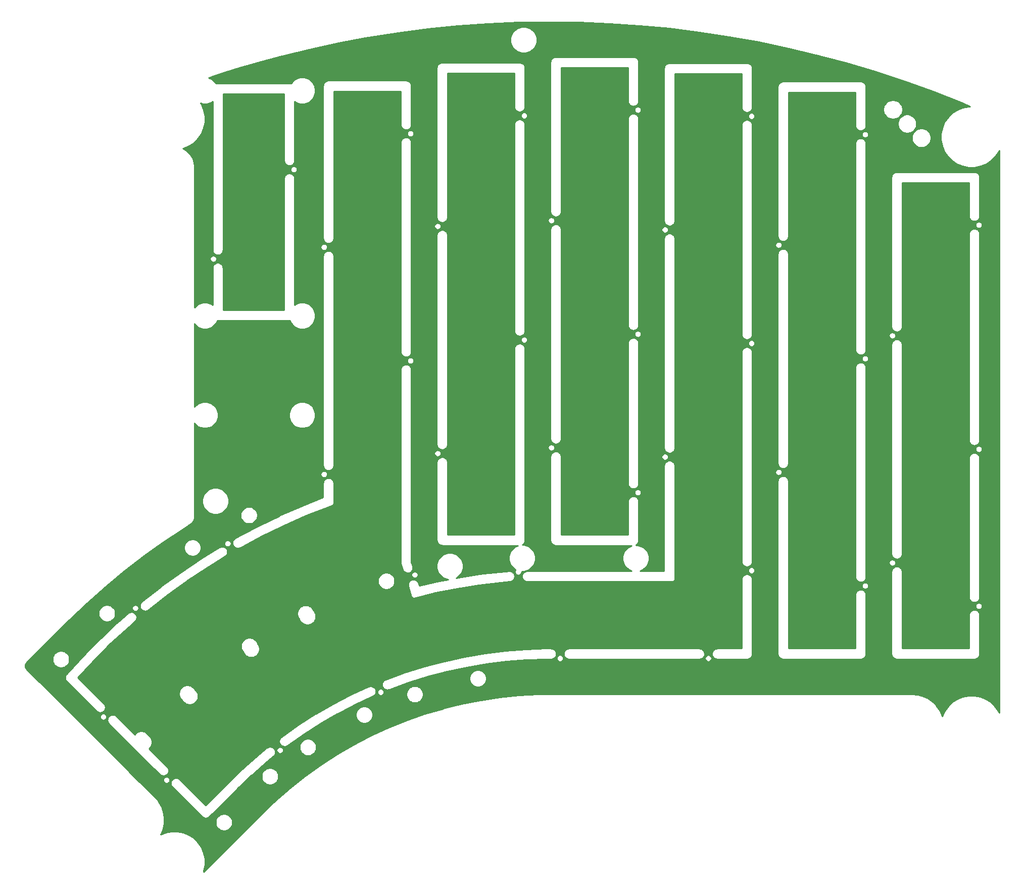
<source format=gbl>
%TF.GenerationSoftware,KiCad,Pcbnew,5.1.12-84ad8e8a86~92~ubuntu20.04.1*%
%TF.CreationDate,2021-11-15T00:08:18+01:00*%
%TF.ProjectId,LergoTopPlate_Rails_LessRouting,4c657267-6f54-46f7-9050-6c6174655f52,v1.A*%
%TF.SameCoordinates,Original*%
%TF.FileFunction,Copper,L2,Bot*%
%TF.FilePolarity,Positive*%
%FSLAX46Y46*%
G04 Gerber Fmt 4.6, Leading zero omitted, Abs format (unit mm)*
G04 Created by KiCad (PCBNEW 5.1.12-84ad8e8a86~92~ubuntu20.04.1) date 2021-11-15 00:08:18*
%MOMM*%
%LPD*%
G01*
G04 APERTURE LIST*
%TA.AperFunction,NonConductor*%
%ADD10C,0.254000*%
%TD*%
%TA.AperFunction,NonConductor*%
%ADD11C,0.150000*%
%TD*%
G04 APERTURE END LIST*
D10*
X166420503Y-18711548D02*
X171480350Y-18912344D01*
X176532638Y-19254342D01*
X181573464Y-19737281D01*
X186598760Y-20360769D01*
X191604700Y-21124330D01*
X196587416Y-22027377D01*
X201542920Y-23069185D01*
X206467462Y-24248967D01*
X211357086Y-25565776D01*
X216208069Y-27018607D01*
X221016579Y-28606314D01*
X225778876Y-30327660D01*
X230491834Y-32181533D01*
X231961377Y-32801844D01*
X231715416Y-32801844D01*
X230724890Y-32998872D01*
X229791836Y-33385356D01*
X228952109Y-33946443D01*
X228237980Y-34660572D01*
X227676893Y-35500299D01*
X227290409Y-36433353D01*
X227093381Y-37423879D01*
X227093381Y-38433809D01*
X227290409Y-39424335D01*
X227676893Y-40357389D01*
X228237980Y-41197116D01*
X228952109Y-41911245D01*
X229791836Y-42472332D01*
X230724890Y-42858816D01*
X231715416Y-43055844D01*
X232725346Y-43055844D01*
X233715872Y-42858816D01*
X234648926Y-42472332D01*
X235488653Y-41911245D01*
X236202782Y-41197116D01*
X236763869Y-40357389D01*
X236843381Y-40165430D01*
X236843382Y-134503416D01*
X236763869Y-134311455D01*
X236202782Y-133471728D01*
X235488653Y-132757599D01*
X234648926Y-132196512D01*
X233715872Y-131810028D01*
X232725346Y-131613000D01*
X231715416Y-131613000D01*
X230724890Y-131810028D01*
X229791836Y-132196512D01*
X228952109Y-132757599D01*
X228237980Y-133471728D01*
X227676893Y-134311455D01*
X227341287Y-135121678D01*
X227325806Y-135057194D01*
X227322024Y-135045955D01*
X227319557Y-135034349D01*
X227304428Y-134993668D01*
X226947119Y-134179697D01*
X226941404Y-134169301D01*
X226936923Y-134158321D01*
X226914829Y-134120962D01*
X226419026Y-133383128D01*
X226411560Y-133373909D01*
X226405205Y-133363894D01*
X226376845Y-133331039D01*
X225758218Y-132692666D01*
X225749242Y-132684918D01*
X225741210Y-132676183D01*
X225707479Y-132648869D01*
X224985583Y-132130135D01*
X224975379Y-132124100D01*
X224965925Y-132116924D01*
X224927891Y-132096015D01*
X224125544Y-131713315D01*
X224114427Y-131709181D01*
X224103857Y-131703795D01*
X224062721Y-131689952D01*
X223205285Y-131455384D01*
X223193616Y-131453284D01*
X223182255Y-131449854D01*
X223139318Y-131443514D01*
X222255611Y-131364646D01*
X222238877Y-131362999D01*
X161741840Y-131366602D01*
X161738903Y-131366891D01*
X159610675Y-131400324D01*
X159609200Y-131400382D01*
X159607715Y-131400382D01*
X159595881Y-131400847D01*
X156384832Y-131577562D01*
X156381909Y-131577792D01*
X156378922Y-131577933D01*
X156367123Y-131578955D01*
X153167963Y-131906734D01*
X153165024Y-131907105D01*
X153162077Y-131907384D01*
X153150338Y-131908961D01*
X149970170Y-132387078D01*
X149967261Y-132387586D01*
X149964322Y-132388004D01*
X149952671Y-132390132D01*
X146798556Y-133017525D01*
X146795670Y-133018170D01*
X146792757Y-133018726D01*
X146781219Y-133021400D01*
X143660160Y-133796675D01*
X143657300Y-133797457D01*
X143654424Y-133798148D01*
X143643025Y-133801362D01*
X140561951Y-134722800D01*
X140559133Y-134723715D01*
X140556292Y-134724541D01*
X140545057Y-134728289D01*
X137510809Y-135793841D01*
X137508040Y-135794887D01*
X137505237Y-135795847D01*
X137494191Y-135800120D01*
X134513505Y-137007422D01*
X134510791Y-137008596D01*
X134508034Y-137009688D01*
X134497202Y-137014477D01*
X131576698Y-138360848D01*
X131574051Y-138362145D01*
X131571340Y-138363369D01*
X131560746Y-138368663D01*
X128706906Y-139851114D01*
X128704318Y-139852537D01*
X128701672Y-139853885D01*
X128691339Y-139859672D01*
X125910500Y-141474912D01*
X125907966Y-141476465D01*
X125905403Y-141477927D01*
X125895353Y-141484194D01*
X123193690Y-143228636D01*
X123191255Y-143230291D01*
X123188740Y-143231887D01*
X123178997Y-143238621D01*
X120562507Y-145108392D01*
X120560157Y-145110157D01*
X120557716Y-145111872D01*
X120548301Y-145119058D01*
X118022796Y-147110007D01*
X118020528Y-147111883D01*
X118018174Y-147113709D01*
X118009108Y-147121330D01*
X115580191Y-149229037D01*
X115578005Y-149231026D01*
X115575749Y-149232953D01*
X115567052Y-149240992D01*
X113250259Y-151451102D01*
X113246794Y-151453947D01*
X103489872Y-161215347D01*
X103568871Y-161024628D01*
X103765899Y-160034102D01*
X103765899Y-159024172D01*
X103568871Y-158033646D01*
X103182387Y-157100592D01*
X102621300Y-156260865D01*
X101907171Y-155546736D01*
X101067444Y-154985649D01*
X100134390Y-154599165D01*
X99143864Y-154402137D01*
X98133934Y-154402137D01*
X97143408Y-154599165D01*
X96333185Y-154934771D01*
X96367835Y-154878227D01*
X96373107Y-154867607D01*
X96379570Y-154857655D01*
X96397638Y-154818191D01*
X96720548Y-153989971D01*
X96723858Y-153978578D01*
X96728454Y-153967645D01*
X96739239Y-153925636D01*
X96739248Y-153925606D01*
X96739249Y-153925595D01*
X96910388Y-153053291D01*
X96911628Y-153041499D01*
X96914216Y-153029919D01*
X96917392Y-152986661D01*
X96917395Y-152986632D01*
X96917394Y-152986621D01*
X96921180Y-152745599D01*
X105518463Y-152745599D01*
X105518463Y-153026693D01*
X105573301Y-153302387D01*
X105680872Y-153562084D01*
X105837039Y-153795806D01*
X106035803Y-153994570D01*
X106269525Y-154150737D01*
X106529222Y-154258308D01*
X106804916Y-154313146D01*
X107086010Y-154313146D01*
X107361704Y-154258308D01*
X107621401Y-154150737D01*
X107855123Y-153994570D01*
X108053887Y-153795806D01*
X108210054Y-153562084D01*
X108317625Y-153302387D01*
X108372463Y-153026693D01*
X108372463Y-152745599D01*
X108317625Y-152469905D01*
X108210054Y-152210208D01*
X108053887Y-151976486D01*
X107855123Y-151777722D01*
X107621401Y-151621555D01*
X107361704Y-151513984D01*
X107086010Y-151459146D01*
X106804916Y-151459146D01*
X106529222Y-151513984D01*
X106269525Y-151621555D01*
X106035803Y-151777722D01*
X105837039Y-151976486D01*
X105680872Y-152210208D01*
X105573301Y-152469905D01*
X105518463Y-152745599D01*
X96921180Y-152745599D01*
X96931357Y-152097799D01*
X96930489Y-152085975D01*
X96930986Y-152074119D01*
X96926449Y-152030954D01*
X96782792Y-151153695D01*
X96779841Y-151142203D01*
X96778232Y-151130454D01*
X96766123Y-151088775D01*
X96469388Y-150250820D01*
X96464451Y-150240037D01*
X96460785Y-150228753D01*
X96441486Y-150189877D01*
X96001051Y-149417713D01*
X95994284Y-149407977D01*
X95988677Y-149397519D01*
X95962809Y-149362690D01*
X95962798Y-149362674D01*
X95962793Y-149362669D01*
X95393694Y-148682034D01*
X95383038Y-148669050D01*
X92451630Y-145737642D01*
X96735190Y-145737642D01*
X96735190Y-145851302D01*
X96757364Y-145962777D01*
X96800859Y-146067784D01*
X96864005Y-146162288D01*
X96944374Y-146242657D01*
X97038878Y-146305803D01*
X97143885Y-146349298D01*
X97255360Y-146371472D01*
X97369020Y-146371472D01*
X97418739Y-146361582D01*
X98002713Y-146361582D01*
X98003242Y-146367170D01*
X98013103Y-146464254D01*
X98020307Y-146499982D01*
X98027007Y-146535785D01*
X98028610Y-146541164D01*
X98057140Y-146634482D01*
X98071138Y-146668109D01*
X98084672Y-146701948D01*
X98087290Y-146706913D01*
X98133404Y-146792915D01*
X98153695Y-146823225D01*
X98173518Y-146853751D01*
X98177050Y-146858113D01*
X98238990Y-146933519D01*
X98238997Y-146933526D01*
X98251407Y-146948648D01*
X103246758Y-151944001D01*
X103260070Y-151954926D01*
X103262207Y-151957093D01*
X103266544Y-151960655D01*
X103342380Y-152022065D01*
X103372817Y-152042134D01*
X103402929Y-152062599D01*
X103407876Y-152065251D01*
X103407879Y-152065253D01*
X103407883Y-152065254D01*
X103494195Y-152110763D01*
X103527931Y-152124531D01*
X103561472Y-152138768D01*
X103566834Y-152140407D01*
X103566836Y-152140408D01*
X103566838Y-152140408D01*
X103566840Y-152140409D01*
X103660356Y-152168287D01*
X103667839Y-152169741D01*
X103687716Y-152177975D01*
X103808851Y-152202070D01*
X103932359Y-152202070D01*
X104053494Y-152177975D01*
X104072501Y-152170102D01*
X104081590Y-152168401D01*
X104086969Y-152166797D01*
X104180288Y-152138266D01*
X104213927Y-152124263D01*
X104247754Y-152110734D01*
X104252719Y-152108116D01*
X104338719Y-152062003D01*
X104369003Y-152041729D01*
X104399552Y-152021891D01*
X104403914Y-152018358D01*
X104479320Y-151956419D01*
X104479323Y-151956416D01*
X104494451Y-151944001D01*
X109090645Y-147347809D01*
X109105974Y-147335230D01*
X109118564Y-147319890D01*
X109118573Y-147319881D01*
X109145756Y-147286759D01*
X109156212Y-147274019D01*
X109156214Y-147274016D01*
X109156221Y-147274007D01*
X109172819Y-147242955D01*
X111480204Y-145038135D01*
X113225927Y-145038135D01*
X113225927Y-145319229D01*
X113280765Y-145594923D01*
X113388336Y-145854620D01*
X113544503Y-146088342D01*
X113743267Y-146287106D01*
X113976989Y-146443273D01*
X114236686Y-146550844D01*
X114512380Y-146605682D01*
X114793474Y-146605682D01*
X115069168Y-146550844D01*
X115328865Y-146443273D01*
X115562587Y-146287106D01*
X115761351Y-146088342D01*
X115917518Y-145854620D01*
X116025089Y-145594923D01*
X116079927Y-145319229D01*
X116079927Y-145038135D01*
X116025089Y-144762441D01*
X115917518Y-144502744D01*
X115761351Y-144269022D01*
X115562587Y-144070258D01*
X115328865Y-143914091D01*
X115069168Y-143806520D01*
X114793474Y-143751682D01*
X114512380Y-143751682D01*
X114236686Y-143806520D01*
X113976989Y-143914091D01*
X113743267Y-144070258D01*
X113544503Y-144269022D01*
X113388336Y-144502744D01*
X113280765Y-144762441D01*
X113225927Y-145038135D01*
X111480204Y-145038135D01*
X111535079Y-144985700D01*
X114084016Y-142762290D01*
X115239962Y-141818759D01*
X115241769Y-141817353D01*
X115242285Y-141816863D01*
X115243540Y-141815839D01*
X115257406Y-141803987D01*
X115263552Y-141798232D01*
X115269528Y-141793646D01*
X115273599Y-141789782D01*
X115343912Y-141722117D01*
X115367581Y-141694404D01*
X115391619Y-141667042D01*
X115394863Y-141662461D01*
X115450695Y-141582428D01*
X115468535Y-141550637D01*
X115486799Y-141519131D01*
X115489091Y-141514007D01*
X115528314Y-141424654D01*
X115539632Y-141390025D01*
X115551435Y-141355553D01*
X115552688Y-141350081D01*
X115573809Y-141254811D01*
X115578188Y-141218624D01*
X115583068Y-141182533D01*
X115583235Y-141176923D01*
X115585449Y-141079366D01*
X115582717Y-141043034D01*
X115580493Y-141006667D01*
X115579566Y-141001131D01*
X115562789Y-140905001D01*
X115553048Y-140869875D01*
X115543806Y-140834647D01*
X115541822Y-140829396D01*
X115506692Y-140738355D01*
X115503887Y-140732777D01*
X115754560Y-140732777D01*
X115754560Y-140846437D01*
X115776734Y-140957912D01*
X115820229Y-141062919D01*
X115883375Y-141157423D01*
X115963744Y-141237792D01*
X116058248Y-141300938D01*
X116163255Y-141344433D01*
X116274730Y-141366607D01*
X116388390Y-141366607D01*
X116499865Y-141344433D01*
X116604872Y-141300938D01*
X116699376Y-141237792D01*
X116779745Y-141157423D01*
X116842891Y-141062919D01*
X116886386Y-140957912D01*
X116908560Y-140846437D01*
X116908560Y-140732777D01*
X116886386Y-140621302D01*
X116842891Y-140516295D01*
X116779745Y-140421791D01*
X116699376Y-140341422D01*
X116604872Y-140278276D01*
X116499865Y-140234781D01*
X116388390Y-140212607D01*
X116274730Y-140212607D01*
X116163255Y-140234781D01*
X116058248Y-140278276D01*
X115963744Y-140341422D01*
X115883375Y-140421791D01*
X115820229Y-140516295D01*
X115776734Y-140621302D01*
X115754560Y-140732777D01*
X115503887Y-140732777D01*
X115490326Y-140705814D01*
X115474406Y-140673028D01*
X115471439Y-140668263D01*
X115419295Y-140585780D01*
X115396918Y-140557035D01*
X115374938Y-140527972D01*
X115371102Y-140523873D01*
X115303932Y-140453090D01*
X115276389Y-140429231D01*
X115249187Y-140404995D01*
X115244629Y-140401720D01*
X115164988Y-140345331D01*
X115133362Y-140327292D01*
X115101944Y-140308785D01*
X115096836Y-140306458D01*
X115007758Y-140266612D01*
X114973199Y-140255049D01*
X114938823Y-140243010D01*
X114933360Y-140241719D01*
X114838240Y-140219933D01*
X114802121Y-140215306D01*
X114766027Y-140210168D01*
X114760420Y-140209963D01*
X114760417Y-140209963D01*
X114662877Y-140207068D01*
X114626534Y-140209546D01*
X114590143Y-140211516D01*
X114584600Y-140212404D01*
X114488357Y-140228510D01*
X114453149Y-140238010D01*
X114417875Y-140247001D01*
X114412611Y-140248948D01*
X114321327Y-140283441D01*
X114288688Y-140299573D01*
X114255775Y-140315271D01*
X114250989Y-140318204D01*
X114168144Y-140369771D01*
X114167273Y-140370440D01*
X114159197Y-140375508D01*
X114144203Y-140385896D01*
X114129696Y-140396953D01*
X114126420Y-140399598D01*
X112930575Y-141375435D01*
X112927150Y-141378362D01*
X112923667Y-141381202D01*
X112920480Y-141383953D01*
X110325519Y-143647512D01*
X110320305Y-143652273D01*
X110315108Y-143656919D01*
X110312049Y-143659811D01*
X107833410Y-146028274D01*
X107814544Y-146043755D01*
X107764306Y-146104966D01*
X107745575Y-146140007D01*
X107745557Y-146140038D01*
X107745541Y-146140069D01*
X107743702Y-146143510D01*
X103870605Y-150016607D01*
X99527026Y-145673029D01*
X99511519Y-145660303D01*
X99506924Y-145655708D01*
X99502562Y-145652176D01*
X99426299Y-145591296D01*
X99395745Y-145571454D01*
X99365464Y-145551182D01*
X99360509Y-145548571D01*
X99360500Y-145548565D01*
X99360491Y-145548561D01*
X99273863Y-145503658D01*
X99240035Y-145490128D01*
X99206399Y-145476126D01*
X99201020Y-145474522D01*
X99107312Y-145447297D01*
X99071471Y-145440590D01*
X99035781Y-145433393D01*
X99030196Y-145432865D01*
X99030192Y-145432865D01*
X98932981Y-145424360D01*
X98896550Y-145424741D01*
X98860112Y-145424614D01*
X98854528Y-145425181D01*
X98757516Y-145435720D01*
X98721809Y-145443180D01*
X98686085Y-145450123D01*
X98680720Y-145451763D01*
X98680714Y-145451765D01*
X98587601Y-145480945D01*
X98554054Y-145495185D01*
X98520328Y-145508948D01*
X98515381Y-145511601D01*
X98429705Y-145558313D01*
X98399587Y-145578781D01*
X98369153Y-145598848D01*
X98364816Y-145602411D01*
X98289844Y-145664875D01*
X98264243Y-145690836D01*
X98238315Y-145716404D01*
X98234753Y-145720741D01*
X98173343Y-145796577D01*
X98153284Y-145826998D01*
X98132809Y-145857126D01*
X98130156Y-145862073D01*
X98084645Y-145948393D01*
X98070896Y-145982083D01*
X98056640Y-146015669D01*
X98054999Y-146021036D01*
X98027121Y-146114553D01*
X98020172Y-146150301D01*
X98012718Y-146185983D01*
X98012151Y-146191568D01*
X98002968Y-146288717D01*
X98003095Y-146325146D01*
X98002713Y-146361582D01*
X97418739Y-146361582D01*
X97480495Y-146349298D01*
X97585502Y-146305803D01*
X97680006Y-146242657D01*
X97760375Y-146162288D01*
X97823521Y-146067784D01*
X97867016Y-145962777D01*
X97889190Y-145851302D01*
X97889190Y-145737642D01*
X97867016Y-145626167D01*
X97823521Y-145521160D01*
X97760375Y-145426656D01*
X97680006Y-145346287D01*
X97585502Y-145283141D01*
X97480495Y-145239646D01*
X97369020Y-145217472D01*
X97255360Y-145217472D01*
X97143885Y-145239646D01*
X97038878Y-145283141D01*
X96944374Y-145346287D01*
X96864005Y-145426656D01*
X96800859Y-145521160D01*
X96757364Y-145626167D01*
X96735190Y-145737642D01*
X92451630Y-145737642D01*
X81845028Y-135131040D01*
X86128588Y-135131040D01*
X86128588Y-135244700D01*
X86150762Y-135356175D01*
X86194257Y-135461182D01*
X86257403Y-135555686D01*
X86337772Y-135636055D01*
X86432276Y-135699201D01*
X86537283Y-135742696D01*
X86648758Y-135764870D01*
X86762418Y-135764870D01*
X86812137Y-135754980D01*
X87396110Y-135754980D01*
X87396639Y-135760568D01*
X87406500Y-135857652D01*
X87413702Y-135893369D01*
X87420403Y-135929180D01*
X87422007Y-135934560D01*
X87450537Y-136027879D01*
X87464546Y-136061534D01*
X87478070Y-136095348D01*
X87480688Y-136100313D01*
X87526801Y-136186313D01*
X87547075Y-136216597D01*
X87566913Y-136247146D01*
X87570446Y-136251508D01*
X87632385Y-136326914D01*
X87632390Y-136326919D01*
X87644805Y-136342047D01*
X96158011Y-144855254D01*
X96173524Y-144867985D01*
X96178115Y-144872576D01*
X96182477Y-144876108D01*
X96258740Y-144936988D01*
X96289317Y-144956845D01*
X96319572Y-144977100D01*
X96324537Y-144979718D01*
X96411173Y-145024626D01*
X96445009Y-145038160D01*
X96478641Y-145052160D01*
X96484009Y-145053759D01*
X96484018Y-145053763D01*
X96484026Y-145053765D01*
X96577730Y-145080988D01*
X96613550Y-145087691D01*
X96649259Y-145094892D01*
X96654847Y-145095420D01*
X96752057Y-145103925D01*
X96788489Y-145103544D01*
X96824927Y-145103671D01*
X96830511Y-145103104D01*
X96927523Y-145092565D01*
X96963193Y-145085113D01*
X96998952Y-145078162D01*
X97004320Y-145076521D01*
X97097438Y-145047340D01*
X97130977Y-145033104D01*
X97164712Y-145019337D01*
X97169659Y-145016684D01*
X97255335Y-144969972D01*
X97285461Y-144949499D01*
X97315887Y-144929437D01*
X97320224Y-144925874D01*
X97395197Y-144863409D01*
X97420761Y-144837486D01*
X97446723Y-144811884D01*
X97450285Y-144807546D01*
X97511696Y-144731710D01*
X97531746Y-144701303D01*
X97552234Y-144671156D01*
X97554886Y-144666209D01*
X97600397Y-144579889D01*
X97614154Y-144546177D01*
X97628399Y-144512620D01*
X97630040Y-144507252D01*
X97657919Y-144413736D01*
X97664876Y-144377947D01*
X97672323Y-144342301D01*
X97672889Y-144336727D01*
X97672890Y-144336722D01*
X97672890Y-144336717D01*
X97682073Y-144239567D01*
X97681946Y-144203138D01*
X97682328Y-144166702D01*
X97681799Y-144161114D01*
X97671938Y-144064031D01*
X97664738Y-144028320D01*
X97658035Y-143992502D01*
X97656431Y-143987123D01*
X97627901Y-143893803D01*
X97613892Y-143860148D01*
X97600368Y-143826334D01*
X97597750Y-143821369D01*
X97551637Y-143735369D01*
X97531348Y-143705061D01*
X97511525Y-143674536D01*
X97507996Y-143670179D01*
X97507992Y-143670173D01*
X97507987Y-143670168D01*
X97446053Y-143594768D01*
X97446052Y-143594767D01*
X97433632Y-143579633D01*
X94380810Y-140526811D01*
X94384739Y-140524186D01*
X94583503Y-140325422D01*
X94739670Y-140091700D01*
X94847241Y-139832003D01*
X94902079Y-139556309D01*
X94902079Y-139309818D01*
X116164529Y-139309818D01*
X116167261Y-139346150D01*
X116169485Y-139382517D01*
X116170412Y-139388053D01*
X116187189Y-139484183D01*
X116196925Y-139519291D01*
X116206172Y-139554538D01*
X116208156Y-139559788D01*
X116243286Y-139650830D01*
X116259660Y-139683386D01*
X116275572Y-139716156D01*
X116278539Y-139720921D01*
X116330683Y-139803404D01*
X116353056Y-139832144D01*
X116375040Y-139861212D01*
X116378875Y-139865310D01*
X116446046Y-139936094D01*
X116473589Y-139959953D01*
X116500791Y-139984189D01*
X116505349Y-139987464D01*
X116584990Y-140043853D01*
X116616616Y-140061892D01*
X116648034Y-140080399D01*
X116653142Y-140082726D01*
X116742220Y-140122572D01*
X116776779Y-140134135D01*
X116811155Y-140146174D01*
X116816618Y-140147465D01*
X116911738Y-140169251D01*
X116947861Y-140173879D01*
X116983951Y-140179016D01*
X116989557Y-140179221D01*
X116989561Y-140179221D01*
X117087101Y-140182116D01*
X117123444Y-140179638D01*
X117159835Y-140177668D01*
X117165377Y-140176780D01*
X117244118Y-140163603D01*
X119578544Y-140163603D01*
X119578544Y-140444697D01*
X119633382Y-140720391D01*
X119740953Y-140980088D01*
X119897120Y-141213810D01*
X120095884Y-141412574D01*
X120329606Y-141568741D01*
X120589303Y-141676312D01*
X120864997Y-141731150D01*
X121146091Y-141731150D01*
X121421785Y-141676312D01*
X121681482Y-141568741D01*
X121915204Y-141412574D01*
X122113968Y-141213810D01*
X122270135Y-140980088D01*
X122377706Y-140720391D01*
X122432544Y-140444697D01*
X122432544Y-140163603D01*
X122377706Y-139887909D01*
X122270135Y-139628212D01*
X122113968Y-139394490D01*
X121915204Y-139195726D01*
X121681482Y-139039559D01*
X121421785Y-138931988D01*
X121146091Y-138877150D01*
X120864997Y-138877150D01*
X120589303Y-138931988D01*
X120329606Y-139039559D01*
X120095884Y-139195726D01*
X119897120Y-139394490D01*
X119740953Y-139628212D01*
X119633382Y-139887909D01*
X119578544Y-140163603D01*
X117244118Y-140163603D01*
X117261621Y-140160674D01*
X117296794Y-140151183D01*
X117332102Y-140142184D01*
X117337367Y-140140236D01*
X117428650Y-140105743D01*
X117461289Y-140089612D01*
X117494203Y-140073913D01*
X117498989Y-140070980D01*
X117581530Y-140019602D01*
X117581549Y-140019591D01*
X117581569Y-140019578D01*
X117581834Y-140019413D01*
X117581906Y-140019358D01*
X117596820Y-140009616D01*
X117600279Y-140007216D01*
X120374605Y-138060834D01*
X123226657Y-136247211D01*
X125898826Y-134713603D01*
X129018220Y-134713603D01*
X129018220Y-134994697D01*
X129073058Y-135270391D01*
X129180629Y-135530088D01*
X129336796Y-135763810D01*
X129535560Y-135962574D01*
X129769282Y-136118741D01*
X130028979Y-136226312D01*
X130304673Y-136281150D01*
X130585767Y-136281150D01*
X130861461Y-136226312D01*
X131121158Y-136118741D01*
X131354880Y-135962574D01*
X131553644Y-135763810D01*
X131709811Y-135530088D01*
X131817382Y-135270391D01*
X131872220Y-134994697D01*
X131872220Y-134713603D01*
X131817382Y-134437909D01*
X131709811Y-134178212D01*
X131553644Y-133944490D01*
X131354880Y-133745726D01*
X131121158Y-133589559D01*
X130861461Y-133481988D01*
X130585767Y-133427150D01*
X130304673Y-133427150D01*
X130028979Y-133481988D01*
X129769282Y-133589559D01*
X129535560Y-133745726D01*
X129336796Y-133944490D01*
X129180629Y-134178212D01*
X129073058Y-134437909D01*
X129018220Y-134713603D01*
X125898826Y-134713603D01*
X126158055Y-134564827D01*
X129163191Y-133016927D01*
X131883750Y-131759851D01*
X131884020Y-131759737D01*
X131884153Y-131759665D01*
X131889760Y-131757074D01*
X131906141Y-131749049D01*
X131910203Y-131746826D01*
X131916918Y-131744044D01*
X131921851Y-131741366D01*
X132007281Y-131694205D01*
X132037308Y-131673568D01*
X132067617Y-131653355D01*
X132071936Y-131649770D01*
X132146580Y-131586915D01*
X132172038Y-131560828D01*
X132197837Y-131535119D01*
X132201377Y-131530763D01*
X132262390Y-131454607D01*
X132282295Y-131424073D01*
X132302609Y-131393843D01*
X132305236Y-131388882D01*
X132350295Y-131302325D01*
X132363892Y-131268501D01*
X132377946Y-131234904D01*
X132379559Y-131229528D01*
X132406947Y-131135867D01*
X132413712Y-131100064D01*
X132420976Y-131064364D01*
X132421513Y-131058777D01*
X132421514Y-131058774D01*
X132421514Y-131058767D01*
X132427449Y-130992261D01*
X132625631Y-130992261D01*
X132625631Y-131105921D01*
X132647805Y-131217396D01*
X132691300Y-131322403D01*
X132754446Y-131416907D01*
X132834815Y-131497276D01*
X132929319Y-131560422D01*
X133034326Y-131603917D01*
X133145801Y-131626091D01*
X133259461Y-131626091D01*
X133370936Y-131603917D01*
X133475943Y-131560422D01*
X133570447Y-131497276D01*
X133650816Y-131416907D01*
X133713962Y-131322403D01*
X133730664Y-131282080D01*
X137490245Y-131282080D01*
X137490245Y-131563174D01*
X137545083Y-131838868D01*
X137652654Y-132098565D01*
X137808821Y-132332287D01*
X138007585Y-132531051D01*
X138241307Y-132687218D01*
X138501004Y-132794789D01*
X138776698Y-132849627D01*
X139057792Y-132849627D01*
X139333486Y-132794789D01*
X139593183Y-132687218D01*
X139826905Y-132531051D01*
X140025669Y-132332287D01*
X140181836Y-132098565D01*
X140289407Y-131838868D01*
X140344245Y-131563174D01*
X140344245Y-131282080D01*
X140289407Y-131006386D01*
X140181836Y-130746689D01*
X140025669Y-130512967D01*
X139826905Y-130314203D01*
X139593183Y-130158036D01*
X139333486Y-130050465D01*
X139057792Y-129995627D01*
X138776698Y-129995627D01*
X138501004Y-130050465D01*
X138241307Y-130158036D01*
X138007585Y-130314203D01*
X137808821Y-130512967D01*
X137652654Y-130746689D01*
X137545083Y-131006386D01*
X137490245Y-131282080D01*
X133730664Y-131282080D01*
X133757457Y-131217396D01*
X133779631Y-131105921D01*
X133779631Y-130992261D01*
X133757457Y-130880786D01*
X133713962Y-130775779D01*
X133650816Y-130681275D01*
X133570447Y-130600906D01*
X133475943Y-130537760D01*
X133370936Y-130494265D01*
X133259461Y-130472091D01*
X133145801Y-130472091D01*
X133034326Y-130494265D01*
X132929319Y-130537760D01*
X132834815Y-130600906D01*
X132754446Y-130681275D01*
X132691300Y-130775779D01*
X132647805Y-130880786D01*
X132625631Y-130992261D01*
X132427449Y-130992261D01*
X132430188Y-130961580D01*
X132429871Y-130925169D01*
X132430062Y-130888712D01*
X132429504Y-130883126D01*
X132419135Y-130786097D01*
X132411742Y-130750397D01*
X132404856Y-130714638D01*
X132403228Y-130709279D01*
X132403226Y-130709271D01*
X132403223Y-130709264D01*
X132374205Y-130616099D01*
X132360037Y-130582558D01*
X132346322Y-130548781D01*
X132343678Y-130543830D01*
X132297116Y-130458072D01*
X132276678Y-130427885D01*
X132256683Y-130397445D01*
X132253134Y-130393109D01*
X132253131Y-130393105D01*
X132253128Y-130393102D01*
X132190795Y-130318021D01*
X132164888Y-130292384D01*
X132139359Y-130266406D01*
X132135028Y-130262836D01*
X132059299Y-130201293D01*
X132028928Y-130181191D01*
X131998822Y-130160653D01*
X131993880Y-130157992D01*
X131907640Y-130112329D01*
X131873915Y-130098497D01*
X131840411Y-130084206D01*
X131835046Y-130082556D01*
X131741578Y-130054515D01*
X131705824Y-130047501D01*
X131670174Y-130039988D01*
X131664591Y-130039411D01*
X131567457Y-130030058D01*
X131531041Y-130030122D01*
X131494590Y-130029676D01*
X131489000Y-130030195D01*
X131391900Y-130039887D01*
X131356180Y-130047024D01*
X131320349Y-130053665D01*
X131314967Y-130055259D01*
X131221598Y-130083626D01*
X131220871Y-130083927D01*
X131207581Y-130088168D01*
X131190473Y-130094497D01*
X131173671Y-130101594D01*
X131169840Y-130103340D01*
X128362612Y-131400461D01*
X128356702Y-131403357D01*
X128350810Y-131406150D01*
X128347058Y-131408059D01*
X125286230Y-132985669D01*
X125280081Y-132989017D01*
X125273872Y-132992314D01*
X125270210Y-132994392D01*
X122284097Y-134709226D01*
X122278078Y-134712866D01*
X122272053Y-134716425D01*
X122268489Y-134718666D01*
X119363241Y-136567194D01*
X119357405Y-136571096D01*
X119351536Y-136574932D01*
X119348078Y-136577333D01*
X116529675Y-138555748D01*
X116518913Y-138563673D01*
X116518172Y-138564127D01*
X116515175Y-138566426D01*
X116514987Y-138566564D01*
X116514850Y-138566675D01*
X116513718Y-138567543D01*
X116508209Y-138571831D01*
X116506675Y-138573286D01*
X116500805Y-138578034D01*
X116487157Y-138590137D01*
X116485910Y-138591348D01*
X116480450Y-138595538D01*
X116476379Y-138599402D01*
X116406066Y-138667067D01*
X116382397Y-138694780D01*
X116358359Y-138722142D01*
X116355115Y-138726723D01*
X116299283Y-138806756D01*
X116281443Y-138838547D01*
X116263179Y-138870053D01*
X116260887Y-138875177D01*
X116221664Y-138964530D01*
X116210346Y-138999159D01*
X116198543Y-139033631D01*
X116197290Y-139039103D01*
X116176169Y-139134373D01*
X116171790Y-139170560D01*
X116166910Y-139206651D01*
X116166743Y-139212261D01*
X116164529Y-139309818D01*
X94902079Y-139309818D01*
X94902079Y-139275215D01*
X94847241Y-138999521D01*
X94739670Y-138739824D01*
X94583503Y-138506102D01*
X94384739Y-138307338D01*
X94270756Y-138231177D01*
X94194595Y-138117194D01*
X93995831Y-137918430D01*
X93762109Y-137762263D01*
X93502412Y-137654692D01*
X93226718Y-137599854D01*
X92945624Y-137599854D01*
X92669930Y-137654692D01*
X92410233Y-137762263D01*
X92176511Y-137918430D01*
X91977747Y-138117194D01*
X91975122Y-138121123D01*
X88920425Y-135066427D01*
X88904918Y-135053701D01*
X88900323Y-135049106D01*
X88895961Y-135045574D01*
X88819698Y-134984694D01*
X88789121Y-134964837D01*
X88758866Y-134944582D01*
X88753907Y-134941968D01*
X88753899Y-134941963D01*
X88753891Y-134941960D01*
X88667266Y-134897056D01*
X88633445Y-134883529D01*
X88599797Y-134869522D01*
X88594418Y-134867919D01*
X88500708Y-134840694D01*
X88464888Y-134833991D01*
X88429179Y-134826790D01*
X88423591Y-134826262D01*
X88326380Y-134817757D01*
X88289949Y-134818138D01*
X88253511Y-134818011D01*
X88247927Y-134818578D01*
X88150915Y-134829117D01*
X88115219Y-134836574D01*
X88079486Y-134843520D01*
X88074122Y-134845160D01*
X88074116Y-134845161D01*
X88074110Y-134845163D01*
X87981000Y-134874342D01*
X87947449Y-134888583D01*
X87913726Y-134902345D01*
X87908784Y-134904995D01*
X87908780Y-134904997D01*
X87908779Y-134904998D01*
X87823103Y-134951710D01*
X87792985Y-134972178D01*
X87762551Y-134992245D01*
X87758214Y-134995808D01*
X87683242Y-135058272D01*
X87657642Y-135084232D01*
X87631716Y-135109798D01*
X87628158Y-135114130D01*
X87628153Y-135114135D01*
X87628149Y-135114140D01*
X87566742Y-135189972D01*
X87546703Y-135220363D01*
X87526204Y-135250526D01*
X87523552Y-135255473D01*
X87478041Y-135341793D01*
X87464279Y-135375516D01*
X87450039Y-135409062D01*
X87448398Y-135414430D01*
X87420519Y-135507946D01*
X87413563Y-135543729D01*
X87406115Y-135579381D01*
X87405548Y-135584965D01*
X87396365Y-135682115D01*
X87396492Y-135718544D01*
X87396110Y-135754980D01*
X86812137Y-135754980D01*
X86873893Y-135742696D01*
X86978900Y-135699201D01*
X87073404Y-135636055D01*
X87153773Y-135555686D01*
X87216919Y-135461182D01*
X87260414Y-135356175D01*
X87282588Y-135244700D01*
X87282588Y-135131040D01*
X87260414Y-135019565D01*
X87216919Y-134914558D01*
X87153773Y-134820054D01*
X87073404Y-134739685D01*
X86978900Y-134676539D01*
X86873893Y-134633044D01*
X86762418Y-134610870D01*
X86648758Y-134610870D01*
X86537283Y-134633044D01*
X86432276Y-134676539D01*
X86337772Y-134739685D01*
X86257403Y-134820054D01*
X86194257Y-134914558D01*
X86150762Y-135019565D01*
X86128588Y-135131040D01*
X81845028Y-135131040D01*
X75281689Y-128567701D01*
X80297990Y-128567701D01*
X80297990Y-128691209D01*
X80322085Y-128812344D01*
X80329958Y-128831351D01*
X80331659Y-128840440D01*
X80333263Y-128845819D01*
X80361794Y-128939138D01*
X80375797Y-128972777D01*
X80389326Y-129006604D01*
X80391944Y-129011569D01*
X80438057Y-129097569D01*
X80458331Y-129127853D01*
X80478169Y-129158402D01*
X80481702Y-129162764D01*
X80543641Y-129238170D01*
X80543644Y-129238173D01*
X80556059Y-129253301D01*
X85551411Y-134248653D01*
X85566926Y-134261386D01*
X85571514Y-134265974D01*
X85575876Y-134269506D01*
X85652139Y-134330386D01*
X85682693Y-134350228D01*
X85712974Y-134370500D01*
X85717929Y-134373111D01*
X85717938Y-134373117D01*
X85717947Y-134373121D01*
X85804575Y-134418024D01*
X85838403Y-134431554D01*
X85872039Y-134445556D01*
X85877418Y-134447160D01*
X85971127Y-134474385D01*
X86006961Y-134481091D01*
X86042657Y-134488289D01*
X86048243Y-134488817D01*
X86048245Y-134488817D01*
X86145457Y-134497322D01*
X86181888Y-134496941D01*
X86218326Y-134497068D01*
X86223910Y-134496501D01*
X86320922Y-134485962D01*
X86356604Y-134478507D01*
X86392352Y-134471559D01*
X86397720Y-134469918D01*
X86490837Y-134440737D01*
X86524401Y-134426490D01*
X86558110Y-134412734D01*
X86563052Y-134410084D01*
X86563056Y-134410082D01*
X86563059Y-134410080D01*
X86648733Y-134363369D01*
X86678859Y-134342896D01*
X86709285Y-134322834D01*
X86713622Y-134319271D01*
X86788595Y-134256806D01*
X86814162Y-134230879D01*
X86840123Y-134205278D01*
X86843685Y-134200941D01*
X86905095Y-134125105D01*
X86925164Y-134094668D01*
X86945629Y-134064556D01*
X86948281Y-134059609D01*
X86993793Y-133973290D01*
X87007561Y-133939554D01*
X87021798Y-133906013D01*
X87023439Y-133900645D01*
X87051317Y-133807129D01*
X87058266Y-133771381D01*
X87065720Y-133735699D01*
X87066287Y-133730114D01*
X87075470Y-133632965D01*
X87075343Y-133596536D01*
X87075725Y-133560101D01*
X87075196Y-133554513D01*
X87065335Y-133457428D01*
X87058137Y-133421730D01*
X87051432Y-133385898D01*
X87049828Y-133380518D01*
X87021298Y-133287200D01*
X87007295Y-133253561D01*
X86993766Y-133219734D01*
X86991148Y-133214769D01*
X86945035Y-133128768D01*
X86924771Y-133098498D01*
X86904921Y-133067931D01*
X86901388Y-133063569D01*
X86839449Y-132988164D01*
X86839448Y-132988163D01*
X86827031Y-132973033D01*
X85032841Y-131178843D01*
X99366635Y-131178843D01*
X99366635Y-131459937D01*
X99421473Y-131735631D01*
X99529044Y-131995328D01*
X99685211Y-132229050D01*
X99883975Y-132427814D01*
X99997958Y-132503975D01*
X100074119Y-132617958D01*
X100272883Y-132816722D01*
X100506605Y-132972889D01*
X100766302Y-133080460D01*
X101041996Y-133135298D01*
X101323090Y-133135298D01*
X101598784Y-133080460D01*
X101858481Y-132972889D01*
X102092203Y-132816722D01*
X102290967Y-132617958D01*
X102447134Y-132384236D01*
X102554705Y-132124539D01*
X102609543Y-131848845D01*
X102609543Y-131567751D01*
X102554705Y-131292057D01*
X102447134Y-131032360D01*
X102290967Y-130798638D01*
X102092203Y-130599874D01*
X101978220Y-130523713D01*
X101902059Y-130409730D01*
X101703295Y-130210966D01*
X101469573Y-130054799D01*
X101209876Y-129947228D01*
X100934182Y-129892390D01*
X100653088Y-129892390D01*
X100377394Y-129947228D01*
X100117697Y-130054799D01*
X99883975Y-130210966D01*
X99685211Y-130409730D01*
X99529044Y-130643452D01*
X99421473Y-130903149D01*
X99366635Y-131178843D01*
X85032841Y-131178843D01*
X83604780Y-129750782D01*
X133401048Y-129750782D01*
X133401365Y-129787193D01*
X133401174Y-129823650D01*
X133401732Y-129829235D01*
X133412101Y-129926265D01*
X133419492Y-129961958D01*
X133426380Y-129997725D01*
X133428008Y-130003083D01*
X133428010Y-130003091D01*
X133428012Y-130003095D01*
X133457031Y-130096264D01*
X133471205Y-130129817D01*
X133484914Y-130163581D01*
X133487558Y-130168532D01*
X133534120Y-130254290D01*
X133554558Y-130284477D01*
X133574553Y-130314917D01*
X133578108Y-130319261D01*
X133640441Y-130394341D01*
X133666348Y-130419978D01*
X133691877Y-130445956D01*
X133696208Y-130449526D01*
X133771937Y-130511069D01*
X133802308Y-130531171D01*
X133832414Y-130551709D01*
X133837356Y-130554370D01*
X133923596Y-130600033D01*
X133957335Y-130613871D01*
X133990826Y-130628156D01*
X133996191Y-130629806D01*
X134089658Y-130657847D01*
X134125436Y-130664867D01*
X134161061Y-130672374D01*
X134166638Y-130672950D01*
X134166647Y-130672952D01*
X134166655Y-130672952D01*
X134263779Y-130682304D01*
X134300196Y-130682240D01*
X134336647Y-130682686D01*
X134342236Y-130682167D01*
X134439337Y-130672475D01*
X134475063Y-130665336D01*
X134488000Y-130662939D01*
X134490673Y-130663256D01*
X134569617Y-130657072D01*
X134645840Y-130635607D01*
X134659436Y-130628686D01*
X137819438Y-129475270D01*
X140518664Y-128626676D01*
X148061850Y-128626676D01*
X148061850Y-128907770D01*
X148116688Y-129183464D01*
X148224259Y-129443161D01*
X148380426Y-129676883D01*
X148579190Y-129875647D01*
X148812912Y-130031814D01*
X149072609Y-130139385D01*
X149348303Y-130194223D01*
X149629397Y-130194223D01*
X149905091Y-130139385D01*
X150164788Y-130031814D01*
X150398510Y-129875647D01*
X150597274Y-129676883D01*
X150753441Y-129443161D01*
X150861012Y-129183464D01*
X150915850Y-128907770D01*
X150915850Y-128626676D01*
X150861012Y-128350982D01*
X150753441Y-128091285D01*
X150597274Y-127857563D01*
X150398510Y-127658799D01*
X150164788Y-127502632D01*
X149905091Y-127395061D01*
X149629397Y-127340223D01*
X149348303Y-127340223D01*
X149072609Y-127395061D01*
X148812912Y-127502632D01*
X148579190Y-127658799D01*
X148380426Y-127857563D01*
X148224259Y-128091285D01*
X148116688Y-128350982D01*
X148061850Y-128626676D01*
X140518664Y-128626676D01*
X141043020Y-128461827D01*
X144309240Y-127595662D01*
X147611393Y-126878556D01*
X150942660Y-126311984D01*
X154296225Y-125897108D01*
X157665142Y-125634790D01*
X161046101Y-125525448D01*
X161761939Y-125521996D01*
X161762121Y-125521991D01*
X161762823Y-125521991D01*
X161769803Y-125521942D01*
X161771897Y-125521722D01*
X161780173Y-125521494D01*
X161798365Y-125520167D01*
X161799485Y-125520034D01*
X161806208Y-125520034D01*
X161811791Y-125519447D01*
X161908765Y-125508570D01*
X161944391Y-125500997D01*
X161980147Y-125493918D01*
X161985509Y-125492258D01*
X162078525Y-125462752D01*
X162112048Y-125448384D01*
X162145699Y-125434514D01*
X162150636Y-125431845D01*
X162236149Y-125384834D01*
X162266250Y-125364224D01*
X162296562Y-125344085D01*
X162300887Y-125340507D01*
X162333464Y-125313171D01*
X162683001Y-125313171D01*
X162683001Y-125426831D01*
X162705175Y-125538306D01*
X162748670Y-125643313D01*
X162811816Y-125737817D01*
X162892185Y-125818186D01*
X162986689Y-125881332D01*
X163091696Y-125924827D01*
X163203171Y-125947001D01*
X163316831Y-125947001D01*
X163428306Y-125924827D01*
X163533313Y-125881332D01*
X163627817Y-125818186D01*
X163708186Y-125737817D01*
X163771332Y-125643313D01*
X163814827Y-125538306D01*
X163837001Y-125426831D01*
X163837001Y-125313171D01*
X163814827Y-125201696D01*
X163771332Y-125096689D01*
X163708186Y-125002185D01*
X163627817Y-124921816D01*
X163533313Y-124858670D01*
X163428306Y-124815175D01*
X163316831Y-124793001D01*
X163203171Y-124793001D01*
X163091696Y-124815175D01*
X162986689Y-124858670D01*
X162892185Y-124921816D01*
X162811816Y-125002185D01*
X162748670Y-125096689D01*
X162705175Y-125201696D01*
X162683001Y-125313171D01*
X162333464Y-125313171D01*
X162375639Y-125277782D01*
X162401134Y-125251747D01*
X162426983Y-125226078D01*
X162430530Y-125221728D01*
X162430533Y-125221725D01*
X162430534Y-125221723D01*
X162491676Y-125145678D01*
X162511611Y-125115214D01*
X162532002Y-125084984D01*
X162534637Y-125080028D01*
X162579847Y-124993548D01*
X162593490Y-124959779D01*
X162607614Y-124926181D01*
X162609237Y-124920807D01*
X162636789Y-124827195D01*
X162643618Y-124791396D01*
X162650943Y-124755712D01*
X162651491Y-124750125D01*
X162660335Y-124652943D01*
X162660080Y-124616477D01*
X162660286Y-124587059D01*
X163859667Y-124587059D01*
X163859922Y-124623525D01*
X163859667Y-124659925D01*
X163860215Y-124665512D01*
X163870415Y-124762560D01*
X163877740Y-124798246D01*
X163884568Y-124834041D01*
X163886191Y-124839414D01*
X163915047Y-124932633D01*
X163929165Y-124966217D01*
X163942816Y-125000006D01*
X163945451Y-125004962D01*
X163991864Y-125090799D01*
X164012220Y-125120978D01*
X164032188Y-125151492D01*
X164035736Y-125155842D01*
X164097938Y-125231031D01*
X164123803Y-125256716D01*
X164149281Y-125282734D01*
X164153606Y-125286312D01*
X164229227Y-125347988D01*
X164259611Y-125368175D01*
X164289642Y-125388738D01*
X164294579Y-125391408D01*
X164380740Y-125437220D01*
X164414446Y-125451112D01*
X164447911Y-125465456D01*
X164453274Y-125467116D01*
X164546692Y-125495321D01*
X164582426Y-125502397D01*
X164618075Y-125509974D01*
X164623657Y-125510561D01*
X164720775Y-125520083D01*
X164720782Y-125520083D01*
X164740255Y-125522001D01*
X186619747Y-125521999D01*
X186639708Y-125520033D01*
X186646207Y-125520033D01*
X186651790Y-125519446D01*
X186748764Y-125508569D01*
X186784390Y-125500996D01*
X186820146Y-125493917D01*
X186825508Y-125492257D01*
X186918524Y-125462751D01*
X186952047Y-125448383D01*
X186985698Y-125434513D01*
X186990635Y-125431844D01*
X187076148Y-125384833D01*
X187106249Y-125364223D01*
X187136561Y-125344084D01*
X187140882Y-125340510D01*
X187140886Y-125340506D01*
X187173463Y-125313170D01*
X187523000Y-125313170D01*
X187523000Y-125426830D01*
X187545174Y-125538305D01*
X187588669Y-125643312D01*
X187651815Y-125737816D01*
X187732184Y-125818185D01*
X187826688Y-125881331D01*
X187931695Y-125924826D01*
X188043170Y-125947000D01*
X188156830Y-125947000D01*
X188268305Y-125924826D01*
X188373312Y-125881331D01*
X188467816Y-125818185D01*
X188548185Y-125737816D01*
X188611331Y-125643312D01*
X188654826Y-125538305D01*
X188677000Y-125426830D01*
X188677000Y-125313170D01*
X188654826Y-125201695D01*
X188611331Y-125096688D01*
X188548185Y-125002184D01*
X188467816Y-124921815D01*
X188373312Y-124858669D01*
X188268305Y-124815174D01*
X188156830Y-124793000D01*
X188043170Y-124793000D01*
X187931695Y-124815174D01*
X187826688Y-124858669D01*
X187732184Y-124921815D01*
X187651815Y-125002184D01*
X187588669Y-125096688D01*
X187545174Y-125201695D01*
X187523000Y-125313170D01*
X187173463Y-125313170D01*
X187215638Y-125277781D01*
X187241133Y-125251746D01*
X187266982Y-125226077D01*
X187270529Y-125221727D01*
X187331675Y-125145677D01*
X187351610Y-125115213D01*
X187372001Y-125084983D01*
X187374636Y-125080027D01*
X187419846Y-124993547D01*
X187433489Y-124959778D01*
X187447613Y-124926180D01*
X187449236Y-124920806D01*
X187476788Y-124827194D01*
X187483617Y-124791395D01*
X187490942Y-124755711D01*
X187491490Y-124750124D01*
X187500334Y-124652942D01*
X187500079Y-124616476D01*
X187500285Y-124587058D01*
X188699666Y-124587058D01*
X188699921Y-124623524D01*
X188699666Y-124659924D01*
X188700214Y-124665511D01*
X188710414Y-124762559D01*
X188717739Y-124798245D01*
X188724567Y-124834040D01*
X188726190Y-124839413D01*
X188755046Y-124932632D01*
X188769164Y-124966216D01*
X188782815Y-125000005D01*
X188785450Y-125004961D01*
X188831863Y-125090798D01*
X188852219Y-125120977D01*
X188872187Y-125151491D01*
X188875735Y-125155841D01*
X188937937Y-125231030D01*
X188963802Y-125256715D01*
X188989280Y-125282733D01*
X188993605Y-125286311D01*
X189069226Y-125347987D01*
X189099610Y-125368174D01*
X189129641Y-125388737D01*
X189134578Y-125391407D01*
X189220739Y-125437219D01*
X189254445Y-125451111D01*
X189287910Y-125465455D01*
X189293273Y-125467115D01*
X189386691Y-125495320D01*
X189422425Y-125502396D01*
X189458074Y-125509973D01*
X189463656Y-125510560D01*
X189560774Y-125520082D01*
X189560780Y-125520082D01*
X189580253Y-125522000D01*
X194619747Y-125522000D01*
X194636878Y-125520313D01*
X194639924Y-125520334D01*
X194645511Y-125519786D01*
X194742559Y-125509586D01*
X194778245Y-125502261D01*
X194814040Y-125495433D01*
X194819413Y-125493810D01*
X194912632Y-125464954D01*
X194946216Y-125450836D01*
X194980005Y-125437185D01*
X194984961Y-125434550D01*
X195070798Y-125388137D01*
X195077119Y-125383873D01*
X195096996Y-125375640D01*
X195199689Y-125307023D01*
X195287023Y-125219689D01*
X195355640Y-125116996D01*
X195363514Y-125097988D01*
X195368737Y-125090359D01*
X195371407Y-125085422D01*
X195417219Y-124999261D01*
X195431111Y-124965555D01*
X195445455Y-124932090D01*
X195447115Y-124926727D01*
X195475320Y-124833309D01*
X195482401Y-124797548D01*
X195489973Y-124761926D01*
X195490560Y-124756344D01*
X195500082Y-124659226D01*
X195500082Y-124659220D01*
X195502000Y-124639747D01*
X195502000Y-118100253D01*
X199748000Y-118100253D01*
X199748000Y-118100254D01*
X199748001Y-124639747D01*
X199749687Y-124656869D01*
X199749666Y-124659924D01*
X199750214Y-124665511D01*
X199760414Y-124762559D01*
X199767739Y-124798245D01*
X199774567Y-124834040D01*
X199776190Y-124839413D01*
X199805046Y-124932632D01*
X199819164Y-124966216D01*
X199832815Y-125000005D01*
X199835450Y-125004961D01*
X199881863Y-125090798D01*
X199886127Y-125097119D01*
X199894360Y-125116996D01*
X199962977Y-125219689D01*
X200050311Y-125307023D01*
X200153004Y-125375640D01*
X200172012Y-125383514D01*
X200179641Y-125388737D01*
X200184578Y-125391407D01*
X200270739Y-125437219D01*
X200304445Y-125451111D01*
X200337910Y-125465455D01*
X200343273Y-125467115D01*
X200436691Y-125495320D01*
X200472425Y-125502396D01*
X200508074Y-125509973D01*
X200513656Y-125510560D01*
X200610774Y-125520082D01*
X200610780Y-125520082D01*
X200630253Y-125522000D01*
X213669747Y-125522000D01*
X213686878Y-125520313D01*
X213689924Y-125520334D01*
X213695511Y-125519786D01*
X213792559Y-125509586D01*
X213828245Y-125502261D01*
X213864040Y-125495433D01*
X213869413Y-125493810D01*
X213962632Y-125464954D01*
X213996216Y-125450836D01*
X214030005Y-125437185D01*
X214034961Y-125434550D01*
X214120798Y-125388137D01*
X214127119Y-125383873D01*
X214146996Y-125375640D01*
X214249689Y-125307023D01*
X214337023Y-125219689D01*
X214405640Y-125116996D01*
X214413514Y-125097988D01*
X214418737Y-125090359D01*
X214421407Y-125085422D01*
X214467219Y-124999261D01*
X214481111Y-124965555D01*
X214495455Y-124932090D01*
X214497115Y-124926727D01*
X214525320Y-124833309D01*
X214532401Y-124797548D01*
X214539973Y-124761926D01*
X214540560Y-124756344D01*
X214550082Y-124659226D01*
X214550082Y-124659220D01*
X214552000Y-124639747D01*
X214552000Y-114700253D01*
X214550033Y-114680282D01*
X214550033Y-114673793D01*
X214549446Y-114668210D01*
X214538569Y-114571235D01*
X214530994Y-114535595D01*
X214523917Y-114499854D01*
X214522257Y-114494492D01*
X214492751Y-114401477D01*
X214478387Y-114367962D01*
X214464513Y-114334302D01*
X214461843Y-114329364D01*
X214414833Y-114243852D01*
X214394249Y-114213789D01*
X214374084Y-114183439D01*
X214370505Y-114179114D01*
X214307781Y-114104362D01*
X214281746Y-114078867D01*
X214256077Y-114053018D01*
X214251727Y-114049471D01*
X214175677Y-113988325D01*
X214145206Y-113968385D01*
X214114983Y-113947999D01*
X214110027Y-113945364D01*
X214023548Y-113900154D01*
X213989784Y-113886513D01*
X213956179Y-113872386D01*
X213950806Y-113870764D01*
X213857194Y-113843212D01*
X213821408Y-113836386D01*
X213785711Y-113829058D01*
X213780125Y-113828510D01*
X213682942Y-113819666D01*
X213646476Y-113819921D01*
X213610076Y-113819666D01*
X213604490Y-113820214D01*
X213604486Y-113820214D01*
X213507441Y-113830414D01*
X213471755Y-113837739D01*
X213435960Y-113844567D01*
X213430587Y-113846190D01*
X213337368Y-113875046D01*
X213303784Y-113889164D01*
X213269995Y-113902815D01*
X213265039Y-113905450D01*
X213179201Y-113951863D01*
X213148989Y-113972241D01*
X213118509Y-113992187D01*
X213114159Y-113995735D01*
X213038970Y-114057937D01*
X213013285Y-114083802D01*
X212987267Y-114109280D01*
X212983689Y-114113605D01*
X212922013Y-114189226D01*
X212901826Y-114219610D01*
X212881263Y-114249641D01*
X212878593Y-114254578D01*
X212832781Y-114340739D01*
X212818889Y-114374445D01*
X212804545Y-114407910D01*
X212802885Y-114413273D01*
X212774680Y-114506691D01*
X212767604Y-114542425D01*
X212760027Y-114578074D01*
X212759440Y-114583656D01*
X212749918Y-114680773D01*
X212749918Y-114680790D01*
X212748001Y-114700253D01*
X212748000Y-118139746D01*
X212748001Y-118139756D01*
X212748000Y-123718000D01*
X201552000Y-123718000D01*
X201552000Y-113163170D01*
X213823000Y-113163170D01*
X213823000Y-113276830D01*
X213845174Y-113388305D01*
X213888669Y-113493312D01*
X213951815Y-113587816D01*
X214032184Y-113668185D01*
X214126688Y-113731331D01*
X214231695Y-113774826D01*
X214343170Y-113797000D01*
X214456830Y-113797000D01*
X214568305Y-113774826D01*
X214673312Y-113731331D01*
X214767816Y-113668185D01*
X214848185Y-113587816D01*
X214911331Y-113493312D01*
X214954826Y-113388305D01*
X214977000Y-113276830D01*
X214977000Y-113163170D01*
X214954826Y-113051695D01*
X214911331Y-112946688D01*
X214848185Y-112852184D01*
X214767816Y-112771815D01*
X214673312Y-112708669D01*
X214568305Y-112665174D01*
X214456830Y-112643000D01*
X214343170Y-112643000D01*
X214231695Y-112665174D01*
X214126688Y-112708669D01*
X214032184Y-112771815D01*
X213951815Y-112852184D01*
X213888669Y-112946688D01*
X213845174Y-113051695D01*
X213823000Y-113163170D01*
X201552000Y-113163170D01*
X201552000Y-95650253D01*
X201550033Y-95630282D01*
X201550033Y-95623793D01*
X201549446Y-95618210D01*
X201538569Y-95521235D01*
X201530994Y-95485595D01*
X201523917Y-95449854D01*
X201522257Y-95444492D01*
X201492751Y-95351477D01*
X201478387Y-95317962D01*
X201464513Y-95284302D01*
X201461843Y-95279364D01*
X201414833Y-95193852D01*
X201394249Y-95163789D01*
X201374084Y-95133439D01*
X201370505Y-95129114D01*
X201307781Y-95054362D01*
X201281746Y-95028867D01*
X201256077Y-95003018D01*
X201251727Y-94999471D01*
X201175677Y-94938325D01*
X201145206Y-94918385D01*
X201114983Y-94897999D01*
X201110027Y-94895364D01*
X201023548Y-94850154D01*
X200989784Y-94836513D01*
X200956179Y-94822386D01*
X200950806Y-94820764D01*
X200857194Y-94793212D01*
X200821408Y-94786386D01*
X200785711Y-94779058D01*
X200780125Y-94778510D01*
X200682942Y-94769666D01*
X200646476Y-94769921D01*
X200610076Y-94769666D01*
X200604490Y-94770214D01*
X200604486Y-94770214D01*
X200507441Y-94780414D01*
X200471755Y-94787739D01*
X200435960Y-94794567D01*
X200430587Y-94796190D01*
X200337368Y-94825046D01*
X200303784Y-94839164D01*
X200269995Y-94852815D01*
X200265039Y-94855450D01*
X200179201Y-94901863D01*
X200148989Y-94922241D01*
X200118509Y-94942187D01*
X200114159Y-94945735D01*
X200038970Y-95007937D01*
X200013285Y-95033802D01*
X199987267Y-95059280D01*
X199983689Y-95063605D01*
X199922013Y-95139226D01*
X199901826Y-95169610D01*
X199881263Y-95199641D01*
X199878593Y-95204578D01*
X199832781Y-95290739D01*
X199818889Y-95324445D01*
X199804545Y-95357910D01*
X199802885Y-95363273D01*
X199774680Y-95456691D01*
X199767604Y-95492425D01*
X199760027Y-95528074D01*
X199759440Y-95533656D01*
X199749918Y-95630773D01*
X199749918Y-95630790D01*
X199748001Y-95650253D01*
X199748000Y-118100253D01*
X195502000Y-118100253D01*
X195502000Y-112120253D01*
X195500033Y-112100282D01*
X195500033Y-112093793D01*
X195499446Y-112088210D01*
X195488569Y-111991235D01*
X195480994Y-111955595D01*
X195473917Y-111919854D01*
X195472257Y-111914492D01*
X195442751Y-111821477D01*
X195428387Y-111787962D01*
X195414513Y-111754302D01*
X195411843Y-111749364D01*
X195364833Y-111663852D01*
X195344249Y-111633789D01*
X195324084Y-111603439D01*
X195320505Y-111599114D01*
X195257781Y-111524362D01*
X195231746Y-111498867D01*
X195206077Y-111473018D01*
X195201727Y-111469471D01*
X195125677Y-111408325D01*
X195095206Y-111388385D01*
X195064983Y-111367999D01*
X195060027Y-111365364D01*
X194973548Y-111320154D01*
X194939784Y-111306513D01*
X194906179Y-111292386D01*
X194900806Y-111290764D01*
X194807194Y-111263212D01*
X194771408Y-111256386D01*
X194735711Y-111249058D01*
X194730125Y-111248510D01*
X194632942Y-111239666D01*
X194596476Y-111239921D01*
X194560076Y-111239666D01*
X194554490Y-111240214D01*
X194554486Y-111240214D01*
X194457441Y-111250414D01*
X194421755Y-111257739D01*
X194385960Y-111264567D01*
X194380587Y-111266190D01*
X194287368Y-111295046D01*
X194253784Y-111309164D01*
X194219995Y-111322815D01*
X194215039Y-111325450D01*
X194129201Y-111371863D01*
X194098989Y-111392241D01*
X194068509Y-111412187D01*
X194064159Y-111415735D01*
X193988970Y-111477937D01*
X193963285Y-111503802D01*
X193937267Y-111529280D01*
X193933689Y-111533605D01*
X193872013Y-111609226D01*
X193851826Y-111639610D01*
X193831263Y-111669641D01*
X193828593Y-111674578D01*
X193782781Y-111760739D01*
X193768889Y-111794445D01*
X193754545Y-111827910D01*
X193752885Y-111833273D01*
X193724680Y-111926691D01*
X193717604Y-111962425D01*
X193710027Y-111998074D01*
X193709440Y-112003656D01*
X193699918Y-112100773D01*
X193699918Y-112100781D01*
X193698000Y-112120254D01*
X193698001Y-123718000D01*
X189580253Y-123718000D01*
X189560282Y-123719967D01*
X189553793Y-123719967D01*
X189548210Y-123720554D01*
X189451235Y-123731431D01*
X189415595Y-123739006D01*
X189379854Y-123746083D01*
X189374492Y-123747743D01*
X189281477Y-123777249D01*
X189247962Y-123791613D01*
X189214302Y-123805487D01*
X189209369Y-123808154D01*
X189209365Y-123808156D01*
X189209364Y-123808157D01*
X189123852Y-123855167D01*
X189093789Y-123875751D01*
X189063439Y-123895916D01*
X189059114Y-123899495D01*
X188984362Y-123962219D01*
X188958867Y-123988254D01*
X188933018Y-124013923D01*
X188929471Y-124018273D01*
X188929469Y-124018275D01*
X188929467Y-124018278D01*
X188868325Y-124094323D01*
X188848385Y-124124794D01*
X188827999Y-124155017D01*
X188825364Y-124159973D01*
X188780154Y-124246452D01*
X188766513Y-124280216D01*
X188752386Y-124313821D01*
X188750764Y-124319194D01*
X188723212Y-124412806D01*
X188716386Y-124448592D01*
X188709058Y-124484289D01*
X188708510Y-124489875D01*
X188699666Y-124587058D01*
X187500285Y-124587058D01*
X187500334Y-124580076D01*
X187499786Y-124574490D01*
X187489586Y-124477441D01*
X187482261Y-124441755D01*
X187475433Y-124405960D01*
X187473810Y-124400587D01*
X187444954Y-124307368D01*
X187430836Y-124273784D01*
X187417185Y-124239995D01*
X187414550Y-124235039D01*
X187368137Y-124149201D01*
X187347759Y-124118989D01*
X187327813Y-124088509D01*
X187324265Y-124084159D01*
X187262063Y-124008970D01*
X187236198Y-123983285D01*
X187210720Y-123957267D01*
X187206395Y-123953689D01*
X187130774Y-123892013D01*
X187100390Y-123871826D01*
X187070359Y-123851263D01*
X187065422Y-123848593D01*
X186979261Y-123802781D01*
X186945555Y-123788889D01*
X186912090Y-123774545D01*
X186906727Y-123772885D01*
X186813309Y-123744680D01*
X186777575Y-123737604D01*
X186741926Y-123730027D01*
X186736344Y-123729440D01*
X186639227Y-123719918D01*
X186639219Y-123719918D01*
X186619746Y-123718000D01*
X164740254Y-123718002D01*
X164720293Y-123719968D01*
X164713794Y-123719968D01*
X164708211Y-123720555D01*
X164611236Y-123731432D01*
X164575596Y-123739007D01*
X164539855Y-123746084D01*
X164534493Y-123747744D01*
X164441478Y-123777250D01*
X164407963Y-123791614D01*
X164374303Y-123805488D01*
X164369370Y-123808155D01*
X164369366Y-123808157D01*
X164369365Y-123808158D01*
X164283853Y-123855168D01*
X164253790Y-123875752D01*
X164223440Y-123895917D01*
X164219119Y-123899492D01*
X164219119Y-123899493D01*
X164219115Y-123899496D01*
X164144363Y-123962220D01*
X164118868Y-123988255D01*
X164093019Y-124013924D01*
X164089472Y-124018274D01*
X164028326Y-124094324D01*
X164008386Y-124124795D01*
X163988000Y-124155018D01*
X163985365Y-124159974D01*
X163940155Y-124246453D01*
X163926514Y-124280217D01*
X163912387Y-124313822D01*
X163910765Y-124319195D01*
X163883213Y-124412807D01*
X163876387Y-124448593D01*
X163869059Y-124484290D01*
X163868511Y-124489876D01*
X163859667Y-124587059D01*
X162660286Y-124587059D01*
X162660335Y-124580077D01*
X162659787Y-124574491D01*
X162649587Y-124477442D01*
X162642262Y-124441756D01*
X162635434Y-124405961D01*
X162633811Y-124400588D01*
X162604955Y-124307369D01*
X162590837Y-124273785D01*
X162577186Y-124239996D01*
X162574551Y-124235040D01*
X162528138Y-124149202D01*
X162507760Y-124118990D01*
X162487814Y-124088510D01*
X162484266Y-124084160D01*
X162422064Y-124008971D01*
X162396199Y-123983286D01*
X162370721Y-123957268D01*
X162366396Y-123953690D01*
X162290775Y-123892014D01*
X162260391Y-123871827D01*
X162230360Y-123851264D01*
X162225423Y-123848594D01*
X162139262Y-123802782D01*
X162105556Y-123788890D01*
X162072091Y-123774546D01*
X162066728Y-123772886D01*
X161973310Y-123744681D01*
X161937576Y-123737605D01*
X161901927Y-123730028D01*
X161896345Y-123729441D01*
X161799228Y-123719919D01*
X161799104Y-123719919D01*
X161798644Y-123719864D01*
X161780452Y-123718523D01*
X161762219Y-123718008D01*
X161758009Y-123718007D01*
X161006964Y-123721728D01*
X161003524Y-123721823D01*
X161000064Y-123721821D01*
X160995856Y-123721937D01*
X157554945Y-123834126D01*
X157547993Y-123834511D01*
X157540931Y-123834827D01*
X157536732Y-123835133D01*
X154104453Y-124103298D01*
X154097466Y-124104004D01*
X154090486Y-124104635D01*
X154086305Y-124105131D01*
X150669723Y-124528717D01*
X150662719Y-124529747D01*
X150655830Y-124530687D01*
X150651676Y-124531372D01*
X147257827Y-125109509D01*
X147250942Y-125110843D01*
X147244038Y-125112106D01*
X147239920Y-125112979D01*
X143875791Y-125844476D01*
X143868981Y-125846119D01*
X143862134Y-125847696D01*
X143858073Y-125848752D01*
X143858059Y-125848755D01*
X143858048Y-125848758D01*
X140530576Y-126732105D01*
X140523814Y-126734065D01*
X140517080Y-126735941D01*
X140513057Y-126737184D01*
X137229070Y-127770570D01*
X137222410Y-127772833D01*
X137215761Y-127775015D01*
X137211799Y-127776439D01*
X134084031Y-128919025D01*
X134039138Y-128922553D01*
X133962921Y-128944037D01*
X133919315Y-128966248D01*
X133914318Y-128968318D01*
X133909386Y-128970996D01*
X133902129Y-128975002D01*
X133892360Y-128979978D01*
X133890595Y-128981369D01*
X133823955Y-129018156D01*
X133793920Y-129038799D01*
X133763618Y-129059007D01*
X133759300Y-129062593D01*
X133759297Y-129062595D01*
X133759294Y-129062598D01*
X133684656Y-129125447D01*
X133659198Y-129151534D01*
X133633399Y-129177243D01*
X133629859Y-129181599D01*
X133568846Y-129257755D01*
X133548941Y-129288289D01*
X133528627Y-129318519D01*
X133526000Y-129323480D01*
X133480941Y-129410037D01*
X133467351Y-129443844D01*
X133453290Y-129477458D01*
X133451677Y-129482835D01*
X133424289Y-129576495D01*
X133417524Y-129612298D01*
X133410260Y-129647998D01*
X133409723Y-129653580D01*
X133409722Y-129653588D01*
X133409722Y-129653595D01*
X133401048Y-129750782D01*
X83604780Y-129750782D01*
X82429935Y-128575937D01*
X84958612Y-125853771D01*
X87631229Y-123189505D01*
X109778544Y-123189505D01*
X109778544Y-123470599D01*
X109833382Y-123746293D01*
X109940953Y-124005990D01*
X110097120Y-124239712D01*
X110128441Y-124271033D01*
X110215953Y-124482304D01*
X110372120Y-124716026D01*
X110570884Y-124914790D01*
X110804606Y-125070957D01*
X111064303Y-125178528D01*
X111339997Y-125233366D01*
X111621091Y-125233366D01*
X111896785Y-125178528D01*
X112156482Y-125070957D01*
X112390204Y-124914790D01*
X112588968Y-124716026D01*
X112745135Y-124482304D01*
X112852706Y-124222607D01*
X112907544Y-123946913D01*
X112907544Y-123665819D01*
X112852706Y-123390125D01*
X112745135Y-123130428D01*
X112588968Y-122896706D01*
X112557647Y-122865385D01*
X112470135Y-122654114D01*
X112313968Y-122420392D01*
X112115204Y-122221628D01*
X111881482Y-122065461D01*
X111621785Y-121957890D01*
X111346091Y-121903052D01*
X111064997Y-121903052D01*
X110789303Y-121957890D01*
X110529606Y-122065461D01*
X110295884Y-122221628D01*
X110097120Y-122420392D01*
X109940953Y-122654114D01*
X109833382Y-122913811D01*
X109778544Y-123189505D01*
X87631229Y-123189505D01*
X87861299Y-122960154D01*
X90874698Y-120178464D01*
X92005820Y-119188026D01*
X92008907Y-119185398D01*
X92009796Y-119184478D01*
X92019292Y-119175835D01*
X92030299Y-119165015D01*
X92030563Y-119164735D01*
X92035586Y-119160520D01*
X92039485Y-119156482D01*
X92106780Y-119085815D01*
X92129223Y-119057089D01*
X92152042Y-119028708D01*
X92155083Y-119023990D01*
X92207370Y-118941597D01*
X92223796Y-118909080D01*
X92240676Y-118876791D01*
X92242742Y-118871572D01*
X92278031Y-118780593D01*
X92287820Y-118745532D01*
X92298118Y-118710545D01*
X92299131Y-118705024D01*
X92316076Y-118608925D01*
X92318874Y-118572567D01*
X92322173Y-118536314D01*
X92322095Y-118530701D01*
X92320052Y-118433140D01*
X92315737Y-118396950D01*
X92311929Y-118360721D01*
X92310762Y-118355230D01*
X92289807Y-118259924D01*
X92278546Y-118225266D01*
X92267775Y-118190470D01*
X92265563Y-118185311D01*
X92226497Y-118095889D01*
X92208708Y-118064059D01*
X92191391Y-118032032D01*
X92188220Y-118027401D01*
X92132528Y-117947271D01*
X92108891Y-117919497D01*
X92085690Y-117891452D01*
X92081680Y-117887524D01*
X92011485Y-117819737D01*
X91982908Y-117797087D01*
X91954696Y-117774077D01*
X91949999Y-117771004D01*
X91901123Y-117739505D01*
X119218220Y-117739505D01*
X119218220Y-118020599D01*
X119273058Y-118296293D01*
X119380629Y-118555990D01*
X119536796Y-118789712D01*
X119568117Y-118821033D01*
X119655629Y-119032304D01*
X119811796Y-119266026D01*
X120010560Y-119464790D01*
X120244282Y-119620957D01*
X120503979Y-119728528D01*
X120779673Y-119783366D01*
X121060767Y-119783366D01*
X121336461Y-119728528D01*
X121596158Y-119620957D01*
X121829880Y-119464790D01*
X122028644Y-119266026D01*
X122184811Y-119032304D01*
X122292382Y-118772607D01*
X122347220Y-118496913D01*
X122347220Y-118215819D01*
X122292382Y-117940125D01*
X122184811Y-117680428D01*
X122028644Y-117446706D01*
X121997323Y-117415385D01*
X121909811Y-117204114D01*
X121753644Y-116970392D01*
X121554880Y-116771628D01*
X121321158Y-116615461D01*
X121061461Y-116507890D01*
X120785767Y-116453052D01*
X120504673Y-116453052D01*
X120228979Y-116507890D01*
X119969282Y-116615461D01*
X119735560Y-116771628D01*
X119536796Y-116970392D01*
X119380629Y-117204114D01*
X119273058Y-117463811D01*
X119218220Y-117739505D01*
X91901123Y-117739505D01*
X91867974Y-117718142D01*
X91835562Y-117701485D01*
X91803393Y-117684380D01*
X91798188Y-117682277D01*
X91707458Y-117646356D01*
X91672474Y-117636325D01*
X91637559Y-117625783D01*
X91632045Y-117624732D01*
X91536065Y-117607116D01*
X91499754Y-117604066D01*
X91463498Y-117600511D01*
X91457885Y-117600550D01*
X91457884Y-117600550D01*
X91360311Y-117601912D01*
X91324070Y-117605977D01*
X91287838Y-117609529D01*
X91282346Y-117610657D01*
X91282344Y-117610657D01*
X91282342Y-117610658D01*
X91282340Y-117610658D01*
X91186889Y-117630947D01*
X91152148Y-117641968D01*
X91117281Y-117652494D01*
X91112106Y-117654670D01*
X91022414Y-117693112D01*
X90990489Y-117710663D01*
X90958316Y-117727769D01*
X90953663Y-117730908D01*
X90873146Y-117786039D01*
X90872660Y-117786447D01*
X90868996Y-117788920D01*
X90856544Y-117798040D01*
X90844451Y-117807632D01*
X90834837Y-117815820D01*
X89345596Y-119125069D01*
X89343620Y-119126875D01*
X89337140Y-119132719D01*
X86297545Y-121961760D01*
X86296543Y-121962729D01*
X86295497Y-121963679D01*
X86286594Y-121972350D01*
X86286450Y-121972490D01*
X86286425Y-121972516D01*
X83357696Y-124916128D01*
X83356724Y-124917143D01*
X83355723Y-124918125D01*
X83347021Y-124927277D01*
X80544182Y-127969499D01*
X80526797Y-127985608D01*
X80480331Y-128049729D01*
X80447265Y-128121682D01*
X80437815Y-128161258D01*
X80437461Y-128161779D01*
X80434808Y-128166726D01*
X80389297Y-128253046D01*
X80375535Y-128286768D01*
X80361292Y-128320322D01*
X80359651Y-128325689D01*
X80331773Y-128419206D01*
X80330319Y-128426689D01*
X80322085Y-128446566D01*
X80297990Y-128567701D01*
X75281689Y-128567701D01*
X73847175Y-127133187D01*
X73827296Y-127102576D01*
X73823896Y-127098377D01*
X73724105Y-126976891D01*
X73667740Y-126871771D01*
X73632869Y-126757711D01*
X73620814Y-126639041D01*
X73632039Y-126520299D01*
X73666113Y-126405998D01*
X73721743Y-126300487D01*
X73820684Y-126178305D01*
X73827025Y-126168689D01*
X73847200Y-126143949D01*
X73850990Y-126136820D01*
X74571887Y-125415923D01*
X78188787Y-125415923D01*
X78188787Y-125697017D01*
X78243625Y-125972711D01*
X78351196Y-126232408D01*
X78507363Y-126466130D01*
X78706127Y-126664894D01*
X78939849Y-126821061D01*
X79199546Y-126928632D01*
X79475240Y-126983470D01*
X79756334Y-126983470D01*
X80032028Y-126928632D01*
X80291725Y-126821061D01*
X80525447Y-126664894D01*
X80724211Y-126466130D01*
X80880378Y-126232408D01*
X80987949Y-125972711D01*
X81042787Y-125697017D01*
X81042787Y-125415923D01*
X80987949Y-125140229D01*
X80880378Y-124880532D01*
X80724211Y-124646810D01*
X80525447Y-124448046D01*
X80291725Y-124291879D01*
X80032028Y-124184308D01*
X79756334Y-124129470D01*
X79475240Y-124129470D01*
X79199546Y-124184308D01*
X78939849Y-124291879D01*
X78706127Y-124448046D01*
X78507363Y-124646810D01*
X78351196Y-124880532D01*
X78243625Y-125140229D01*
X78188787Y-125415923D01*
X74571887Y-125415923D01*
X80876849Y-119110962D01*
X82331793Y-117708459D01*
X85896251Y-117708459D01*
X85896251Y-117989553D01*
X85951089Y-118265247D01*
X86058660Y-118524944D01*
X86214827Y-118758666D01*
X86413591Y-118957430D01*
X86647313Y-119113597D01*
X86907010Y-119221168D01*
X87182704Y-119276006D01*
X87463798Y-119276006D01*
X87739492Y-119221168D01*
X87999189Y-119113597D01*
X88232911Y-118957430D01*
X88431675Y-118758666D01*
X88587842Y-118524944D01*
X88695413Y-118265247D01*
X88750251Y-117989553D01*
X88750251Y-117708459D01*
X88695413Y-117432765D01*
X88587842Y-117173068D01*
X88431675Y-116939346D01*
X88397543Y-116905214D01*
X91511632Y-116905214D01*
X91511632Y-117018874D01*
X91533806Y-117130349D01*
X91577301Y-117235356D01*
X91640447Y-117329860D01*
X91720816Y-117410229D01*
X91815320Y-117473375D01*
X91920327Y-117516870D01*
X92031802Y-117539044D01*
X92145462Y-117539044D01*
X92256937Y-117516870D01*
X92361944Y-117473375D01*
X92456448Y-117410229D01*
X92536817Y-117329860D01*
X92599963Y-117235356D01*
X92643458Y-117130349D01*
X92665632Y-117018874D01*
X92665632Y-116905214D01*
X92643458Y-116793739D01*
X92599963Y-116688732D01*
X92536817Y-116594228D01*
X92479429Y-116536840D01*
X92819273Y-116536840D01*
X92819351Y-116542452D01*
X92821394Y-116640014D01*
X92825708Y-116676196D01*
X92829517Y-116712434D01*
X92830684Y-116717924D01*
X92851639Y-116813231D01*
X92862910Y-116847920D01*
X92873671Y-116882683D01*
X92875882Y-116887843D01*
X92914949Y-116977264D01*
X92932730Y-117009079D01*
X92950055Y-117041122D01*
X92953226Y-117045753D01*
X93008918Y-117125884D01*
X93032571Y-117153676D01*
X93055756Y-117181702D01*
X93059766Y-117185630D01*
X93129961Y-117253417D01*
X93158545Y-117276072D01*
X93186750Y-117299076D01*
X93191447Y-117302150D01*
X93273472Y-117355012D01*
X93305884Y-117371669D01*
X93338053Y-117388774D01*
X93343257Y-117390876D01*
X93433988Y-117426798D01*
X93468981Y-117436832D01*
X93503887Y-117447371D01*
X93509401Y-117448422D01*
X93509402Y-117448422D01*
X93509405Y-117448423D01*
X93509408Y-117448423D01*
X93605381Y-117466038D01*
X93641696Y-117469088D01*
X93677949Y-117472643D01*
X93683562Y-117472604D01*
X93781135Y-117471242D01*
X93817353Y-117467180D01*
X93853607Y-117463625D01*
X93859099Y-117462497D01*
X93859103Y-117462497D01*
X93859106Y-117462496D01*
X93954556Y-117442207D01*
X93989287Y-117431190D01*
X94024165Y-117420660D01*
X94029340Y-117418484D01*
X94119032Y-117380042D01*
X94150957Y-117362491D01*
X94183130Y-117345385D01*
X94187783Y-117342246D01*
X94268300Y-117287115D01*
X94268610Y-117286855D01*
X94279163Y-117279411D01*
X94289222Y-117271776D01*
X97520722Y-114738149D01*
X100840830Y-112334977D01*
X100934385Y-112272588D01*
X132715390Y-112272588D01*
X132715390Y-112553682D01*
X132770228Y-112829376D01*
X132877799Y-113089073D01*
X133033966Y-113322795D01*
X133232730Y-113521559D01*
X133466452Y-113677726D01*
X133726149Y-113785297D01*
X134001843Y-113840135D01*
X134282937Y-113840135D01*
X134558631Y-113785297D01*
X134818328Y-113677726D01*
X135052050Y-113521559D01*
X135250814Y-113322795D01*
X135406981Y-113089073D01*
X135440378Y-113008445D01*
X137787351Y-113008445D01*
X137787527Y-113014056D01*
X137791273Y-113111568D01*
X137796220Y-113147683D01*
X137800659Y-113183831D01*
X137801920Y-113189292D01*
X137801921Y-113189298D01*
X137801922Y-113189300D01*
X137822816Y-113277003D01*
X137825223Y-113289070D01*
X138356632Y-115037501D01*
X138379372Y-115092316D01*
X138423401Y-115158134D01*
X138479425Y-115214098D01*
X138545290Y-115258056D01*
X138618466Y-115288320D01*
X138696140Y-115303727D01*
X138775326Y-115303684D01*
X138852984Y-115288194D01*
X138861666Y-115284592D01*
X142407680Y-114404350D01*
X146008743Y-113669023D01*
X149637474Y-113085132D01*
X153289914Y-112653420D01*
X154795373Y-112520442D01*
X154799108Y-112520033D01*
X154806207Y-112520033D01*
X154811790Y-112519446D01*
X154908764Y-112508569D01*
X154944390Y-112500996D01*
X154980146Y-112493917D01*
X154985508Y-112492257D01*
X155078524Y-112462751D01*
X155112047Y-112448383D01*
X155145698Y-112434513D01*
X155150635Y-112431844D01*
X155236148Y-112384833D01*
X155266249Y-112364223D01*
X155296561Y-112344084D01*
X155300886Y-112340506D01*
X155375638Y-112277781D01*
X155401133Y-112251746D01*
X155426982Y-112226077D01*
X155430529Y-112221727D01*
X155491675Y-112145677D01*
X155511610Y-112115213D01*
X155532001Y-112084983D01*
X155534636Y-112080027D01*
X155579846Y-111993547D01*
X155593489Y-111959778D01*
X155607613Y-111926180D01*
X155609236Y-111920806D01*
X155636788Y-111827194D01*
X155643617Y-111791395D01*
X155650942Y-111755711D01*
X155651490Y-111750124D01*
X155660334Y-111652942D01*
X155660079Y-111616476D01*
X155660285Y-111587058D01*
X156859666Y-111587058D01*
X156859921Y-111623524D01*
X156859666Y-111659924D01*
X156860214Y-111665511D01*
X156870414Y-111762559D01*
X156877729Y-111798193D01*
X156884567Y-111834040D01*
X156886190Y-111839413D01*
X156915046Y-111932632D01*
X156929164Y-111966216D01*
X156942815Y-112000005D01*
X156945450Y-112004961D01*
X156991863Y-112090798D01*
X157012219Y-112120977D01*
X157032187Y-112151491D01*
X157035735Y-112155841D01*
X157097937Y-112231030D01*
X157123802Y-112256715D01*
X157149280Y-112282733D01*
X157153605Y-112286311D01*
X157229226Y-112347987D01*
X157259610Y-112368174D01*
X157289641Y-112388737D01*
X157294578Y-112391407D01*
X157380739Y-112437219D01*
X157414445Y-112451111D01*
X157447910Y-112465455D01*
X157453273Y-112467115D01*
X157546691Y-112495320D01*
X157582425Y-112502396D01*
X157618074Y-112509973D01*
X157623656Y-112510560D01*
X157720774Y-112520082D01*
X157720780Y-112520082D01*
X157740253Y-112522000D01*
X182080253Y-112522000D01*
X182100000Y-112523945D01*
X182119747Y-112522000D01*
X182131007Y-112520891D01*
X182178806Y-112516183D01*
X182254583Y-112493197D01*
X182324420Y-112455868D01*
X182385632Y-112405632D01*
X182435868Y-112344420D01*
X182473197Y-112274583D01*
X182496183Y-112198806D01*
X182502000Y-112139747D01*
X182503945Y-112120000D01*
X182502000Y-112100253D01*
X182502000Y-110583170D01*
X194773000Y-110583170D01*
X194773000Y-110696830D01*
X194795174Y-110808305D01*
X194838669Y-110913312D01*
X194901815Y-111007816D01*
X194982184Y-111088185D01*
X195076688Y-111151331D01*
X195181695Y-111194826D01*
X195293170Y-111217000D01*
X195406830Y-111217000D01*
X195518305Y-111194826D01*
X195623312Y-111151331D01*
X195717816Y-111088185D01*
X195798185Y-111007816D01*
X195861331Y-110913312D01*
X195904826Y-110808305D01*
X195927000Y-110696830D01*
X195927000Y-110583170D01*
X195904826Y-110471695D01*
X195861331Y-110366688D01*
X195798185Y-110272184D01*
X195717816Y-110191815D01*
X195623312Y-110128669D01*
X195518305Y-110085174D01*
X195406830Y-110063000D01*
X195293170Y-110063000D01*
X195181695Y-110085174D01*
X195076688Y-110128669D01*
X194982184Y-110191815D01*
X194901815Y-110272184D01*
X194838669Y-110366688D01*
X194795174Y-110471695D01*
X194773000Y-110583170D01*
X182502000Y-110583170D01*
X182502000Y-109159746D01*
X193698000Y-109159746D01*
X193699967Y-109179717D01*
X193699967Y-109186207D01*
X193700554Y-109191790D01*
X193711431Y-109288764D01*
X193719004Y-109324390D01*
X193726083Y-109360146D01*
X193727743Y-109365508D01*
X193757249Y-109458524D01*
X193771617Y-109492047D01*
X193785487Y-109525698D01*
X193788156Y-109530635D01*
X193835167Y-109616148D01*
X193855777Y-109646249D01*
X193875916Y-109676561D01*
X193879494Y-109680886D01*
X193942219Y-109755638D01*
X193968254Y-109781133D01*
X193993923Y-109806982D01*
X193998273Y-109810529D01*
X194074323Y-109871675D01*
X194104787Y-109891610D01*
X194135017Y-109912001D01*
X194139973Y-109914636D01*
X194226453Y-109959846D01*
X194260222Y-109973489D01*
X194293820Y-109987613D01*
X194299194Y-109989236D01*
X194392806Y-110016788D01*
X194428605Y-110023617D01*
X194464289Y-110030942D01*
X194469876Y-110031490D01*
X194567058Y-110040334D01*
X194603524Y-110040079D01*
X194639924Y-110040334D01*
X194645511Y-110039786D01*
X194645515Y-110039786D01*
X194742559Y-110029586D01*
X194778245Y-110022261D01*
X194814040Y-110015433D01*
X194819413Y-110013810D01*
X194912632Y-109984954D01*
X194946216Y-109970836D01*
X194980005Y-109957185D01*
X194984961Y-109954550D01*
X195070798Y-109908137D01*
X195100977Y-109887781D01*
X195131491Y-109867813D01*
X195135841Y-109864265D01*
X195211030Y-109802063D01*
X195236715Y-109776198D01*
X195262733Y-109750720D01*
X195266311Y-109746395D01*
X195327987Y-109670774D01*
X195348174Y-109640390D01*
X195368737Y-109610359D01*
X195371407Y-109605422D01*
X195417219Y-109519261D01*
X195431111Y-109485555D01*
X195445455Y-109452090D01*
X195447115Y-109446727D01*
X195475320Y-109353309D01*
X195482396Y-109317575D01*
X195489973Y-109281926D01*
X195490560Y-109276344D01*
X195500082Y-109179226D01*
X195500082Y-109179220D01*
X195502000Y-109159747D01*
X195502000Y-94113170D01*
X199323000Y-94113170D01*
X199323000Y-94226830D01*
X199345174Y-94338305D01*
X199388669Y-94443312D01*
X199451815Y-94537816D01*
X199532184Y-94618185D01*
X199626688Y-94681331D01*
X199731695Y-94724826D01*
X199843170Y-94747000D01*
X199956830Y-94747000D01*
X200068305Y-94724826D01*
X200173312Y-94681331D01*
X200267816Y-94618185D01*
X200348185Y-94537816D01*
X200411331Y-94443312D01*
X200454826Y-94338305D01*
X200477000Y-94226830D01*
X200477000Y-94113170D01*
X200454826Y-94001695D01*
X200411331Y-93896688D01*
X200348185Y-93802184D01*
X200267816Y-93721815D01*
X200173312Y-93658669D01*
X200068305Y-93615174D01*
X199956830Y-93593000D01*
X199843170Y-93593000D01*
X199731695Y-93615174D01*
X199626688Y-93658669D01*
X199532184Y-93721815D01*
X199451815Y-93802184D01*
X199388669Y-93896688D01*
X199345174Y-94001695D01*
X199323000Y-94113170D01*
X195502000Y-94113170D01*
X195502000Y-92689746D01*
X199748000Y-92689746D01*
X199749967Y-92709717D01*
X199749967Y-92716207D01*
X199750554Y-92721790D01*
X199761431Y-92818764D01*
X199769004Y-92854390D01*
X199776083Y-92890146D01*
X199777743Y-92895508D01*
X199807249Y-92988524D01*
X199821617Y-93022047D01*
X199835487Y-93055698D01*
X199838156Y-93060635D01*
X199885167Y-93146148D01*
X199905777Y-93176249D01*
X199925916Y-93206561D01*
X199929494Y-93210886D01*
X199992219Y-93285638D01*
X200018254Y-93311133D01*
X200043923Y-93336982D01*
X200048273Y-93340529D01*
X200124323Y-93401675D01*
X200154787Y-93421610D01*
X200185017Y-93442001D01*
X200189973Y-93444636D01*
X200276453Y-93489846D01*
X200310222Y-93503489D01*
X200343820Y-93517613D01*
X200349194Y-93519236D01*
X200442806Y-93546788D01*
X200478605Y-93553617D01*
X200514289Y-93560942D01*
X200519876Y-93561490D01*
X200617058Y-93570334D01*
X200653524Y-93570079D01*
X200689924Y-93570334D01*
X200695511Y-93569786D01*
X200695515Y-93569786D01*
X200792559Y-93559586D01*
X200828245Y-93552261D01*
X200864040Y-93545433D01*
X200869413Y-93543810D01*
X200962632Y-93514954D01*
X200996216Y-93500836D01*
X201030005Y-93487185D01*
X201034961Y-93484550D01*
X201120798Y-93438137D01*
X201150977Y-93417781D01*
X201181491Y-93397813D01*
X201185841Y-93394265D01*
X201261030Y-93332063D01*
X201286735Y-93306178D01*
X201312733Y-93280720D01*
X201316311Y-93276395D01*
X201377987Y-93200774D01*
X201398174Y-93170390D01*
X201418737Y-93140359D01*
X201421407Y-93135422D01*
X201467219Y-93049261D01*
X201481111Y-93015555D01*
X201495455Y-92982090D01*
X201497115Y-92976727D01*
X201525320Y-92883309D01*
X201532396Y-92847575D01*
X201539973Y-92811926D01*
X201540560Y-92806344D01*
X201550082Y-92709226D01*
X201550082Y-92709220D01*
X201552000Y-92689747D01*
X201552000Y-76600254D01*
X212748000Y-76600254D01*
X212748001Y-111739747D01*
X212749967Y-111759703D01*
X212749967Y-111766207D01*
X212750554Y-111771790D01*
X212761431Y-111868764D01*
X212769004Y-111904390D01*
X212776083Y-111940146D01*
X212777743Y-111945508D01*
X212807249Y-112038524D01*
X212821617Y-112072047D01*
X212835487Y-112105698D01*
X212838156Y-112110635D01*
X212885167Y-112196148D01*
X212905777Y-112226249D01*
X212925916Y-112256561D01*
X212929494Y-112260886D01*
X212992219Y-112335638D01*
X213018254Y-112361133D01*
X213043923Y-112386982D01*
X213048273Y-112390529D01*
X213124323Y-112451675D01*
X213154787Y-112471610D01*
X213185017Y-112492001D01*
X213189973Y-112494636D01*
X213276453Y-112539846D01*
X213310222Y-112553489D01*
X213343820Y-112567613D01*
X213349194Y-112569236D01*
X213442806Y-112596788D01*
X213478605Y-112603617D01*
X213514289Y-112610942D01*
X213519876Y-112611490D01*
X213617058Y-112620334D01*
X213653524Y-112620079D01*
X213689924Y-112620334D01*
X213695511Y-112619786D01*
X213695515Y-112619786D01*
X213792559Y-112609586D01*
X213828245Y-112602261D01*
X213864040Y-112595433D01*
X213869413Y-112593810D01*
X213962632Y-112564954D01*
X213996216Y-112550836D01*
X214030005Y-112537185D01*
X214034961Y-112534550D01*
X214120798Y-112488137D01*
X214150977Y-112467781D01*
X214181491Y-112447813D01*
X214185841Y-112444265D01*
X214261030Y-112382063D01*
X214286735Y-112356178D01*
X214312733Y-112330720D01*
X214316311Y-112326395D01*
X214377987Y-112250774D01*
X214398174Y-112220390D01*
X214418737Y-112190359D01*
X214421407Y-112185422D01*
X214467219Y-112099261D01*
X214481111Y-112065555D01*
X214495455Y-112032090D01*
X214497115Y-112026727D01*
X214525320Y-111933309D01*
X214532401Y-111897549D01*
X214539973Y-111861926D01*
X214540560Y-111856344D01*
X214550082Y-111759226D01*
X214550082Y-111759220D01*
X214552000Y-111739747D01*
X214552000Y-110830254D01*
X218798000Y-110830254D01*
X218798001Y-118100244D01*
X218798000Y-118100254D01*
X218798001Y-124639747D01*
X218799687Y-124656869D01*
X218799666Y-124659924D01*
X218800214Y-124665511D01*
X218810414Y-124762559D01*
X218817739Y-124798245D01*
X218824567Y-124834040D01*
X218826190Y-124839413D01*
X218855046Y-124932632D01*
X218869164Y-124966216D01*
X218882815Y-125000005D01*
X218885450Y-125004961D01*
X218931863Y-125090798D01*
X218936127Y-125097119D01*
X218944360Y-125116996D01*
X219012977Y-125219689D01*
X219100311Y-125307023D01*
X219203004Y-125375640D01*
X219222012Y-125383514D01*
X219229641Y-125388737D01*
X219234578Y-125391407D01*
X219320739Y-125437219D01*
X219354445Y-125451111D01*
X219387910Y-125465455D01*
X219393273Y-125467115D01*
X219486691Y-125495320D01*
X219522425Y-125502396D01*
X219558074Y-125509973D01*
X219563656Y-125510560D01*
X219660774Y-125520082D01*
X219660780Y-125520082D01*
X219680253Y-125522000D01*
X232719747Y-125522000D01*
X232736878Y-125520313D01*
X232739924Y-125520334D01*
X232745511Y-125519786D01*
X232842559Y-125509586D01*
X232878245Y-125502261D01*
X232914040Y-125495433D01*
X232919413Y-125493810D01*
X233012632Y-125464954D01*
X233046216Y-125450836D01*
X233080005Y-125437185D01*
X233084961Y-125434550D01*
X233170798Y-125388137D01*
X233177119Y-125383873D01*
X233196996Y-125375640D01*
X233299689Y-125307023D01*
X233387023Y-125219689D01*
X233455640Y-125116996D01*
X233463514Y-125097988D01*
X233468737Y-125090359D01*
X233471407Y-125085422D01*
X233517219Y-124999261D01*
X233531111Y-124965555D01*
X233545455Y-124932090D01*
X233547115Y-124926727D01*
X233575320Y-124833309D01*
X233582401Y-124797548D01*
X233589973Y-124761926D01*
X233590560Y-124756344D01*
X233600082Y-124659226D01*
X233600082Y-124659220D01*
X233602000Y-124639747D01*
X233602000Y-118100253D01*
X233600033Y-118080282D01*
X233600033Y-118073793D01*
X233599446Y-118068210D01*
X233588569Y-117971235D01*
X233580994Y-117935595D01*
X233573917Y-117899854D01*
X233572257Y-117894492D01*
X233542751Y-117801477D01*
X233528387Y-117767962D01*
X233514513Y-117734302D01*
X233511843Y-117729364D01*
X233464833Y-117643852D01*
X233444249Y-117613789D01*
X233424084Y-117583439D01*
X233420505Y-117579114D01*
X233357781Y-117504362D01*
X233331746Y-117478867D01*
X233306077Y-117453018D01*
X233301727Y-117449471D01*
X233225677Y-117388325D01*
X233195206Y-117368385D01*
X233164983Y-117347999D01*
X233160027Y-117345364D01*
X233073548Y-117300154D01*
X233039784Y-117286513D01*
X233006179Y-117272386D01*
X233000806Y-117270764D01*
X232907194Y-117243212D01*
X232871408Y-117236386D01*
X232835711Y-117229058D01*
X232830125Y-117228510D01*
X232732942Y-117219666D01*
X232696476Y-117219921D01*
X232660076Y-117219666D01*
X232654490Y-117220214D01*
X232654486Y-117220214D01*
X232557441Y-117230414D01*
X232521755Y-117237739D01*
X232485960Y-117244567D01*
X232480587Y-117246190D01*
X232387368Y-117275046D01*
X232353784Y-117289164D01*
X232319995Y-117302815D01*
X232315039Y-117305450D01*
X232229201Y-117351863D01*
X232198989Y-117372241D01*
X232168509Y-117392187D01*
X232164159Y-117395735D01*
X232088970Y-117457937D01*
X232063285Y-117483802D01*
X232037267Y-117509280D01*
X232033689Y-117513605D01*
X231972013Y-117589226D01*
X231951826Y-117619610D01*
X231931263Y-117649641D01*
X231928593Y-117654578D01*
X231882781Y-117740739D01*
X231868889Y-117774445D01*
X231854545Y-117807910D01*
X231852885Y-117813273D01*
X231824680Y-117906691D01*
X231817604Y-117942425D01*
X231810027Y-117978074D01*
X231809440Y-117983656D01*
X231799918Y-118080773D01*
X231799918Y-118080790D01*
X231798001Y-118100253D01*
X231798000Y-123718000D01*
X220602000Y-123718000D01*
X220602000Y-116563170D01*
X232873000Y-116563170D01*
X232873000Y-116676830D01*
X232895174Y-116788305D01*
X232938669Y-116893312D01*
X233001815Y-116987816D01*
X233082184Y-117068185D01*
X233176688Y-117131331D01*
X233281695Y-117174826D01*
X233393170Y-117197000D01*
X233506830Y-117197000D01*
X233618305Y-117174826D01*
X233723312Y-117131331D01*
X233817816Y-117068185D01*
X233898185Y-116987816D01*
X233961331Y-116893312D01*
X234004826Y-116788305D01*
X234027000Y-116676830D01*
X234027000Y-116563170D01*
X234004826Y-116451695D01*
X233961331Y-116346688D01*
X233898185Y-116252184D01*
X233817816Y-116171815D01*
X233723312Y-116108669D01*
X233618305Y-116065174D01*
X233506830Y-116043000D01*
X233393170Y-116043000D01*
X233281695Y-116065174D01*
X233176688Y-116108669D01*
X233082184Y-116171815D01*
X233001815Y-116252184D01*
X232938669Y-116346688D01*
X232895174Y-116451695D01*
X232873000Y-116563170D01*
X220602000Y-116563170D01*
X220602000Y-115139746D01*
X231798000Y-115139746D01*
X231799967Y-115159717D01*
X231799967Y-115166207D01*
X231800554Y-115171790D01*
X231811431Y-115268764D01*
X231819004Y-115304390D01*
X231826083Y-115340146D01*
X231827743Y-115345508D01*
X231857249Y-115438524D01*
X231871617Y-115472047D01*
X231885487Y-115505698D01*
X231888156Y-115510635D01*
X231935167Y-115596148D01*
X231955777Y-115626249D01*
X231975916Y-115656561D01*
X231979494Y-115660886D01*
X232042219Y-115735638D01*
X232068254Y-115761133D01*
X232093923Y-115786982D01*
X232098273Y-115790529D01*
X232174323Y-115851675D01*
X232204787Y-115871610D01*
X232235017Y-115892001D01*
X232239973Y-115894636D01*
X232326453Y-115939846D01*
X232360222Y-115953489D01*
X232393820Y-115967613D01*
X232399194Y-115969236D01*
X232492806Y-115996788D01*
X232528605Y-116003617D01*
X232564289Y-116010942D01*
X232569876Y-116011490D01*
X232667058Y-116020334D01*
X232703524Y-116020079D01*
X232739924Y-116020334D01*
X232745511Y-116019786D01*
X232745515Y-116019786D01*
X232842559Y-116009586D01*
X232878245Y-116002261D01*
X232914040Y-115995433D01*
X232919413Y-115993810D01*
X233012632Y-115964954D01*
X233046216Y-115950836D01*
X233080005Y-115937185D01*
X233084961Y-115934550D01*
X233170798Y-115888137D01*
X233200977Y-115867781D01*
X233231491Y-115847813D01*
X233235841Y-115844265D01*
X233311030Y-115782063D01*
X233336715Y-115756198D01*
X233362733Y-115730720D01*
X233366311Y-115726395D01*
X233427987Y-115650774D01*
X233448174Y-115620390D01*
X233468737Y-115590359D01*
X233471407Y-115585422D01*
X233517219Y-115499261D01*
X233531111Y-115465555D01*
X233545455Y-115432090D01*
X233547115Y-115426727D01*
X233575320Y-115333309D01*
X233582396Y-115297575D01*
X233589973Y-115261926D01*
X233590560Y-115256344D01*
X233600082Y-115159226D01*
X233600082Y-115159220D01*
X233602000Y-115139747D01*
X233602000Y-91780253D01*
X233600033Y-91760282D01*
X233600033Y-91753793D01*
X233599446Y-91748210D01*
X233588569Y-91651235D01*
X233580994Y-91615595D01*
X233573917Y-91579854D01*
X233572257Y-91574492D01*
X233542751Y-91481477D01*
X233528387Y-91447962D01*
X233514513Y-91414302D01*
X233511843Y-91409364D01*
X233464833Y-91323852D01*
X233444249Y-91293789D01*
X233424084Y-91263439D01*
X233420505Y-91259114D01*
X233357781Y-91184362D01*
X233331746Y-91158867D01*
X233306077Y-91133018D01*
X233301727Y-91129471D01*
X233225677Y-91068325D01*
X233195206Y-91048385D01*
X233164983Y-91027999D01*
X233160027Y-91025364D01*
X233073548Y-90980154D01*
X233039784Y-90966513D01*
X233006179Y-90952386D01*
X233000806Y-90950764D01*
X232907194Y-90923212D01*
X232871408Y-90916386D01*
X232835711Y-90909058D01*
X232830125Y-90908510D01*
X232732942Y-90899666D01*
X232696476Y-90899921D01*
X232660076Y-90899666D01*
X232654490Y-90900214D01*
X232654486Y-90900214D01*
X232557441Y-90910414D01*
X232521755Y-90917739D01*
X232485960Y-90924567D01*
X232480587Y-90926190D01*
X232387368Y-90955046D01*
X232353784Y-90969164D01*
X232319995Y-90982815D01*
X232315039Y-90985450D01*
X232229201Y-91031863D01*
X232198989Y-91052241D01*
X232168509Y-91072187D01*
X232164159Y-91075735D01*
X232088970Y-91137937D01*
X232063285Y-91163802D01*
X232037267Y-91189280D01*
X232033689Y-91193605D01*
X231972013Y-91269226D01*
X231951826Y-91299610D01*
X231931263Y-91329641D01*
X231928593Y-91334578D01*
X231882781Y-91420739D01*
X231868889Y-91454445D01*
X231854545Y-91487910D01*
X231852885Y-91493273D01*
X231824680Y-91586691D01*
X231817604Y-91622425D01*
X231810027Y-91658074D01*
X231809440Y-91663656D01*
X231799918Y-91760773D01*
X231799918Y-91760790D01*
X231798001Y-91780253D01*
X231798000Y-115139746D01*
X220602000Y-115139746D01*
X220602000Y-110830253D01*
X220600033Y-110810282D01*
X220600033Y-110803793D01*
X220599446Y-110798210D01*
X220588569Y-110701235D01*
X220580994Y-110665595D01*
X220573917Y-110629854D01*
X220572257Y-110624492D01*
X220542751Y-110531477D01*
X220528387Y-110497962D01*
X220514513Y-110464302D01*
X220511843Y-110459364D01*
X220464833Y-110373852D01*
X220444249Y-110343789D01*
X220424084Y-110313439D01*
X220420505Y-110309114D01*
X220357781Y-110234362D01*
X220331746Y-110208867D01*
X220306077Y-110183018D01*
X220301727Y-110179471D01*
X220225677Y-110118325D01*
X220195206Y-110098385D01*
X220164983Y-110077999D01*
X220160027Y-110075364D01*
X220073548Y-110030154D01*
X220039784Y-110016513D01*
X220006179Y-110002386D01*
X220000806Y-110000764D01*
X219907194Y-109973212D01*
X219871408Y-109966386D01*
X219835711Y-109959058D01*
X219830125Y-109958510D01*
X219732942Y-109949666D01*
X219696476Y-109949921D01*
X219660076Y-109949666D01*
X219654490Y-109950214D01*
X219654486Y-109950214D01*
X219557441Y-109960414D01*
X219521755Y-109967739D01*
X219485960Y-109974567D01*
X219480587Y-109976190D01*
X219387368Y-110005046D01*
X219353784Y-110019164D01*
X219319995Y-110032815D01*
X219315039Y-110035450D01*
X219229201Y-110081863D01*
X219198989Y-110102241D01*
X219168509Y-110122187D01*
X219164159Y-110125735D01*
X219088970Y-110187937D01*
X219063285Y-110213802D01*
X219037267Y-110239280D01*
X219033689Y-110243605D01*
X218972013Y-110319226D01*
X218951826Y-110349610D01*
X218931263Y-110379641D01*
X218928593Y-110384578D01*
X218882781Y-110470739D01*
X218868889Y-110504445D01*
X218854545Y-110537910D01*
X218852885Y-110543273D01*
X218824680Y-110636691D01*
X218817604Y-110672425D01*
X218810027Y-110708074D01*
X218809440Y-110713656D01*
X218799918Y-110810773D01*
X218799918Y-110810781D01*
X218798000Y-110830254D01*
X214552000Y-110830254D01*
X214552000Y-109293170D01*
X218373000Y-109293170D01*
X218373000Y-109406830D01*
X218395174Y-109518305D01*
X218438669Y-109623312D01*
X218501815Y-109717816D01*
X218582184Y-109798185D01*
X218676688Y-109861331D01*
X218781695Y-109904826D01*
X218893170Y-109927000D01*
X219006830Y-109927000D01*
X219118305Y-109904826D01*
X219223312Y-109861331D01*
X219317816Y-109798185D01*
X219398185Y-109717816D01*
X219461331Y-109623312D01*
X219504826Y-109518305D01*
X219527000Y-109406830D01*
X219527000Y-109293170D01*
X219504826Y-109181695D01*
X219461331Y-109076688D01*
X219398185Y-108982184D01*
X219317816Y-108901815D01*
X219223312Y-108838669D01*
X219118305Y-108795174D01*
X219006830Y-108773000D01*
X218893170Y-108773000D01*
X218781695Y-108795174D01*
X218676688Y-108838669D01*
X218582184Y-108901815D01*
X218501815Y-108982184D01*
X218438669Y-109076688D01*
X218395174Y-109181695D01*
X218373000Y-109293170D01*
X214552000Y-109293170D01*
X214552000Y-76600253D01*
X214550033Y-76580282D01*
X214550033Y-76573793D01*
X214549446Y-76568210D01*
X214538569Y-76471235D01*
X214530994Y-76435595D01*
X214523917Y-76399854D01*
X214522257Y-76394492D01*
X214492751Y-76301477D01*
X214478387Y-76267962D01*
X214464513Y-76234302D01*
X214461843Y-76229364D01*
X214414833Y-76143852D01*
X214394249Y-76113789D01*
X214374084Y-76083439D01*
X214370505Y-76079114D01*
X214307781Y-76004362D01*
X214281746Y-75978867D01*
X214256077Y-75953018D01*
X214251727Y-75949471D01*
X214175677Y-75888325D01*
X214145206Y-75868385D01*
X214114983Y-75847999D01*
X214110027Y-75845364D01*
X214023548Y-75800154D01*
X213989784Y-75786513D01*
X213956179Y-75772386D01*
X213950806Y-75770764D01*
X213857194Y-75743212D01*
X213821408Y-75736386D01*
X213785711Y-75729058D01*
X213780125Y-75728510D01*
X213682942Y-75719666D01*
X213646476Y-75719921D01*
X213610076Y-75719666D01*
X213604490Y-75720214D01*
X213604486Y-75720214D01*
X213507441Y-75730414D01*
X213471755Y-75737739D01*
X213435960Y-75744567D01*
X213430587Y-75746190D01*
X213337368Y-75775046D01*
X213303784Y-75789164D01*
X213269995Y-75802815D01*
X213265039Y-75805450D01*
X213179201Y-75851863D01*
X213148989Y-75872241D01*
X213118509Y-75892187D01*
X213114159Y-75895735D01*
X213038970Y-75957937D01*
X213013285Y-75983802D01*
X212987267Y-76009280D01*
X212983689Y-76013605D01*
X212922013Y-76089226D01*
X212901826Y-76119610D01*
X212881263Y-76149641D01*
X212878593Y-76154578D01*
X212832781Y-76240739D01*
X212818889Y-76274445D01*
X212804545Y-76307910D01*
X212802885Y-76313273D01*
X212774680Y-76406691D01*
X212767604Y-76442425D01*
X212760027Y-76478074D01*
X212759440Y-76483656D01*
X212749918Y-76580773D01*
X212749918Y-76580781D01*
X212748000Y-76600254D01*
X201552000Y-76600254D01*
X201552000Y-75063170D01*
X213823000Y-75063170D01*
X213823000Y-75176830D01*
X213845174Y-75288305D01*
X213888669Y-75393312D01*
X213951815Y-75487816D01*
X214032184Y-75568185D01*
X214126688Y-75631331D01*
X214231695Y-75674826D01*
X214343170Y-75697000D01*
X214456830Y-75697000D01*
X214568305Y-75674826D01*
X214673312Y-75631331D01*
X214767816Y-75568185D01*
X214848185Y-75487816D01*
X214911331Y-75393312D01*
X214954826Y-75288305D01*
X214977000Y-75176830D01*
X214977000Y-75063170D01*
X214954826Y-74951695D01*
X214911331Y-74846688D01*
X214848185Y-74752184D01*
X214767816Y-74671815D01*
X214673312Y-74608669D01*
X214568305Y-74565174D01*
X214456830Y-74543000D01*
X214343170Y-74543000D01*
X214231695Y-74565174D01*
X214126688Y-74608669D01*
X214032184Y-74671815D01*
X213951815Y-74752184D01*
X213888669Y-74846688D01*
X213845174Y-74951695D01*
X213823000Y-75063170D01*
X201552000Y-75063170D01*
X201552000Y-57550253D01*
X201550033Y-57530282D01*
X201550033Y-57523793D01*
X201549446Y-57518210D01*
X201538569Y-57421235D01*
X201530994Y-57385595D01*
X201523917Y-57349854D01*
X201522257Y-57344492D01*
X201492751Y-57251477D01*
X201478387Y-57217962D01*
X201464513Y-57184302D01*
X201461843Y-57179364D01*
X201414833Y-57093852D01*
X201394249Y-57063789D01*
X201374084Y-57033439D01*
X201370505Y-57029114D01*
X201307781Y-56954362D01*
X201281746Y-56928867D01*
X201256077Y-56903018D01*
X201251727Y-56899471D01*
X201175677Y-56838325D01*
X201145206Y-56818385D01*
X201114983Y-56797999D01*
X201110027Y-56795364D01*
X201023548Y-56750154D01*
X200989784Y-56736513D01*
X200956179Y-56722386D01*
X200950806Y-56720764D01*
X200857194Y-56693212D01*
X200821408Y-56686386D01*
X200785711Y-56679058D01*
X200780125Y-56678510D01*
X200682942Y-56669666D01*
X200646476Y-56669921D01*
X200610076Y-56669666D01*
X200604490Y-56670214D01*
X200604486Y-56670214D01*
X200507441Y-56680414D01*
X200471755Y-56687739D01*
X200435960Y-56694567D01*
X200430587Y-56696190D01*
X200337368Y-56725046D01*
X200303784Y-56739164D01*
X200269995Y-56752815D01*
X200265039Y-56755450D01*
X200179201Y-56801863D01*
X200148989Y-56822241D01*
X200118509Y-56842187D01*
X200114159Y-56845735D01*
X200038970Y-56907937D01*
X200013285Y-56933802D01*
X199987267Y-56959280D01*
X199983689Y-56963605D01*
X199922013Y-57039226D01*
X199901826Y-57069610D01*
X199881263Y-57099641D01*
X199878593Y-57104578D01*
X199832781Y-57190739D01*
X199818889Y-57224445D01*
X199804545Y-57257910D01*
X199802885Y-57263273D01*
X199774680Y-57356691D01*
X199767604Y-57392425D01*
X199760027Y-57428074D01*
X199759440Y-57433656D01*
X199749918Y-57530773D01*
X199749918Y-57530790D01*
X199748001Y-57550253D01*
X199748000Y-92689746D01*
X195502000Y-92689746D01*
X195502000Y-74020253D01*
X195500033Y-74000282D01*
X195500033Y-73993793D01*
X195499446Y-73988210D01*
X195488569Y-73891235D01*
X195480994Y-73855595D01*
X195473917Y-73819854D01*
X195472257Y-73814492D01*
X195442751Y-73721477D01*
X195428387Y-73687962D01*
X195414513Y-73654302D01*
X195411843Y-73649364D01*
X195364833Y-73563852D01*
X195344236Y-73533771D01*
X195324084Y-73503439D01*
X195320505Y-73499114D01*
X195257781Y-73424362D01*
X195231744Y-73398865D01*
X195206077Y-73373018D01*
X195201727Y-73369471D01*
X195125677Y-73308325D01*
X195095206Y-73288385D01*
X195064983Y-73267999D01*
X195060027Y-73265364D01*
X194973548Y-73220154D01*
X194939784Y-73206513D01*
X194906179Y-73192386D01*
X194900806Y-73190764D01*
X194807194Y-73163212D01*
X194771408Y-73156386D01*
X194735711Y-73149058D01*
X194730125Y-73148510D01*
X194632942Y-73139666D01*
X194596476Y-73139921D01*
X194560076Y-73139666D01*
X194554490Y-73140214D01*
X194554486Y-73140214D01*
X194457441Y-73150414D01*
X194421755Y-73157739D01*
X194385960Y-73164567D01*
X194380587Y-73166190D01*
X194287368Y-73195046D01*
X194253784Y-73209164D01*
X194219995Y-73222815D01*
X194215039Y-73225450D01*
X194129201Y-73271863D01*
X194098989Y-73292241D01*
X194068509Y-73312187D01*
X194064159Y-73315735D01*
X193988970Y-73377937D01*
X193963285Y-73403802D01*
X193937267Y-73429280D01*
X193933689Y-73433605D01*
X193872013Y-73509226D01*
X193851826Y-73539610D01*
X193831263Y-73569641D01*
X193828593Y-73574578D01*
X193782781Y-73660739D01*
X193768889Y-73694445D01*
X193754545Y-73727910D01*
X193752885Y-73733273D01*
X193724680Y-73826691D01*
X193717604Y-73862425D01*
X193710027Y-73898074D01*
X193709440Y-73903656D01*
X193699918Y-74000773D01*
X193699918Y-74000790D01*
X193698001Y-74020253D01*
X193698000Y-109159746D01*
X182502000Y-109159746D01*
X182502000Y-93070253D01*
X182500033Y-93050282D01*
X182500033Y-93043793D01*
X182499446Y-93038210D01*
X182488569Y-92941235D01*
X182480994Y-92905595D01*
X182473917Y-92869854D01*
X182472257Y-92864492D01*
X182442751Y-92771477D01*
X182428387Y-92737962D01*
X182414513Y-92704302D01*
X182411843Y-92699364D01*
X182364833Y-92613852D01*
X182344236Y-92583771D01*
X182324084Y-92553439D01*
X182320505Y-92549114D01*
X182257781Y-92474362D01*
X182231744Y-92448865D01*
X182206077Y-92423018D01*
X182201727Y-92419471D01*
X182125677Y-92358325D01*
X182095206Y-92338385D01*
X182064983Y-92317999D01*
X182060027Y-92315364D01*
X181973548Y-92270154D01*
X181939784Y-92256513D01*
X181906179Y-92242386D01*
X181900806Y-92240764D01*
X181807194Y-92213212D01*
X181771408Y-92206386D01*
X181735711Y-92199058D01*
X181730125Y-92198510D01*
X181632942Y-92189666D01*
X181596476Y-92189921D01*
X181560076Y-92189666D01*
X181554490Y-92190214D01*
X181554486Y-92190214D01*
X181457441Y-92200414D01*
X181421755Y-92207739D01*
X181385960Y-92214567D01*
X181380587Y-92216190D01*
X181287368Y-92245046D01*
X181253784Y-92259164D01*
X181219995Y-92272815D01*
X181215039Y-92275450D01*
X181129201Y-92321863D01*
X181098989Y-92342241D01*
X181068509Y-92362187D01*
X181064159Y-92365735D01*
X180988970Y-92427937D01*
X180963285Y-92453802D01*
X180937267Y-92479280D01*
X180933689Y-92483605D01*
X180872013Y-92559226D01*
X180851826Y-92589610D01*
X180831263Y-92619641D01*
X180828593Y-92624578D01*
X180782781Y-92710739D01*
X180768889Y-92744445D01*
X180754545Y-92777910D01*
X180752885Y-92783273D01*
X180724680Y-92876691D01*
X180717604Y-92912425D01*
X180710027Y-92948074D01*
X180709440Y-92953656D01*
X180699918Y-93050773D01*
X180699918Y-93050781D01*
X180698000Y-93070254D01*
X180698001Y-110718000D01*
X176667807Y-110718000D01*
X177028630Y-110568542D01*
X177393380Y-110324824D01*
X177703574Y-110014630D01*
X177947292Y-109649880D01*
X178115168Y-109244592D01*
X178200750Y-108814340D01*
X178200750Y-108375660D01*
X178115168Y-107945408D01*
X177947292Y-107540120D01*
X177703574Y-107175370D01*
X177393380Y-106865176D01*
X177028630Y-106621458D01*
X176623342Y-106453582D01*
X176193090Y-106368000D01*
X175965569Y-106368000D01*
X176020798Y-106338137D01*
X176027119Y-106333873D01*
X176046996Y-106325640D01*
X176149689Y-106257023D01*
X176237023Y-106169689D01*
X176305640Y-106066996D01*
X176313514Y-106047988D01*
X176318737Y-106040359D01*
X176321407Y-106035422D01*
X176367219Y-105949261D01*
X176381111Y-105915555D01*
X176395455Y-105882090D01*
X176397115Y-105876727D01*
X176425320Y-105783309D01*
X176432396Y-105747575D01*
X176439973Y-105711926D01*
X176440560Y-105706344D01*
X176450082Y-105609226D01*
X176450082Y-105609220D01*
X176452000Y-105589747D01*
X176452000Y-99050253D01*
X176450033Y-99030282D01*
X176450033Y-99023793D01*
X176449446Y-99018210D01*
X176438569Y-98921235D01*
X176430994Y-98885595D01*
X176423917Y-98849854D01*
X176422257Y-98844492D01*
X176392751Y-98751477D01*
X176378387Y-98717962D01*
X176364513Y-98684302D01*
X176361843Y-98679364D01*
X176314833Y-98593852D01*
X176294249Y-98563789D01*
X176274084Y-98533439D01*
X176270505Y-98529114D01*
X176207781Y-98454362D01*
X176181746Y-98428867D01*
X176156077Y-98403018D01*
X176151727Y-98399471D01*
X176075677Y-98338325D01*
X176045206Y-98318385D01*
X176014983Y-98297999D01*
X176010027Y-98295364D01*
X175923548Y-98250154D01*
X175889784Y-98236513D01*
X175856179Y-98222386D01*
X175850806Y-98220764D01*
X175757194Y-98193212D01*
X175721408Y-98186386D01*
X175685711Y-98179058D01*
X175680125Y-98178510D01*
X175582942Y-98169666D01*
X175546476Y-98169921D01*
X175510076Y-98169666D01*
X175504490Y-98170214D01*
X175504486Y-98170214D01*
X175407441Y-98180414D01*
X175371755Y-98187739D01*
X175335960Y-98194567D01*
X175330587Y-98196190D01*
X175237368Y-98225046D01*
X175203784Y-98239164D01*
X175169995Y-98252815D01*
X175165039Y-98255450D01*
X175079201Y-98301863D01*
X175048989Y-98322241D01*
X175018509Y-98342187D01*
X175014159Y-98345735D01*
X174938970Y-98407937D01*
X174913285Y-98433802D01*
X174887267Y-98459280D01*
X174883689Y-98463605D01*
X174822013Y-98539226D01*
X174801826Y-98569610D01*
X174781263Y-98599641D01*
X174778593Y-98604578D01*
X174732781Y-98690739D01*
X174718889Y-98724445D01*
X174704545Y-98757910D01*
X174702885Y-98763273D01*
X174674680Y-98856691D01*
X174667604Y-98892425D01*
X174660027Y-98928074D01*
X174659440Y-98933656D01*
X174649918Y-99030773D01*
X174649918Y-99030790D01*
X174648001Y-99050253D01*
X174648000Y-104668000D01*
X163452000Y-104668000D01*
X163452000Y-97513170D01*
X175723000Y-97513170D01*
X175723000Y-97626830D01*
X175745174Y-97738305D01*
X175788669Y-97843312D01*
X175851815Y-97937816D01*
X175932184Y-98018185D01*
X176026688Y-98081331D01*
X176131695Y-98124826D01*
X176243170Y-98147000D01*
X176356830Y-98147000D01*
X176468305Y-98124826D01*
X176573312Y-98081331D01*
X176667816Y-98018185D01*
X176748185Y-97937816D01*
X176811331Y-97843312D01*
X176854826Y-97738305D01*
X176877000Y-97626830D01*
X176877000Y-97513170D01*
X176854826Y-97401695D01*
X176811331Y-97296688D01*
X176748185Y-97202184D01*
X176667816Y-97121815D01*
X176573312Y-97058669D01*
X176468305Y-97015174D01*
X176356830Y-96993000D01*
X176243170Y-96993000D01*
X176131695Y-97015174D01*
X176026688Y-97058669D01*
X175932184Y-97121815D01*
X175851815Y-97202184D01*
X175788669Y-97296688D01*
X175745174Y-97401695D01*
X175723000Y-97513170D01*
X163452000Y-97513170D01*
X163452000Y-96089746D01*
X174648000Y-96089746D01*
X174649967Y-96109717D01*
X174649967Y-96116207D01*
X174650554Y-96121790D01*
X174661431Y-96218764D01*
X174669004Y-96254390D01*
X174676083Y-96290146D01*
X174677743Y-96295508D01*
X174707249Y-96388524D01*
X174721617Y-96422047D01*
X174735487Y-96455698D01*
X174738156Y-96460635D01*
X174785167Y-96546148D01*
X174805777Y-96576249D01*
X174825916Y-96606561D01*
X174829494Y-96610886D01*
X174892219Y-96685638D01*
X174918254Y-96711133D01*
X174943923Y-96736982D01*
X174948273Y-96740529D01*
X175024323Y-96801675D01*
X175054787Y-96821610D01*
X175085017Y-96842001D01*
X175089973Y-96844636D01*
X175176453Y-96889846D01*
X175210222Y-96903489D01*
X175243820Y-96917613D01*
X175249194Y-96919236D01*
X175342806Y-96946788D01*
X175378605Y-96953617D01*
X175414289Y-96960942D01*
X175419876Y-96961490D01*
X175517058Y-96970334D01*
X175553524Y-96970079D01*
X175589924Y-96970334D01*
X175595511Y-96969786D01*
X175595515Y-96969786D01*
X175692559Y-96959586D01*
X175728245Y-96952261D01*
X175764040Y-96945433D01*
X175769413Y-96943810D01*
X175862632Y-96914954D01*
X175896216Y-96900836D01*
X175930005Y-96887185D01*
X175934961Y-96884550D01*
X176020798Y-96838137D01*
X176050977Y-96817781D01*
X176081491Y-96797813D01*
X176085841Y-96794265D01*
X176161030Y-96732063D01*
X176186715Y-96706198D01*
X176212733Y-96680720D01*
X176216311Y-96676395D01*
X176277987Y-96600774D01*
X176298174Y-96570390D01*
X176318737Y-96540359D01*
X176321407Y-96535422D01*
X176367219Y-96449261D01*
X176381111Y-96415555D01*
X176395455Y-96382090D01*
X176397115Y-96376727D01*
X176425320Y-96283309D01*
X176432396Y-96247575D01*
X176439973Y-96211926D01*
X176440560Y-96206344D01*
X176450082Y-96109226D01*
X176450082Y-96109220D01*
X176452000Y-96089747D01*
X176452000Y-91533170D01*
X180273000Y-91533170D01*
X180273000Y-91646830D01*
X180295174Y-91758305D01*
X180338669Y-91863312D01*
X180401815Y-91957816D01*
X180482184Y-92038185D01*
X180576688Y-92101331D01*
X180681695Y-92144826D01*
X180793170Y-92167000D01*
X180906830Y-92167000D01*
X181018305Y-92144826D01*
X181123312Y-92101331D01*
X181217816Y-92038185D01*
X181298185Y-91957816D01*
X181361331Y-91863312D01*
X181404826Y-91758305D01*
X181427000Y-91646830D01*
X181427000Y-91533170D01*
X181404826Y-91421695D01*
X181361331Y-91316688D01*
X181298185Y-91222184D01*
X181217816Y-91141815D01*
X181123312Y-91078669D01*
X181018305Y-91035174D01*
X180906830Y-91013000D01*
X180793170Y-91013000D01*
X180681695Y-91035174D01*
X180576688Y-91078669D01*
X180482184Y-91141815D01*
X180401815Y-91222184D01*
X180338669Y-91316688D01*
X180295174Y-91421695D01*
X180273000Y-91533170D01*
X176452000Y-91533170D01*
X176452000Y-72480253D01*
X176450033Y-72460282D01*
X176450033Y-72453793D01*
X176449446Y-72448210D01*
X176438569Y-72351235D01*
X176430994Y-72315595D01*
X176423917Y-72279854D01*
X176422257Y-72274492D01*
X176392751Y-72181477D01*
X176378387Y-72147962D01*
X176364513Y-72114302D01*
X176361843Y-72109364D01*
X176314833Y-72023852D01*
X176294249Y-71993789D01*
X176274084Y-71963439D01*
X176270505Y-71959114D01*
X176207781Y-71884362D01*
X176181746Y-71858867D01*
X176156077Y-71833018D01*
X176151727Y-71829471D01*
X176075677Y-71768325D01*
X176045206Y-71748385D01*
X176014983Y-71727999D01*
X176010027Y-71725364D01*
X175923548Y-71680154D01*
X175889784Y-71666513D01*
X175856179Y-71652386D01*
X175850806Y-71650764D01*
X175757194Y-71623212D01*
X175721408Y-71616386D01*
X175685711Y-71609058D01*
X175680125Y-71608510D01*
X175582942Y-71599666D01*
X175546476Y-71599921D01*
X175510076Y-71599666D01*
X175504490Y-71600214D01*
X175504486Y-71600214D01*
X175407441Y-71610414D01*
X175371755Y-71617739D01*
X175335960Y-71624567D01*
X175330587Y-71626190D01*
X175237368Y-71655046D01*
X175203784Y-71669164D01*
X175169995Y-71682815D01*
X175165039Y-71685450D01*
X175079201Y-71731863D01*
X175048989Y-71752241D01*
X175018509Y-71772187D01*
X175014159Y-71775735D01*
X174938970Y-71837937D01*
X174913285Y-71863802D01*
X174887267Y-71889280D01*
X174883689Y-71893605D01*
X174822013Y-71969226D01*
X174801826Y-71999610D01*
X174781263Y-72029641D01*
X174778593Y-72034578D01*
X174732781Y-72120739D01*
X174718889Y-72154445D01*
X174704545Y-72187910D01*
X174702885Y-72193273D01*
X174674680Y-72286691D01*
X174667604Y-72322425D01*
X174660027Y-72358074D01*
X174659440Y-72363656D01*
X174649918Y-72460773D01*
X174649918Y-72460790D01*
X174648001Y-72480253D01*
X174648000Y-96089746D01*
X163452000Y-96089746D01*
X163452000Y-91530253D01*
X163450033Y-91510282D01*
X163450033Y-91503793D01*
X163449446Y-91498210D01*
X163438569Y-91401235D01*
X163430994Y-91365595D01*
X163423917Y-91329854D01*
X163422257Y-91324492D01*
X163392751Y-91231477D01*
X163378387Y-91197962D01*
X163364513Y-91164302D01*
X163361843Y-91159364D01*
X163314833Y-91073852D01*
X163294249Y-91043789D01*
X163274084Y-91013439D01*
X163270505Y-91009114D01*
X163207781Y-90934362D01*
X163181746Y-90908867D01*
X163156077Y-90883018D01*
X163151727Y-90879471D01*
X163075677Y-90818325D01*
X163045206Y-90798385D01*
X163014983Y-90777999D01*
X163010027Y-90775364D01*
X162923548Y-90730154D01*
X162889784Y-90716513D01*
X162856179Y-90702386D01*
X162850806Y-90700764D01*
X162757194Y-90673212D01*
X162721408Y-90666386D01*
X162685711Y-90659058D01*
X162680125Y-90658510D01*
X162582942Y-90649666D01*
X162546476Y-90649921D01*
X162510076Y-90649666D01*
X162504490Y-90650214D01*
X162504486Y-90650214D01*
X162407441Y-90660414D01*
X162371755Y-90667739D01*
X162335960Y-90674567D01*
X162330587Y-90676190D01*
X162237368Y-90705046D01*
X162203784Y-90719164D01*
X162169995Y-90732815D01*
X162165039Y-90735450D01*
X162079201Y-90781863D01*
X162048989Y-90802241D01*
X162018509Y-90822187D01*
X162014159Y-90825735D01*
X161938970Y-90887937D01*
X161913285Y-90913802D01*
X161887267Y-90939280D01*
X161883689Y-90943605D01*
X161822013Y-91019226D01*
X161801826Y-91049610D01*
X161781263Y-91079641D01*
X161778593Y-91084578D01*
X161732781Y-91170739D01*
X161718889Y-91204445D01*
X161704545Y-91237910D01*
X161702885Y-91243273D01*
X161674680Y-91336691D01*
X161667604Y-91372425D01*
X161660027Y-91408074D01*
X161659440Y-91413656D01*
X161649918Y-91510773D01*
X161649918Y-91510790D01*
X161648001Y-91530253D01*
X161648000Y-99050253D01*
X161648000Y-99050254D01*
X161648001Y-105589747D01*
X161649687Y-105606869D01*
X161649666Y-105609924D01*
X161650214Y-105615511D01*
X161660414Y-105712559D01*
X161667739Y-105748245D01*
X161674567Y-105784040D01*
X161676190Y-105789413D01*
X161705046Y-105882632D01*
X161719164Y-105916216D01*
X161732815Y-105950005D01*
X161735450Y-105954961D01*
X161781863Y-106040798D01*
X161786127Y-106047119D01*
X161794360Y-106066996D01*
X161862977Y-106169689D01*
X161950311Y-106257023D01*
X162053004Y-106325640D01*
X162072012Y-106333514D01*
X162079641Y-106338737D01*
X162084578Y-106341407D01*
X162170739Y-106387219D01*
X162204445Y-106401111D01*
X162237910Y-106415455D01*
X162243273Y-106417115D01*
X162336691Y-106445320D01*
X162372425Y-106452396D01*
X162408074Y-106459973D01*
X162413656Y-106460560D01*
X162510774Y-106470082D01*
X162510780Y-106470082D01*
X162530253Y-106472000D01*
X175279693Y-106472000D01*
X174918870Y-106621458D01*
X174554120Y-106865176D01*
X174243926Y-107175370D01*
X174000208Y-107540120D01*
X173832332Y-107945408D01*
X173746750Y-108375660D01*
X173746750Y-108814340D01*
X173832332Y-109244592D01*
X174000208Y-109649880D01*
X174243926Y-110014630D01*
X174554120Y-110324824D01*
X174918870Y-110568542D01*
X175279693Y-110718000D01*
X157740253Y-110718000D01*
X157720282Y-110719967D01*
X157713793Y-110719967D01*
X157708210Y-110720554D01*
X157611235Y-110731431D01*
X157575595Y-110739006D01*
X157539854Y-110746083D01*
X157534492Y-110747743D01*
X157441477Y-110777249D01*
X157407962Y-110791613D01*
X157374302Y-110805487D01*
X157369369Y-110808154D01*
X157369365Y-110808156D01*
X157369364Y-110808157D01*
X157283852Y-110855167D01*
X157253789Y-110875751D01*
X157223439Y-110895916D01*
X157219114Y-110899495D01*
X157144362Y-110962219D01*
X157118867Y-110988254D01*
X157093018Y-111013923D01*
X157089471Y-111018273D01*
X157028325Y-111094323D01*
X157008385Y-111124794D01*
X156987999Y-111155017D01*
X156985364Y-111159973D01*
X156940154Y-111246452D01*
X156926513Y-111280216D01*
X156912386Y-111313821D01*
X156910764Y-111319194D01*
X156883212Y-111412806D01*
X156876386Y-111448592D01*
X156869058Y-111484289D01*
X156868510Y-111489875D01*
X156859666Y-111587058D01*
X155660285Y-111587058D01*
X155660334Y-111580076D01*
X155659786Y-111574490D01*
X155649586Y-111477441D01*
X155642261Y-111441755D01*
X155635433Y-111405960D01*
X155633810Y-111400587D01*
X155604954Y-111307368D01*
X155590836Y-111273784D01*
X155577185Y-111239995D01*
X155574550Y-111235039D01*
X155528137Y-111149201D01*
X155507759Y-111118989D01*
X155487813Y-111088509D01*
X155484265Y-111084159D01*
X155422063Y-111008970D01*
X155396198Y-110983285D01*
X155370720Y-110957267D01*
X155366395Y-110953689D01*
X155290774Y-110892013D01*
X155260390Y-110871826D01*
X155230359Y-110851263D01*
X155225422Y-110848593D01*
X155139261Y-110802781D01*
X155105555Y-110788889D01*
X155072090Y-110774545D01*
X155066727Y-110772885D01*
X154973309Y-110744680D01*
X154937575Y-110737604D01*
X154901926Y-110730027D01*
X154896344Y-110729440D01*
X154799227Y-110719918D01*
X154798521Y-110719918D01*
X154794338Y-110719471D01*
X154777535Y-110718384D01*
X154760702Y-110718002D01*
X154743867Y-110718325D01*
X154727061Y-110719353D01*
X154118075Y-110769422D01*
X154113181Y-110769928D01*
X154108322Y-110770344D01*
X150395453Y-111166905D01*
X150380291Y-111168846D01*
X150378752Y-111169043D01*
X146685746Y-111720734D01*
X146669149Y-111723570D01*
X145875169Y-111876416D01*
X146213074Y-111650635D01*
X146523268Y-111340441D01*
X146766986Y-110975691D01*
X146934862Y-110570403D01*
X147020444Y-110140151D01*
X147020444Y-109701471D01*
X146934862Y-109271219D01*
X146766986Y-108865931D01*
X146523268Y-108501181D01*
X146213074Y-108190987D01*
X145848324Y-107947269D01*
X145443036Y-107779393D01*
X145012784Y-107693811D01*
X144574104Y-107693811D01*
X144143852Y-107779393D01*
X143738564Y-107947269D01*
X143373814Y-108190987D01*
X143063620Y-108501181D01*
X142819902Y-108865931D01*
X142652026Y-109271219D01*
X142566444Y-109701471D01*
X142566444Y-110140151D01*
X142652026Y-110570403D01*
X142819902Y-110975691D01*
X143063620Y-111340441D01*
X143373814Y-111650635D01*
X143738564Y-111894353D01*
X144143852Y-112062229D01*
X144520626Y-112137174D01*
X143002485Y-112429425D01*
X142986021Y-112432953D01*
X139705451Y-113208234D01*
X139534453Y-112715128D01*
X139526421Y-112697707D01*
X139524306Y-112691563D01*
X139521933Y-112686476D01*
X139480076Y-112598326D01*
X139461323Y-112567115D01*
X139442986Y-112535608D01*
X139439670Y-112531079D01*
X139381489Y-112452737D01*
X139357021Y-112425752D01*
X139332918Y-112398412D01*
X139328786Y-112394613D01*
X139256495Y-112329064D01*
X139227233Y-112307332D01*
X139198301Y-112285212D01*
X139193510Y-112282288D01*
X139193509Y-112282287D01*
X139193506Y-112282285D01*
X139109865Y-112232029D01*
X139076946Y-112216398D01*
X139044260Y-112200314D01*
X139038996Y-112198378D01*
X139038993Y-112198376D01*
X139038990Y-112198375D01*
X138947178Y-112165321D01*
X138911859Y-112156384D01*
X138876663Y-112146953D01*
X138871121Y-112146075D01*
X138871117Y-112146075D01*
X138774633Y-112131483D01*
X138738247Y-112129576D01*
X138701895Y-112127161D01*
X138696286Y-112127377D01*
X138696283Y-112127377D01*
X138598805Y-112131803D01*
X138562735Y-112137000D01*
X138526607Y-112141692D01*
X138521153Y-112142992D01*
X138521150Y-112142992D01*
X138521147Y-112142993D01*
X138426381Y-112166270D01*
X138392032Y-112178367D01*
X138357486Y-112189992D01*
X138352382Y-112192329D01*
X138263941Y-112233569D01*
X138232573Y-112252120D01*
X138200959Y-112270225D01*
X138196406Y-112273509D01*
X138117662Y-112331142D01*
X138090528Y-112355402D01*
X138063003Y-112379329D01*
X138059175Y-112383435D01*
X137993123Y-112455266D01*
X137971184Y-112484380D01*
X137948865Y-112513153D01*
X137945907Y-112517923D01*
X137895065Y-112601215D01*
X137879200Y-112634034D01*
X137862892Y-112666599D01*
X137860917Y-112671853D01*
X137827222Y-112763434D01*
X137818038Y-112798693D01*
X137808363Y-112833815D01*
X137807447Y-112839353D01*
X137792181Y-112935734D01*
X137790020Y-112972102D01*
X137787351Y-113008445D01*
X135440378Y-113008445D01*
X135514552Y-112829376D01*
X135569390Y-112553682D01*
X135569390Y-112272588D01*
X135514552Y-111996894D01*
X135406981Y-111737197D01*
X135250814Y-111503475D01*
X135056333Y-111308994D01*
X138332139Y-111308994D01*
X138332139Y-111422654D01*
X138354313Y-111534129D01*
X138397808Y-111639136D01*
X138460954Y-111733640D01*
X138541323Y-111814009D01*
X138635827Y-111877155D01*
X138740834Y-111920650D01*
X138852309Y-111942824D01*
X138965969Y-111942824D01*
X139077444Y-111920650D01*
X139182451Y-111877155D01*
X139276955Y-111814009D01*
X139357324Y-111733640D01*
X139420470Y-111639136D01*
X139463965Y-111534129D01*
X139486139Y-111422654D01*
X139486139Y-111308994D01*
X139463965Y-111197519D01*
X139420470Y-111092512D01*
X139357324Y-110998008D01*
X139276955Y-110917639D01*
X139182451Y-110854493D01*
X139077444Y-110810998D01*
X138965969Y-110788824D01*
X138852309Y-110788824D01*
X138740834Y-110810998D01*
X138635827Y-110854493D01*
X138541323Y-110917639D01*
X138460954Y-110998008D01*
X138397808Y-111092512D01*
X138354313Y-111197519D01*
X138332139Y-111308994D01*
X135056333Y-111308994D01*
X135052050Y-111304711D01*
X134818328Y-111148544D01*
X134558631Y-111040973D01*
X134282937Y-110986135D01*
X134001843Y-110986135D01*
X133726149Y-111040973D01*
X133466452Y-111148544D01*
X133232730Y-111304711D01*
X133033966Y-111503475D01*
X132877799Y-111737197D01*
X132770228Y-111996894D01*
X132715390Y-112272588D01*
X100934385Y-112272588D01*
X104251350Y-110060624D01*
X105360961Y-109375314D01*
X136547402Y-109375314D01*
X136551548Y-109398117D01*
X136553818Y-109421164D01*
X136564339Y-109455847D01*
X136857746Y-110483827D01*
X136879549Y-110539021D01*
X136883834Y-110545668D01*
X136919924Y-110621674D01*
X136938671Y-110652874D01*
X136957014Y-110684392D01*
X136960330Y-110688921D01*
X137018510Y-110767263D01*
X137043017Y-110794290D01*
X137067083Y-110821588D01*
X137071215Y-110825388D01*
X137143505Y-110890936D01*
X137172749Y-110912654D01*
X137201698Y-110934788D01*
X137206488Y-110937711D01*
X137206494Y-110937715D01*
X137290135Y-110987971D01*
X137323054Y-111003602D01*
X137355740Y-111019686D01*
X137361004Y-111021622D01*
X137361007Y-111021624D01*
X137361010Y-111021625D01*
X137452822Y-111054679D01*
X137488141Y-111063616D01*
X137523337Y-111073047D01*
X137528881Y-111073925D01*
X137625367Y-111088517D01*
X137661751Y-111090424D01*
X137698104Y-111092839D01*
X137703713Y-111092623D01*
X137703717Y-111092623D01*
X137801195Y-111088197D01*
X137837260Y-111083000D01*
X137873393Y-111078308D01*
X137878853Y-111077007D01*
X137973620Y-111053730D01*
X138007969Y-111041633D01*
X138042515Y-111030008D01*
X138047618Y-111027671D01*
X138136060Y-110986431D01*
X138167473Y-110967854D01*
X138199041Y-110949775D01*
X138203579Y-110946501D01*
X138203591Y-110946494D01*
X138203600Y-110946486D01*
X138282338Y-110888859D01*
X138309517Y-110864558D01*
X138336997Y-110840670D01*
X138340825Y-110836565D01*
X138406877Y-110764734D01*
X138428818Y-110735617D01*
X138451135Y-110706848D01*
X138454093Y-110702077D01*
X138504935Y-110618785D01*
X138520800Y-110585966D01*
X138537108Y-110553401D01*
X138539083Y-110548147D01*
X138572778Y-110456566D01*
X138581967Y-110421289D01*
X138591637Y-110386184D01*
X138592553Y-110380647D01*
X138607819Y-110284265D01*
X138609980Y-110247900D01*
X138612649Y-110211555D01*
X138612473Y-110205944D01*
X138608727Y-110108432D01*
X138603780Y-110072317D01*
X138599341Y-110036169D01*
X138598079Y-110030700D01*
X138575589Y-109936304D01*
X138571226Y-109917738D01*
X138352000Y-109275626D01*
X138352000Y-99030253D01*
X142598000Y-99030253D01*
X142598000Y-99030254D01*
X142598001Y-105569747D01*
X142599687Y-105586869D01*
X142599666Y-105589924D01*
X142600214Y-105595511D01*
X142610414Y-105692559D01*
X142617739Y-105728245D01*
X142624567Y-105764040D01*
X142626190Y-105769413D01*
X142655046Y-105862632D01*
X142669164Y-105896216D01*
X142682815Y-105930005D01*
X142685450Y-105934961D01*
X142731863Y-106020798D01*
X142736127Y-106027119D01*
X142744360Y-106046996D01*
X142812977Y-106149689D01*
X142900311Y-106237023D01*
X143003004Y-106305640D01*
X143022012Y-106313514D01*
X143029641Y-106318737D01*
X143034578Y-106321407D01*
X143120739Y-106367219D01*
X143154445Y-106381111D01*
X143187910Y-106395455D01*
X143193273Y-106397115D01*
X143286691Y-106425320D01*
X143322425Y-106432396D01*
X143358074Y-106439973D01*
X143363656Y-106440560D01*
X143460774Y-106450082D01*
X143460780Y-106450082D01*
X143480253Y-106452000D01*
X156229693Y-106452000D01*
X155868870Y-106601458D01*
X155504120Y-106845176D01*
X155193926Y-107155370D01*
X154950208Y-107520120D01*
X154782332Y-107925408D01*
X154696750Y-108355660D01*
X154696750Y-108794340D01*
X154782332Y-109224592D01*
X154950208Y-109629880D01*
X155193926Y-109994630D01*
X155504120Y-110304824D01*
X155808011Y-110507877D01*
X155748669Y-110596688D01*
X155705174Y-110701695D01*
X155683000Y-110813170D01*
X155683000Y-110926830D01*
X155705174Y-111038305D01*
X155748669Y-111143312D01*
X155811815Y-111237816D01*
X155892184Y-111318185D01*
X155986688Y-111381331D01*
X156091695Y-111424826D01*
X156203170Y-111447000D01*
X156316830Y-111447000D01*
X156428305Y-111424826D01*
X156533312Y-111381331D01*
X156627816Y-111318185D01*
X156708185Y-111237816D01*
X156771331Y-111143312D01*
X156814826Y-111038305D01*
X156837000Y-110926830D01*
X156837000Y-110813170D01*
X156834778Y-110802000D01*
X157143090Y-110802000D01*
X157573342Y-110716418D01*
X157978630Y-110548542D01*
X158343380Y-110304824D01*
X158653574Y-109994630D01*
X158897292Y-109629880D01*
X159065168Y-109224592D01*
X159150750Y-108794340D01*
X159150750Y-108355660D01*
X159065168Y-107925408D01*
X158897292Y-107520120D01*
X158653574Y-107155370D01*
X158343380Y-106845176D01*
X157978630Y-106601458D01*
X157573342Y-106433582D01*
X157143090Y-106348000D01*
X156915569Y-106348000D01*
X156970798Y-106318137D01*
X156977119Y-106313873D01*
X156996996Y-106305640D01*
X157099689Y-106237023D01*
X157187023Y-106149689D01*
X157255640Y-106046996D01*
X157263514Y-106027988D01*
X157268737Y-106020359D01*
X157271407Y-106015422D01*
X157317219Y-105929261D01*
X157331111Y-105895555D01*
X157345455Y-105862090D01*
X157347115Y-105856727D01*
X157375320Y-105763309D01*
X157382396Y-105727575D01*
X157389973Y-105691926D01*
X157390560Y-105686344D01*
X157400082Y-105589226D01*
X157400082Y-105589220D01*
X157402000Y-105569747D01*
X157402000Y-89993170D01*
X161223000Y-89993170D01*
X161223000Y-90106830D01*
X161245174Y-90218305D01*
X161288669Y-90323312D01*
X161351815Y-90417816D01*
X161432184Y-90498185D01*
X161526688Y-90561331D01*
X161631695Y-90604826D01*
X161743170Y-90627000D01*
X161856830Y-90627000D01*
X161968305Y-90604826D01*
X162073312Y-90561331D01*
X162167816Y-90498185D01*
X162248185Y-90417816D01*
X162311331Y-90323312D01*
X162354826Y-90218305D01*
X162377000Y-90106830D01*
X162377000Y-89993170D01*
X162354826Y-89881695D01*
X162311331Y-89776688D01*
X162248185Y-89682184D01*
X162167816Y-89601815D01*
X162073312Y-89538669D01*
X161968305Y-89495174D01*
X161856830Y-89473000D01*
X161743170Y-89473000D01*
X161631695Y-89495174D01*
X161526688Y-89538669D01*
X161432184Y-89601815D01*
X161351815Y-89682184D01*
X161288669Y-89776688D01*
X161245174Y-89881695D01*
X161223000Y-89993170D01*
X157402000Y-89993170D01*
X157402000Y-88569746D01*
X161648000Y-88569746D01*
X161649967Y-88589717D01*
X161649967Y-88596207D01*
X161650554Y-88601790D01*
X161661431Y-88698764D01*
X161669004Y-88734390D01*
X161676083Y-88770146D01*
X161677743Y-88775508D01*
X161707249Y-88868524D01*
X161721617Y-88902047D01*
X161735487Y-88935698D01*
X161738156Y-88940635D01*
X161785167Y-89026148D01*
X161805777Y-89056249D01*
X161825916Y-89086561D01*
X161829494Y-89090886D01*
X161892219Y-89165638D01*
X161918254Y-89191133D01*
X161943923Y-89216982D01*
X161948273Y-89220529D01*
X162024323Y-89281675D01*
X162054787Y-89301610D01*
X162085017Y-89322001D01*
X162089973Y-89324636D01*
X162176453Y-89369846D01*
X162210222Y-89383489D01*
X162243820Y-89397613D01*
X162249194Y-89399236D01*
X162342806Y-89426788D01*
X162378605Y-89433617D01*
X162414289Y-89440942D01*
X162419876Y-89441490D01*
X162517058Y-89450334D01*
X162553524Y-89450079D01*
X162589924Y-89450334D01*
X162595511Y-89449786D01*
X162595515Y-89449786D01*
X162692559Y-89439586D01*
X162728245Y-89432261D01*
X162764040Y-89425433D01*
X162769413Y-89423810D01*
X162862632Y-89394954D01*
X162896216Y-89380836D01*
X162930005Y-89367185D01*
X162934961Y-89364550D01*
X163020798Y-89318137D01*
X163050977Y-89297781D01*
X163081491Y-89277813D01*
X163085841Y-89274265D01*
X163161030Y-89212063D01*
X163186715Y-89186198D01*
X163212733Y-89160720D01*
X163216311Y-89156395D01*
X163277987Y-89080774D01*
X163298174Y-89050390D01*
X163318737Y-89020359D01*
X163321407Y-89015422D01*
X163367219Y-88929261D01*
X163381111Y-88895555D01*
X163395455Y-88862090D01*
X163397115Y-88856727D01*
X163425320Y-88763309D01*
X163432396Y-88727575D01*
X163439973Y-88691926D01*
X163440560Y-88686344D01*
X163450082Y-88589226D01*
X163450082Y-88589220D01*
X163452000Y-88569747D01*
X163452000Y-70943170D01*
X175723000Y-70943170D01*
X175723000Y-71056830D01*
X175745174Y-71168305D01*
X175788669Y-71273312D01*
X175851815Y-71367816D01*
X175932184Y-71448185D01*
X176026688Y-71511331D01*
X176131695Y-71554826D01*
X176243170Y-71577000D01*
X176356830Y-71577000D01*
X176468305Y-71554826D01*
X176573312Y-71511331D01*
X176667816Y-71448185D01*
X176748185Y-71367816D01*
X176811331Y-71273312D01*
X176854826Y-71168305D01*
X176877000Y-71056830D01*
X176877000Y-70943170D01*
X176854826Y-70831695D01*
X176811331Y-70726688D01*
X176748185Y-70632184D01*
X176667816Y-70551815D01*
X176573312Y-70488669D01*
X176468305Y-70445174D01*
X176356830Y-70423000D01*
X176243170Y-70423000D01*
X176131695Y-70445174D01*
X176026688Y-70488669D01*
X175932184Y-70551815D01*
X175851815Y-70632184D01*
X175788669Y-70726688D01*
X175745174Y-70831695D01*
X175723000Y-70943170D01*
X163452000Y-70943170D01*
X163452000Y-69519746D01*
X174648000Y-69519746D01*
X174649967Y-69539717D01*
X174649967Y-69546207D01*
X174650554Y-69551790D01*
X174661431Y-69648764D01*
X174669004Y-69684390D01*
X174676083Y-69720146D01*
X174677743Y-69725508D01*
X174707249Y-69818524D01*
X174721617Y-69852047D01*
X174735487Y-69885698D01*
X174738156Y-69890635D01*
X174785167Y-69976148D01*
X174805777Y-70006249D01*
X174825916Y-70036561D01*
X174829494Y-70040886D01*
X174892219Y-70115638D01*
X174918254Y-70141133D01*
X174943923Y-70166982D01*
X174948273Y-70170529D01*
X175024323Y-70231675D01*
X175054787Y-70251610D01*
X175085017Y-70272001D01*
X175089973Y-70274636D01*
X175176453Y-70319846D01*
X175210222Y-70333489D01*
X175243820Y-70347613D01*
X175249194Y-70349236D01*
X175342806Y-70376788D01*
X175378605Y-70383617D01*
X175414289Y-70390942D01*
X175419876Y-70391490D01*
X175517058Y-70400334D01*
X175553524Y-70400079D01*
X175589924Y-70400334D01*
X175595511Y-70399786D01*
X175595515Y-70399786D01*
X175692559Y-70389586D01*
X175728245Y-70382261D01*
X175764040Y-70375433D01*
X175769413Y-70373810D01*
X175862632Y-70344954D01*
X175896216Y-70330836D01*
X175930005Y-70317185D01*
X175934961Y-70314550D01*
X176020798Y-70268137D01*
X176050977Y-70247781D01*
X176081491Y-70227813D01*
X176085841Y-70224265D01*
X176161030Y-70162063D01*
X176186715Y-70136198D01*
X176212733Y-70110720D01*
X176216311Y-70106395D01*
X176277987Y-70030774D01*
X176298174Y-70000390D01*
X176318737Y-69970359D01*
X176321407Y-69965422D01*
X176367219Y-69879261D01*
X176381111Y-69845555D01*
X176395455Y-69812090D01*
X176397115Y-69806727D01*
X176425320Y-69713309D01*
X176432396Y-69677575D01*
X176439973Y-69641926D01*
X176440560Y-69636344D01*
X176450082Y-69539226D01*
X176450082Y-69539220D01*
X176452000Y-69519747D01*
X176452000Y-54970254D01*
X180698000Y-54970254D01*
X180698001Y-90109747D01*
X180699967Y-90129708D01*
X180699967Y-90136207D01*
X180700554Y-90141790D01*
X180711431Y-90238764D01*
X180719004Y-90274390D01*
X180726083Y-90310146D01*
X180727743Y-90315508D01*
X180757249Y-90408524D01*
X180771617Y-90442047D01*
X180785487Y-90475698D01*
X180788156Y-90480635D01*
X180835167Y-90566148D01*
X180855777Y-90596249D01*
X180875916Y-90626561D01*
X180879494Y-90630886D01*
X180942219Y-90705638D01*
X180968254Y-90731133D01*
X180993923Y-90756982D01*
X180998273Y-90760529D01*
X181074323Y-90821675D01*
X181104787Y-90841610D01*
X181135017Y-90862001D01*
X181139973Y-90864636D01*
X181226453Y-90909846D01*
X181260222Y-90923489D01*
X181293820Y-90937613D01*
X181299194Y-90939236D01*
X181392806Y-90966788D01*
X181428605Y-90973617D01*
X181464289Y-90980942D01*
X181469876Y-90981490D01*
X181567058Y-90990334D01*
X181603524Y-90990079D01*
X181639924Y-90990334D01*
X181645511Y-90989786D01*
X181645515Y-90989786D01*
X181742559Y-90979586D01*
X181778245Y-90972261D01*
X181814040Y-90965433D01*
X181819413Y-90963810D01*
X181912632Y-90934954D01*
X181946216Y-90920836D01*
X181980005Y-90907185D01*
X181984961Y-90904550D01*
X182070798Y-90858137D01*
X182100977Y-90837781D01*
X182131491Y-90817813D01*
X182135841Y-90814265D01*
X182211030Y-90752063D01*
X182236715Y-90726198D01*
X182262733Y-90700720D01*
X182266311Y-90696395D01*
X182327987Y-90620774D01*
X182348174Y-90590390D01*
X182368737Y-90560359D01*
X182371407Y-90555422D01*
X182417219Y-90469261D01*
X182431111Y-90435555D01*
X182445455Y-90402090D01*
X182447115Y-90396727D01*
X182475320Y-90303309D01*
X182482396Y-90267575D01*
X182489973Y-90231926D01*
X182490560Y-90226344D01*
X182500082Y-90129226D01*
X182500082Y-90129220D01*
X182502000Y-90109747D01*
X182502000Y-72483170D01*
X194773000Y-72483170D01*
X194773000Y-72596830D01*
X194795174Y-72708305D01*
X194838669Y-72813312D01*
X194901815Y-72907816D01*
X194982184Y-72988185D01*
X195076688Y-73051331D01*
X195181695Y-73094826D01*
X195293170Y-73117000D01*
X195406830Y-73117000D01*
X195518305Y-73094826D01*
X195623312Y-73051331D01*
X195717816Y-72988185D01*
X195798185Y-72907816D01*
X195861331Y-72813312D01*
X195904826Y-72708305D01*
X195927000Y-72596830D01*
X195927000Y-72483170D01*
X195904826Y-72371695D01*
X195861331Y-72266688D01*
X195798185Y-72172184D01*
X195717816Y-72091815D01*
X195623312Y-72028669D01*
X195518305Y-71985174D01*
X195406830Y-71963000D01*
X195293170Y-71963000D01*
X195181695Y-71985174D01*
X195076688Y-72028669D01*
X194982184Y-72091815D01*
X194901815Y-72172184D01*
X194838669Y-72266688D01*
X194795174Y-72371695D01*
X194773000Y-72483170D01*
X182502000Y-72483170D01*
X182502000Y-71059746D01*
X193698000Y-71059746D01*
X193699967Y-71079717D01*
X193699967Y-71086207D01*
X193700554Y-71091790D01*
X193711431Y-71188764D01*
X193719004Y-71224390D01*
X193726083Y-71260146D01*
X193727743Y-71265508D01*
X193757249Y-71358524D01*
X193771617Y-71392047D01*
X193785487Y-71425698D01*
X193788156Y-71430635D01*
X193835167Y-71516148D01*
X193855777Y-71546249D01*
X193875916Y-71576561D01*
X193879494Y-71580886D01*
X193942219Y-71655638D01*
X193968254Y-71681133D01*
X193993923Y-71706982D01*
X193998273Y-71710529D01*
X194074323Y-71771675D01*
X194104787Y-71791610D01*
X194135017Y-71812001D01*
X194139973Y-71814636D01*
X194226453Y-71859846D01*
X194260222Y-71873489D01*
X194293820Y-71887613D01*
X194299194Y-71889236D01*
X194392806Y-71916788D01*
X194428605Y-71923617D01*
X194464289Y-71930942D01*
X194469876Y-71931490D01*
X194567058Y-71940334D01*
X194603524Y-71940079D01*
X194639924Y-71940334D01*
X194645511Y-71939786D01*
X194645515Y-71939786D01*
X194742559Y-71929586D01*
X194778245Y-71922261D01*
X194814040Y-71915433D01*
X194819413Y-71913810D01*
X194912632Y-71884954D01*
X194946216Y-71870836D01*
X194980005Y-71857185D01*
X194984961Y-71854550D01*
X195070798Y-71808137D01*
X195100977Y-71787781D01*
X195131491Y-71767813D01*
X195135841Y-71764265D01*
X195211030Y-71702063D01*
X195236715Y-71676198D01*
X195262733Y-71650720D01*
X195266311Y-71646395D01*
X195327987Y-71570774D01*
X195348174Y-71540390D01*
X195368737Y-71510359D01*
X195371407Y-71505422D01*
X195417219Y-71419261D01*
X195431111Y-71385555D01*
X195445455Y-71352090D01*
X195447115Y-71346727D01*
X195475320Y-71253309D01*
X195482396Y-71217575D01*
X195489973Y-71181926D01*
X195490560Y-71176344D01*
X195500082Y-71079226D01*
X195500082Y-71079220D01*
X195502000Y-71059747D01*
X195502000Y-56013170D01*
X199323000Y-56013170D01*
X199323000Y-56126830D01*
X199345174Y-56238305D01*
X199388669Y-56343312D01*
X199451815Y-56437816D01*
X199532184Y-56518185D01*
X199626688Y-56581331D01*
X199731695Y-56624826D01*
X199843170Y-56647000D01*
X199956830Y-56647000D01*
X200068305Y-56624826D01*
X200173312Y-56581331D01*
X200267816Y-56518185D01*
X200348185Y-56437816D01*
X200411331Y-56343312D01*
X200454826Y-56238305D01*
X200477000Y-56126830D01*
X200477000Y-56013170D01*
X200454826Y-55901695D01*
X200411331Y-55796688D01*
X200348185Y-55702184D01*
X200267816Y-55621815D01*
X200173312Y-55558669D01*
X200068305Y-55515174D01*
X199956830Y-55493000D01*
X199843170Y-55493000D01*
X199731695Y-55515174D01*
X199626688Y-55558669D01*
X199532184Y-55621815D01*
X199451815Y-55702184D01*
X199388669Y-55796688D01*
X199345174Y-55901695D01*
X199323000Y-56013170D01*
X195502000Y-56013170D01*
X195502000Y-35920253D01*
X195500033Y-35900282D01*
X195500033Y-35893793D01*
X195499446Y-35888210D01*
X195488569Y-35791235D01*
X195480994Y-35755595D01*
X195473917Y-35719854D01*
X195472257Y-35714492D01*
X195442751Y-35621477D01*
X195428387Y-35587962D01*
X195414513Y-35554302D01*
X195411843Y-35549364D01*
X195364833Y-35463852D01*
X195344249Y-35433789D01*
X195324084Y-35403439D01*
X195320505Y-35399114D01*
X195257781Y-35324362D01*
X195231746Y-35298867D01*
X195206077Y-35273018D01*
X195201727Y-35269471D01*
X195125677Y-35208325D01*
X195095206Y-35188385D01*
X195064983Y-35167999D01*
X195060027Y-35165364D01*
X194973548Y-35120154D01*
X194939784Y-35106513D01*
X194906179Y-35092386D01*
X194900806Y-35090764D01*
X194807194Y-35063212D01*
X194771408Y-35056386D01*
X194735711Y-35049058D01*
X194730125Y-35048510D01*
X194632942Y-35039666D01*
X194596476Y-35039921D01*
X194560076Y-35039666D01*
X194554490Y-35040214D01*
X194554486Y-35040214D01*
X194457441Y-35050414D01*
X194421755Y-35057739D01*
X194385960Y-35064567D01*
X194380587Y-35066190D01*
X194287368Y-35095046D01*
X194253784Y-35109164D01*
X194219995Y-35122815D01*
X194215039Y-35125450D01*
X194129201Y-35171863D01*
X194098989Y-35192241D01*
X194068509Y-35212187D01*
X194064159Y-35215735D01*
X193988970Y-35277937D01*
X193963285Y-35303802D01*
X193937267Y-35329280D01*
X193933689Y-35333605D01*
X193872013Y-35409226D01*
X193851826Y-35439610D01*
X193831263Y-35469641D01*
X193828593Y-35474578D01*
X193782781Y-35560739D01*
X193768889Y-35594445D01*
X193754545Y-35627910D01*
X193752885Y-35633273D01*
X193724680Y-35726691D01*
X193717604Y-35762425D01*
X193710027Y-35798074D01*
X193709440Y-35803656D01*
X193699918Y-35900773D01*
X193699918Y-35900787D01*
X193698001Y-35920253D01*
X193698000Y-71059746D01*
X182502000Y-71059746D01*
X182502000Y-54970253D01*
X182500033Y-54950282D01*
X182500033Y-54943793D01*
X182499446Y-54938210D01*
X182488569Y-54841235D01*
X182480994Y-54805595D01*
X182473917Y-54769854D01*
X182472257Y-54764492D01*
X182442751Y-54671477D01*
X182428387Y-54637962D01*
X182414513Y-54604302D01*
X182411843Y-54599364D01*
X182364833Y-54513852D01*
X182344236Y-54483771D01*
X182324084Y-54453439D01*
X182320505Y-54449114D01*
X182257781Y-54374362D01*
X182231744Y-54348865D01*
X182206077Y-54323018D01*
X182201727Y-54319471D01*
X182125677Y-54258325D01*
X182095206Y-54238385D01*
X182064983Y-54217999D01*
X182060027Y-54215364D01*
X181973548Y-54170154D01*
X181939784Y-54156513D01*
X181906179Y-54142386D01*
X181900806Y-54140764D01*
X181807194Y-54113212D01*
X181771408Y-54106386D01*
X181735711Y-54099058D01*
X181730125Y-54098510D01*
X181632942Y-54089666D01*
X181596476Y-54089921D01*
X181560076Y-54089666D01*
X181554490Y-54090214D01*
X181554486Y-54090214D01*
X181457441Y-54100414D01*
X181421755Y-54107739D01*
X181385960Y-54114567D01*
X181380587Y-54116190D01*
X181287368Y-54145046D01*
X181253784Y-54159164D01*
X181219995Y-54172815D01*
X181215039Y-54175450D01*
X181129201Y-54221863D01*
X181098989Y-54242241D01*
X181068509Y-54262187D01*
X181064159Y-54265735D01*
X180988970Y-54327937D01*
X180963285Y-54353802D01*
X180937267Y-54379280D01*
X180933689Y-54383605D01*
X180872013Y-54459226D01*
X180851826Y-54489610D01*
X180831263Y-54519641D01*
X180828593Y-54524578D01*
X180782781Y-54610739D01*
X180768889Y-54644445D01*
X180754545Y-54677910D01*
X180752885Y-54683273D01*
X180724680Y-54776691D01*
X180717604Y-54812425D01*
X180710027Y-54848074D01*
X180709440Y-54853656D01*
X180699918Y-54950773D01*
X180699918Y-54950781D01*
X180698000Y-54970254D01*
X176452000Y-54970254D01*
X176452000Y-53433170D01*
X180273000Y-53433170D01*
X180273000Y-53546830D01*
X180295174Y-53658305D01*
X180338669Y-53763312D01*
X180401815Y-53857816D01*
X180482184Y-53938185D01*
X180576688Y-54001331D01*
X180681695Y-54044826D01*
X180793170Y-54067000D01*
X180906830Y-54067000D01*
X181018305Y-54044826D01*
X181123312Y-54001331D01*
X181217816Y-53938185D01*
X181298185Y-53857816D01*
X181361331Y-53763312D01*
X181404826Y-53658305D01*
X181427000Y-53546830D01*
X181427000Y-53433170D01*
X181404826Y-53321695D01*
X181361331Y-53216688D01*
X181298185Y-53122184D01*
X181217816Y-53041815D01*
X181123312Y-52978669D01*
X181018305Y-52935174D01*
X180906830Y-52913000D01*
X180793170Y-52913000D01*
X180681695Y-52935174D01*
X180576688Y-52978669D01*
X180482184Y-53041815D01*
X180401815Y-53122184D01*
X180338669Y-53216688D01*
X180295174Y-53321695D01*
X180273000Y-53433170D01*
X176452000Y-53433170D01*
X176452000Y-34880253D01*
X176450033Y-34860282D01*
X176450033Y-34853793D01*
X176449446Y-34848210D01*
X176438569Y-34751235D01*
X176430994Y-34715595D01*
X176423917Y-34679854D01*
X176422257Y-34674492D01*
X176392751Y-34581477D01*
X176378387Y-34547962D01*
X176364513Y-34514302D01*
X176361843Y-34509364D01*
X176314833Y-34423852D01*
X176294249Y-34393789D01*
X176274084Y-34363439D01*
X176270505Y-34359114D01*
X176207781Y-34284362D01*
X176181746Y-34258867D01*
X176156077Y-34233018D01*
X176151727Y-34229471D01*
X176075677Y-34168325D01*
X176045206Y-34148385D01*
X176014983Y-34127999D01*
X176010027Y-34125364D01*
X175923548Y-34080154D01*
X175889784Y-34066513D01*
X175856179Y-34052386D01*
X175850806Y-34050764D01*
X175757194Y-34023212D01*
X175721408Y-34016386D01*
X175685711Y-34009058D01*
X175680125Y-34008510D01*
X175582942Y-33999666D01*
X175546476Y-33999921D01*
X175510076Y-33999666D01*
X175504490Y-34000214D01*
X175504486Y-34000214D01*
X175407441Y-34010414D01*
X175371755Y-34017739D01*
X175335960Y-34024567D01*
X175330587Y-34026190D01*
X175237368Y-34055046D01*
X175203784Y-34069164D01*
X175169995Y-34082815D01*
X175165039Y-34085450D01*
X175079201Y-34131863D01*
X175048989Y-34152241D01*
X175018509Y-34172187D01*
X175014159Y-34175735D01*
X174938970Y-34237937D01*
X174913285Y-34263802D01*
X174887267Y-34289280D01*
X174883689Y-34293605D01*
X174822013Y-34369226D01*
X174801826Y-34399610D01*
X174781263Y-34429641D01*
X174778593Y-34434578D01*
X174732781Y-34520739D01*
X174718889Y-34554445D01*
X174704545Y-34587910D01*
X174702885Y-34593273D01*
X174674680Y-34686691D01*
X174667604Y-34722425D01*
X174660027Y-34758074D01*
X174659440Y-34763656D01*
X174649918Y-34860773D01*
X174649918Y-34860790D01*
X174648001Y-34880253D01*
X174648000Y-69519746D01*
X163452000Y-69519746D01*
X163452000Y-53430253D01*
X163450033Y-53410282D01*
X163450033Y-53403793D01*
X163449446Y-53398210D01*
X163438569Y-53301235D01*
X163430994Y-53265595D01*
X163423917Y-53229854D01*
X163422257Y-53224492D01*
X163392751Y-53131477D01*
X163378387Y-53097962D01*
X163364513Y-53064302D01*
X163361843Y-53059364D01*
X163314833Y-52973852D01*
X163294249Y-52943789D01*
X163274084Y-52913439D01*
X163270505Y-52909114D01*
X163207781Y-52834362D01*
X163181746Y-52808867D01*
X163156077Y-52783018D01*
X163151727Y-52779471D01*
X163075677Y-52718325D01*
X163045206Y-52698385D01*
X163014983Y-52677999D01*
X163010027Y-52675364D01*
X162923548Y-52630154D01*
X162889784Y-52616513D01*
X162856179Y-52602386D01*
X162850806Y-52600764D01*
X162757194Y-52573212D01*
X162721408Y-52566386D01*
X162685711Y-52559058D01*
X162680125Y-52558510D01*
X162582942Y-52549666D01*
X162546476Y-52549921D01*
X162510076Y-52549666D01*
X162504490Y-52550214D01*
X162504486Y-52550214D01*
X162407441Y-52560414D01*
X162371755Y-52567739D01*
X162335960Y-52574567D01*
X162330587Y-52576190D01*
X162237368Y-52605046D01*
X162203784Y-52619164D01*
X162169995Y-52632815D01*
X162165039Y-52635450D01*
X162079201Y-52681863D01*
X162048989Y-52702241D01*
X162018509Y-52722187D01*
X162014159Y-52725735D01*
X161938970Y-52787937D01*
X161913285Y-52813802D01*
X161887267Y-52839280D01*
X161883689Y-52843605D01*
X161822013Y-52919226D01*
X161801826Y-52949610D01*
X161781263Y-52979641D01*
X161778593Y-52984578D01*
X161732781Y-53070739D01*
X161718889Y-53104445D01*
X161704545Y-53137910D01*
X161702885Y-53143273D01*
X161674680Y-53236691D01*
X161667604Y-53272425D01*
X161660027Y-53308074D01*
X161659440Y-53313656D01*
X161649918Y-53410773D01*
X161649918Y-53410790D01*
X161648001Y-53430253D01*
X161648000Y-88569746D01*
X157402000Y-88569746D01*
X157402000Y-73440253D01*
X157400033Y-73420282D01*
X157400033Y-73413793D01*
X157399446Y-73408210D01*
X157388569Y-73311235D01*
X157380994Y-73275595D01*
X157373917Y-73239854D01*
X157372257Y-73234492D01*
X157342751Y-73141477D01*
X157328387Y-73107962D01*
X157314513Y-73074302D01*
X157311843Y-73069364D01*
X157264833Y-72983852D01*
X157244249Y-72953789D01*
X157224084Y-72923439D01*
X157220505Y-72919114D01*
X157157781Y-72844362D01*
X157131746Y-72818867D01*
X157106077Y-72793018D01*
X157101727Y-72789471D01*
X157025677Y-72728325D01*
X156995206Y-72708385D01*
X156964983Y-72687999D01*
X156960027Y-72685364D01*
X156873548Y-72640154D01*
X156839784Y-72626513D01*
X156806179Y-72612386D01*
X156800806Y-72610764D01*
X156707194Y-72583212D01*
X156671408Y-72576386D01*
X156635711Y-72569058D01*
X156630125Y-72568510D01*
X156532942Y-72559666D01*
X156496476Y-72559921D01*
X156460076Y-72559666D01*
X156454490Y-72560214D01*
X156454486Y-72560214D01*
X156357441Y-72570414D01*
X156321755Y-72577739D01*
X156285960Y-72584567D01*
X156280587Y-72586190D01*
X156187368Y-72615046D01*
X156153784Y-72629164D01*
X156119995Y-72642815D01*
X156115039Y-72645450D01*
X156029201Y-72691863D01*
X155998989Y-72712241D01*
X155968509Y-72732187D01*
X155964159Y-72735735D01*
X155888970Y-72797937D01*
X155863285Y-72823802D01*
X155837267Y-72849280D01*
X155833689Y-72853605D01*
X155772013Y-72929226D01*
X155751826Y-72959610D01*
X155731263Y-72989641D01*
X155728593Y-72994578D01*
X155682781Y-73080739D01*
X155668889Y-73114445D01*
X155654545Y-73147910D01*
X155652885Y-73153273D01*
X155624680Y-73246691D01*
X155617606Y-73282419D01*
X155610027Y-73318074D01*
X155609440Y-73323656D01*
X155599918Y-73420773D01*
X155599918Y-73420790D01*
X155598001Y-73440253D01*
X155598000Y-99069746D01*
X155598001Y-99069756D01*
X155598000Y-104648000D01*
X144402000Y-104648000D01*
X144402000Y-92490253D01*
X144400033Y-92470282D01*
X144400033Y-92463793D01*
X144399446Y-92458210D01*
X144388569Y-92361235D01*
X144380994Y-92325595D01*
X144373917Y-92289854D01*
X144372257Y-92284492D01*
X144342751Y-92191477D01*
X144328387Y-92157962D01*
X144314513Y-92124302D01*
X144311843Y-92119364D01*
X144264833Y-92033852D01*
X144244249Y-92003789D01*
X144224084Y-91973439D01*
X144220505Y-91969114D01*
X144157781Y-91894362D01*
X144131746Y-91868867D01*
X144106077Y-91843018D01*
X144101727Y-91839471D01*
X144025677Y-91778325D01*
X143995206Y-91758385D01*
X143964983Y-91737999D01*
X143960027Y-91735364D01*
X143873548Y-91690154D01*
X143839784Y-91676513D01*
X143806179Y-91662386D01*
X143800806Y-91660764D01*
X143707194Y-91633212D01*
X143671408Y-91626386D01*
X143635711Y-91619058D01*
X143630125Y-91618510D01*
X143532942Y-91609666D01*
X143496476Y-91609921D01*
X143460076Y-91609666D01*
X143454490Y-91610214D01*
X143454486Y-91610214D01*
X143357441Y-91620414D01*
X143321755Y-91627739D01*
X143285960Y-91634567D01*
X143280587Y-91636190D01*
X143187368Y-91665046D01*
X143153784Y-91679164D01*
X143119995Y-91692815D01*
X143115039Y-91695450D01*
X143029201Y-91741863D01*
X142998989Y-91762241D01*
X142968509Y-91782187D01*
X142964159Y-91785735D01*
X142888970Y-91847937D01*
X142863285Y-91873802D01*
X142837267Y-91899280D01*
X142833689Y-91903605D01*
X142772013Y-91979226D01*
X142751826Y-92009610D01*
X142731263Y-92039641D01*
X142728593Y-92044578D01*
X142682781Y-92130739D01*
X142668889Y-92164445D01*
X142654545Y-92197910D01*
X142652885Y-92203273D01*
X142624680Y-92296691D01*
X142617606Y-92332419D01*
X142610027Y-92368074D01*
X142609440Y-92373656D01*
X142599918Y-92470773D01*
X142599918Y-92470790D01*
X142598001Y-92490253D01*
X142598000Y-99030253D01*
X138352000Y-99030253D01*
X138352000Y-90953170D01*
X142173000Y-90953170D01*
X142173000Y-91066830D01*
X142195174Y-91178305D01*
X142238669Y-91283312D01*
X142301815Y-91377816D01*
X142382184Y-91458185D01*
X142476688Y-91521331D01*
X142581695Y-91564826D01*
X142693170Y-91587000D01*
X142806830Y-91587000D01*
X142918305Y-91564826D01*
X143023312Y-91521331D01*
X143117816Y-91458185D01*
X143198185Y-91377816D01*
X143261331Y-91283312D01*
X143304826Y-91178305D01*
X143327000Y-91066830D01*
X143327000Y-90953170D01*
X143304826Y-90841695D01*
X143261331Y-90736688D01*
X143198185Y-90642184D01*
X143117816Y-90561815D01*
X143023312Y-90498669D01*
X142918305Y-90455174D01*
X142806830Y-90433000D01*
X142693170Y-90433000D01*
X142581695Y-90455174D01*
X142476688Y-90498669D01*
X142382184Y-90561815D01*
X142301815Y-90642184D01*
X142238669Y-90736688D01*
X142195174Y-90841695D01*
X142173000Y-90953170D01*
X138352000Y-90953170D01*
X138352000Y-89529746D01*
X142598000Y-89529746D01*
X142599967Y-89549717D01*
X142599967Y-89556207D01*
X142600554Y-89561790D01*
X142611431Y-89658764D01*
X142619004Y-89694390D01*
X142626083Y-89730146D01*
X142627743Y-89735508D01*
X142657249Y-89828524D01*
X142671617Y-89862047D01*
X142685487Y-89895698D01*
X142688156Y-89900635D01*
X142735167Y-89986148D01*
X142755764Y-90016229D01*
X142775916Y-90046561D01*
X142779494Y-90050886D01*
X142842219Y-90125638D01*
X142868254Y-90151133D01*
X142893923Y-90176982D01*
X142898273Y-90180529D01*
X142974323Y-90241675D01*
X143004787Y-90261610D01*
X143035017Y-90282001D01*
X143039973Y-90284636D01*
X143126453Y-90329846D01*
X143160222Y-90343489D01*
X143193820Y-90357613D01*
X143199194Y-90359236D01*
X143292806Y-90386788D01*
X143328605Y-90393617D01*
X143364289Y-90400942D01*
X143369876Y-90401490D01*
X143467058Y-90410334D01*
X143503524Y-90410079D01*
X143539924Y-90410334D01*
X143545511Y-90409786D01*
X143545515Y-90409786D01*
X143642559Y-90399586D01*
X143678245Y-90392261D01*
X143714040Y-90385433D01*
X143719413Y-90383810D01*
X143812632Y-90354954D01*
X143846216Y-90340836D01*
X143880005Y-90327185D01*
X143884961Y-90324550D01*
X143970798Y-90278137D01*
X144000977Y-90257781D01*
X144031491Y-90237813D01*
X144035841Y-90234265D01*
X144111030Y-90172063D01*
X144136715Y-90146198D01*
X144162733Y-90120720D01*
X144166311Y-90116395D01*
X144227987Y-90040774D01*
X144248174Y-90010390D01*
X144268737Y-89980359D01*
X144271407Y-89975422D01*
X144317219Y-89889261D01*
X144331111Y-89855555D01*
X144345455Y-89822090D01*
X144347115Y-89816727D01*
X144375320Y-89723309D01*
X144382396Y-89687575D01*
X144389973Y-89651926D01*
X144390560Y-89646344D01*
X144400082Y-89549226D01*
X144400082Y-89549220D01*
X144402000Y-89529747D01*
X144402000Y-71903170D01*
X156673000Y-71903170D01*
X156673000Y-72016830D01*
X156695174Y-72128305D01*
X156738669Y-72233312D01*
X156801815Y-72327816D01*
X156882184Y-72408185D01*
X156976688Y-72471331D01*
X157081695Y-72514826D01*
X157193170Y-72537000D01*
X157306830Y-72537000D01*
X157418305Y-72514826D01*
X157523312Y-72471331D01*
X157617816Y-72408185D01*
X157698185Y-72327816D01*
X157761331Y-72233312D01*
X157804826Y-72128305D01*
X157827000Y-72016830D01*
X157827000Y-71903170D01*
X157804826Y-71791695D01*
X157761331Y-71686688D01*
X157698185Y-71592184D01*
X157617816Y-71511815D01*
X157523312Y-71448669D01*
X157418305Y-71405174D01*
X157306830Y-71383000D01*
X157193170Y-71383000D01*
X157081695Y-71405174D01*
X156976688Y-71448669D01*
X156882184Y-71511815D01*
X156801815Y-71592184D01*
X156738669Y-71686688D01*
X156695174Y-71791695D01*
X156673000Y-71903170D01*
X144402000Y-71903170D01*
X144402000Y-70479746D01*
X155598000Y-70479746D01*
X155599967Y-70499717D01*
X155599967Y-70506207D01*
X155600554Y-70511790D01*
X155611431Y-70608764D01*
X155619004Y-70644390D01*
X155626083Y-70680146D01*
X155627743Y-70685508D01*
X155657249Y-70778524D01*
X155671617Y-70812047D01*
X155685487Y-70845698D01*
X155688156Y-70850635D01*
X155735167Y-70936148D01*
X155755764Y-70966229D01*
X155775916Y-70996561D01*
X155779494Y-71000886D01*
X155842219Y-71075638D01*
X155868254Y-71101133D01*
X155893923Y-71126982D01*
X155898273Y-71130529D01*
X155974323Y-71191675D01*
X156004787Y-71211610D01*
X156035017Y-71232001D01*
X156039973Y-71234636D01*
X156126453Y-71279846D01*
X156160222Y-71293489D01*
X156193820Y-71307613D01*
X156199194Y-71309236D01*
X156292806Y-71336788D01*
X156328605Y-71343617D01*
X156364289Y-71350942D01*
X156369876Y-71351490D01*
X156467058Y-71360334D01*
X156503524Y-71360079D01*
X156539924Y-71360334D01*
X156545511Y-71359786D01*
X156545515Y-71359786D01*
X156642559Y-71349586D01*
X156678245Y-71342261D01*
X156714040Y-71335433D01*
X156719413Y-71333810D01*
X156812632Y-71304954D01*
X156846216Y-71290836D01*
X156880005Y-71277185D01*
X156884961Y-71274550D01*
X156970798Y-71228137D01*
X157000977Y-71207781D01*
X157031491Y-71187813D01*
X157035841Y-71184265D01*
X157111030Y-71122063D01*
X157136715Y-71096198D01*
X157162733Y-71070720D01*
X157166311Y-71066395D01*
X157227987Y-70990774D01*
X157248174Y-70960390D01*
X157268737Y-70930359D01*
X157271407Y-70925422D01*
X157317219Y-70839261D01*
X157331111Y-70805555D01*
X157345455Y-70772090D01*
X157347115Y-70766727D01*
X157375320Y-70673309D01*
X157382396Y-70637575D01*
X157389973Y-70601926D01*
X157390560Y-70596344D01*
X157400082Y-70499226D01*
X157400082Y-70499220D01*
X157402000Y-70479747D01*
X157402000Y-51893170D01*
X161223000Y-51893170D01*
X161223000Y-52006830D01*
X161245174Y-52118305D01*
X161288669Y-52223312D01*
X161351815Y-52317816D01*
X161432184Y-52398185D01*
X161526688Y-52461331D01*
X161631695Y-52504826D01*
X161743170Y-52527000D01*
X161856830Y-52527000D01*
X161968305Y-52504826D01*
X162073312Y-52461331D01*
X162167816Y-52398185D01*
X162248185Y-52317816D01*
X162311331Y-52223312D01*
X162354826Y-52118305D01*
X162377000Y-52006830D01*
X162377000Y-51893170D01*
X162354826Y-51781695D01*
X162311331Y-51676688D01*
X162248185Y-51582184D01*
X162167816Y-51501815D01*
X162073312Y-51438669D01*
X161968305Y-51395174D01*
X161856830Y-51373000D01*
X161743170Y-51373000D01*
X161631695Y-51395174D01*
X161526688Y-51438669D01*
X161432184Y-51501815D01*
X161351815Y-51582184D01*
X161288669Y-51676688D01*
X161245174Y-51781695D01*
X161223000Y-51893170D01*
X157402000Y-51893170D01*
X157402000Y-35840253D01*
X157400033Y-35820282D01*
X157400033Y-35813793D01*
X157399446Y-35808210D01*
X157388569Y-35711235D01*
X157380994Y-35675595D01*
X157373917Y-35639854D01*
X157372257Y-35634492D01*
X157342751Y-35541477D01*
X157328387Y-35507962D01*
X157314513Y-35474302D01*
X157311843Y-35469364D01*
X157264833Y-35383852D01*
X157244249Y-35353789D01*
X157224084Y-35323439D01*
X157220505Y-35319114D01*
X157157781Y-35244362D01*
X157131746Y-35218867D01*
X157106077Y-35193018D01*
X157101727Y-35189471D01*
X157025677Y-35128325D01*
X156995206Y-35108385D01*
X156964983Y-35087999D01*
X156960027Y-35085364D01*
X156873548Y-35040154D01*
X156839784Y-35026513D01*
X156806179Y-35012386D01*
X156800806Y-35010764D01*
X156707194Y-34983212D01*
X156671408Y-34976386D01*
X156635711Y-34969058D01*
X156630125Y-34968510D01*
X156532942Y-34959666D01*
X156496476Y-34959921D01*
X156460076Y-34959666D01*
X156454490Y-34960214D01*
X156454486Y-34960214D01*
X156357441Y-34970414D01*
X156321755Y-34977739D01*
X156285960Y-34984567D01*
X156280587Y-34986190D01*
X156187368Y-35015046D01*
X156153784Y-35029164D01*
X156119995Y-35042815D01*
X156115039Y-35045450D01*
X156029201Y-35091863D01*
X155998989Y-35112241D01*
X155968509Y-35132187D01*
X155964159Y-35135735D01*
X155888970Y-35197937D01*
X155863285Y-35223802D01*
X155837267Y-35249280D01*
X155833689Y-35253605D01*
X155772013Y-35329226D01*
X155751826Y-35359610D01*
X155731263Y-35389641D01*
X155728593Y-35394578D01*
X155682781Y-35480739D01*
X155668889Y-35514445D01*
X155654545Y-35547910D01*
X155652885Y-35553273D01*
X155624680Y-35646691D01*
X155617604Y-35682425D01*
X155610027Y-35718074D01*
X155609440Y-35723656D01*
X155599918Y-35820773D01*
X155599918Y-35820790D01*
X155598001Y-35840253D01*
X155598000Y-70479746D01*
X144402000Y-70479746D01*
X144402000Y-54390253D01*
X144400033Y-54370282D01*
X144400033Y-54363793D01*
X144399446Y-54358210D01*
X144388569Y-54261235D01*
X144380994Y-54225595D01*
X144373917Y-54189854D01*
X144372257Y-54184492D01*
X144342751Y-54091477D01*
X144328387Y-54057962D01*
X144314513Y-54024302D01*
X144311843Y-54019364D01*
X144264833Y-53933852D01*
X144244249Y-53903789D01*
X144224084Y-53873439D01*
X144220505Y-53869114D01*
X144157781Y-53794362D01*
X144131746Y-53768867D01*
X144106077Y-53743018D01*
X144101727Y-53739471D01*
X144025677Y-53678325D01*
X143995206Y-53658385D01*
X143964983Y-53637999D01*
X143960027Y-53635364D01*
X143873548Y-53590154D01*
X143839784Y-53576513D01*
X143806179Y-53562386D01*
X143800806Y-53560764D01*
X143707194Y-53533212D01*
X143671408Y-53526386D01*
X143635711Y-53519058D01*
X143630125Y-53518510D01*
X143532942Y-53509666D01*
X143496476Y-53509921D01*
X143460076Y-53509666D01*
X143454490Y-53510214D01*
X143454486Y-53510214D01*
X143357441Y-53520414D01*
X143321755Y-53527739D01*
X143285960Y-53534567D01*
X143280587Y-53536190D01*
X143187368Y-53565046D01*
X143153784Y-53579164D01*
X143119995Y-53592815D01*
X143115039Y-53595450D01*
X143029201Y-53641863D01*
X142998989Y-53662241D01*
X142968509Y-53682187D01*
X142964159Y-53685735D01*
X142888970Y-53747937D01*
X142863285Y-53773802D01*
X142837267Y-53799280D01*
X142833689Y-53803605D01*
X142772013Y-53879226D01*
X142751826Y-53909610D01*
X142731263Y-53939641D01*
X142728593Y-53944578D01*
X142682781Y-54030739D01*
X142668889Y-54064445D01*
X142654545Y-54097910D01*
X142652885Y-54103273D01*
X142624680Y-54196691D01*
X142617606Y-54232419D01*
X142610027Y-54268074D01*
X142609440Y-54273656D01*
X142599918Y-54370773D01*
X142599918Y-54370790D01*
X142598001Y-54390253D01*
X142598000Y-89529746D01*
X138352000Y-89529746D01*
X138352000Y-76940253D01*
X138350033Y-76920282D01*
X138350033Y-76913793D01*
X138349446Y-76908210D01*
X138338569Y-76811235D01*
X138330994Y-76775595D01*
X138323917Y-76739854D01*
X138322257Y-76734492D01*
X138292751Y-76641477D01*
X138278387Y-76607962D01*
X138264513Y-76574302D01*
X138261843Y-76569364D01*
X138214833Y-76483852D01*
X138194249Y-76453789D01*
X138174084Y-76423439D01*
X138170505Y-76419114D01*
X138107781Y-76344362D01*
X138081746Y-76318867D01*
X138056077Y-76293018D01*
X138051727Y-76289471D01*
X137975677Y-76228325D01*
X137945206Y-76208385D01*
X137914983Y-76187999D01*
X137910027Y-76185364D01*
X137823548Y-76140154D01*
X137789784Y-76126513D01*
X137756179Y-76112386D01*
X137750806Y-76110764D01*
X137657194Y-76083212D01*
X137621408Y-76076386D01*
X137585711Y-76069058D01*
X137580125Y-76068510D01*
X137482942Y-76059666D01*
X137446476Y-76059921D01*
X137410076Y-76059666D01*
X137404490Y-76060214D01*
X137404486Y-76060214D01*
X137307441Y-76070414D01*
X137271755Y-76077739D01*
X137235960Y-76084567D01*
X137230587Y-76086190D01*
X137137368Y-76115046D01*
X137103784Y-76129164D01*
X137069995Y-76142815D01*
X137065039Y-76145450D01*
X136979201Y-76191863D01*
X136948989Y-76212241D01*
X136918509Y-76232187D01*
X136914159Y-76235735D01*
X136838970Y-76297937D01*
X136813285Y-76323802D01*
X136787267Y-76349280D01*
X136783689Y-76353605D01*
X136722013Y-76429226D01*
X136701826Y-76459610D01*
X136681263Y-76489641D01*
X136678593Y-76494578D01*
X136632781Y-76580739D01*
X136618889Y-76614445D01*
X136604545Y-76647910D01*
X136602885Y-76653273D01*
X136574680Y-76746691D01*
X136567604Y-76782425D01*
X136560027Y-76818074D01*
X136559440Y-76823656D01*
X136549918Y-76920773D01*
X136549918Y-76920781D01*
X136548000Y-76940254D01*
X136548001Y-109339000D01*
X136547402Y-109375314D01*
X105360961Y-109375314D01*
X107098770Y-108302022D01*
X107100812Y-108300824D01*
X107101390Y-108300404D01*
X107102585Y-108299666D01*
X107115559Y-108291305D01*
X107125313Y-108284475D01*
X107131377Y-108280974D01*
X107135918Y-108277675D01*
X107214462Y-108219767D01*
X107241538Y-108195388D01*
X107268954Y-108171388D01*
X107272768Y-108167269D01*
X107338569Y-108095208D01*
X107360400Y-108066026D01*
X107382627Y-108037164D01*
X107385568Y-108032383D01*
X107436118Y-107948914D01*
X107451864Y-107916049D01*
X107468059Y-107883425D01*
X107470016Y-107878163D01*
X107503391Y-107786466D01*
X107512454Y-107751167D01*
X107522006Y-107716013D01*
X107522904Y-107710472D01*
X107537833Y-107614038D01*
X107539867Y-107577657D01*
X107542408Y-107541310D01*
X107542212Y-107535701D01*
X107538125Y-107438203D01*
X107533051Y-107402096D01*
X107528488Y-107365977D01*
X107527206Y-107360512D01*
X107504260Y-107265665D01*
X107492277Y-107231256D01*
X107480778Y-107196687D01*
X107478459Y-107191575D01*
X107437528Y-107102991D01*
X107419093Y-107071568D01*
X107401093Y-107039882D01*
X107397825Y-107035318D01*
X107340467Y-106956372D01*
X107316275Y-106929124D01*
X107292472Y-106901547D01*
X107288380Y-106897705D01*
X107216781Y-106831403D01*
X107187759Y-106809374D01*
X107159047Y-106786941D01*
X107154286Y-106783967D01*
X107071172Y-106732835D01*
X107038428Y-106716865D01*
X107005904Y-106700435D01*
X107000656Y-106698442D01*
X106909194Y-106664427D01*
X106873975Y-106655122D01*
X106838875Y-106645321D01*
X106833340Y-106644385D01*
X106737012Y-106628783D01*
X106700641Y-106626495D01*
X106664318Y-106623700D01*
X106658707Y-106623857D01*
X106561185Y-106627263D01*
X106525082Y-106632080D01*
X106488893Y-106636395D01*
X106483420Y-106637639D01*
X106388415Y-106659922D01*
X106353929Y-106671662D01*
X106319271Y-106682923D01*
X106314143Y-106685206D01*
X106225276Y-106725518D01*
X106224606Y-106725905D01*
X106218280Y-106728774D01*
X106204478Y-106735685D01*
X106190953Y-106743121D01*
X106180106Y-106749588D01*
X103272427Y-108545407D01*
X103271822Y-108545797D01*
X103271203Y-108546166D01*
X103260589Y-108553008D01*
X99806177Y-110857276D01*
X99805044Y-110858063D01*
X99803847Y-110858841D01*
X99793503Y-110866086D01*
X96430094Y-113301263D01*
X96428975Y-113302106D01*
X96427826Y-113302917D01*
X96417768Y-113310553D01*
X93150319Y-115873049D01*
X93142756Y-115879218D01*
X93142156Y-115879623D01*
X93138528Y-115882667D01*
X93138359Y-115882805D01*
X93138267Y-115882886D01*
X93137856Y-115883231D01*
X93132539Y-115887756D01*
X93131359Y-115888978D01*
X93126782Y-115893014D01*
X93115606Y-115903659D01*
X93111396Y-115907989D01*
X93105860Y-115912634D01*
X93101961Y-115916672D01*
X93034666Y-115987339D01*
X93012223Y-116016065D01*
X92989404Y-116044446D01*
X92986363Y-116049164D01*
X92934076Y-116131556D01*
X92917635Y-116164103D01*
X92900770Y-116196363D01*
X92898704Y-116201582D01*
X92863415Y-116292561D01*
X92853626Y-116327622D01*
X92843328Y-116362609D01*
X92842315Y-116368130D01*
X92825370Y-116464230D01*
X92822573Y-116500581D01*
X92819273Y-116536840D01*
X92479429Y-116536840D01*
X92456448Y-116513859D01*
X92361944Y-116450713D01*
X92256937Y-116407218D01*
X92145462Y-116385044D01*
X92031802Y-116385044D01*
X91920327Y-116407218D01*
X91815320Y-116450713D01*
X91720816Y-116513859D01*
X91640447Y-116594228D01*
X91577301Y-116688732D01*
X91533806Y-116793739D01*
X91511632Y-116905214D01*
X88397543Y-116905214D01*
X88232911Y-116740582D01*
X87999189Y-116584415D01*
X87739492Y-116476844D01*
X87463798Y-116422006D01*
X87182704Y-116422006D01*
X86907010Y-116476844D01*
X86647313Y-116584415D01*
X86413591Y-116740582D01*
X86214827Y-116939346D01*
X86058660Y-117173068D01*
X85951089Y-117432765D01*
X85896251Y-117708459D01*
X82331793Y-117708459D01*
X83897581Y-116199108D01*
X87020414Y-113402204D01*
X90243640Y-110721611D01*
X93562920Y-108160932D01*
X95618987Y-106691721D01*
X100253544Y-106691721D01*
X100253544Y-106972815D01*
X100308382Y-107248509D01*
X100415953Y-107508206D01*
X100572120Y-107741928D01*
X100770884Y-107940692D01*
X101004606Y-108096859D01*
X101264303Y-108204430D01*
X101539997Y-108259268D01*
X101821091Y-108259268D01*
X102096785Y-108204430D01*
X102356482Y-108096859D01*
X102590204Y-107940692D01*
X102788968Y-107741928D01*
X102945135Y-107508206D01*
X103052706Y-107248509D01*
X103107544Y-106972815D01*
X103107544Y-106691721D01*
X103052706Y-106416027D01*
X102945135Y-106156330D01*
X102886301Y-106068277D01*
X106988382Y-106068277D01*
X106988382Y-106181937D01*
X107010556Y-106293412D01*
X107054051Y-106398419D01*
X107117197Y-106492923D01*
X107197566Y-106573292D01*
X107292070Y-106636438D01*
X107397077Y-106679933D01*
X107508552Y-106702107D01*
X107622212Y-106702107D01*
X107733687Y-106679933D01*
X107838694Y-106636438D01*
X107933198Y-106573292D01*
X108013567Y-106492923D01*
X108076713Y-106398419D01*
X108120208Y-106293412D01*
X108142382Y-106181937D01*
X108142382Y-106068277D01*
X108130381Y-106007942D01*
X108338356Y-106007942D01*
X108338552Y-106013552D01*
X108342639Y-106111049D01*
X108347709Y-106147124D01*
X108352276Y-106183275D01*
X108353558Y-106188740D01*
X108376504Y-106283586D01*
X108388483Y-106317984D01*
X108399986Y-106352565D01*
X108402305Y-106357677D01*
X108443236Y-106446261D01*
X108461671Y-106477684D01*
X108479671Y-106509370D01*
X108482939Y-106513934D01*
X108540297Y-106592880D01*
X108564489Y-106620128D01*
X108588292Y-106647705D01*
X108592384Y-106651547D01*
X108663984Y-106717849D01*
X108693006Y-106739878D01*
X108721718Y-106762311D01*
X108726478Y-106765285D01*
X108809592Y-106816417D01*
X108842336Y-106832387D01*
X108874860Y-106848817D01*
X108880107Y-106850810D01*
X108971570Y-106884825D01*
X109006758Y-106894122D01*
X109041889Y-106903931D01*
X109047424Y-106904867D01*
X109143751Y-106920469D01*
X109180123Y-106922757D01*
X109216445Y-106925552D01*
X109222056Y-106925395D01*
X109319579Y-106921989D01*
X109355681Y-106917172D01*
X109391871Y-106912857D01*
X109397344Y-106911613D01*
X109492349Y-106889330D01*
X109526824Y-106877594D01*
X109561494Y-106866329D01*
X109566621Y-106864046D01*
X109655489Y-106823734D01*
X109670353Y-106815152D01*
X109678135Y-106811153D01*
X113300535Y-104877143D01*
X116987586Y-103086975D01*
X120740605Y-101439681D01*
X124557166Y-99936458D01*
X125078035Y-99744350D01*
X125104583Y-99736297D01*
X125174420Y-99698968D01*
X125235632Y-99648732D01*
X125285868Y-99587520D01*
X125323197Y-99517683D01*
X125334513Y-99480378D01*
X125334528Y-99480332D01*
X125334543Y-99480278D01*
X125346183Y-99441906D01*
X125352000Y-99382847D01*
X125352000Y-95990253D01*
X125350033Y-95970282D01*
X125350033Y-95963793D01*
X125349446Y-95958210D01*
X125338569Y-95861235D01*
X125330994Y-95825595D01*
X125323917Y-95789854D01*
X125322257Y-95784492D01*
X125292751Y-95691477D01*
X125278387Y-95657962D01*
X125264513Y-95624302D01*
X125261843Y-95619364D01*
X125214833Y-95533852D01*
X125194249Y-95503789D01*
X125174084Y-95473439D01*
X125170505Y-95469114D01*
X125107781Y-95394362D01*
X125081746Y-95368867D01*
X125056077Y-95343018D01*
X125051727Y-95339471D01*
X124975677Y-95278325D01*
X124945206Y-95258385D01*
X124914983Y-95237999D01*
X124910027Y-95235364D01*
X124823548Y-95190154D01*
X124789784Y-95176513D01*
X124756179Y-95162386D01*
X124750806Y-95160764D01*
X124657194Y-95133212D01*
X124621408Y-95126386D01*
X124585711Y-95119058D01*
X124580125Y-95118510D01*
X124482942Y-95109666D01*
X124446476Y-95109921D01*
X124410076Y-95109666D01*
X124404490Y-95110214D01*
X124404486Y-95110214D01*
X124307441Y-95120414D01*
X124271755Y-95127739D01*
X124235960Y-95134567D01*
X124230587Y-95136190D01*
X124137368Y-95165046D01*
X124103784Y-95179164D01*
X124069995Y-95192815D01*
X124065039Y-95195450D01*
X123979201Y-95241863D01*
X123948989Y-95262241D01*
X123918509Y-95282187D01*
X123914159Y-95285735D01*
X123838970Y-95347937D01*
X123813285Y-95373802D01*
X123787267Y-95399280D01*
X123783689Y-95403605D01*
X123722013Y-95479226D01*
X123701826Y-95509610D01*
X123681263Y-95539641D01*
X123678593Y-95544578D01*
X123632781Y-95630739D01*
X123618889Y-95664445D01*
X123604545Y-95697910D01*
X123602885Y-95703273D01*
X123574680Y-95796691D01*
X123567604Y-95832425D01*
X123560027Y-95868074D01*
X123559440Y-95873656D01*
X123549918Y-95970773D01*
X123549918Y-95970781D01*
X123548000Y-95990254D01*
X123548001Y-98392967D01*
X120041359Y-99776690D01*
X120040172Y-99777185D01*
X120038940Y-99777653D01*
X120027299Y-99782549D01*
X120027143Y-99782617D01*
X120027113Y-99782630D01*
X120027085Y-99782643D01*
X116225187Y-101451980D01*
X116223947Y-101452553D01*
X116222621Y-101453116D01*
X116211282Y-101458406D01*
X116211176Y-101458455D01*
X116211156Y-101458465D01*
X112475953Y-103272609D01*
X112474708Y-103273244D01*
X112473432Y-103273844D01*
X112462423Y-103279504D01*
X112462201Y-103279617D01*
X112462161Y-103279639D01*
X108799373Y-105235822D01*
X108785901Y-105243353D01*
X108772727Y-105251396D01*
X108759872Y-105259938D01*
X108747354Y-105268968D01*
X108735193Y-105278472D01*
X108733131Y-105280214D01*
X108666302Y-105329484D01*
X108639240Y-105353851D01*
X108611810Y-105377864D01*
X108607997Y-105381983D01*
X108542195Y-105454044D01*
X108520350Y-105483245D01*
X108498138Y-105512088D01*
X108495203Y-105516860D01*
X108495198Y-105516866D01*
X108495197Y-105516869D01*
X108444646Y-105600338D01*
X108428893Y-105633218D01*
X108412705Y-105665828D01*
X108410748Y-105671089D01*
X108377372Y-105762787D01*
X108368304Y-105798103D01*
X108358758Y-105833239D01*
X108357860Y-105838780D01*
X108342931Y-105935214D01*
X108340897Y-105971595D01*
X108338356Y-106007942D01*
X108130381Y-106007942D01*
X108120208Y-105956802D01*
X108076713Y-105851795D01*
X108013567Y-105757291D01*
X107933198Y-105676922D01*
X107838694Y-105613776D01*
X107733687Y-105570281D01*
X107622212Y-105548107D01*
X107508552Y-105548107D01*
X107397077Y-105570281D01*
X107292070Y-105613776D01*
X107197566Y-105676922D01*
X107117197Y-105757291D01*
X107054051Y-105851795D01*
X107010556Y-105956802D01*
X106988382Y-106068277D01*
X102886301Y-106068277D01*
X102788968Y-105922608D01*
X102590204Y-105723844D01*
X102356482Y-105567677D01*
X102096785Y-105460106D01*
X101821091Y-105405268D01*
X101539997Y-105405268D01*
X101264303Y-105460106D01*
X101004606Y-105567677D01*
X100770884Y-105723844D01*
X100572120Y-105922608D01*
X100415953Y-106156330D01*
X100308382Y-106416027D01*
X100253544Y-106691721D01*
X95618987Y-106691721D01*
X96973819Y-105723595D01*
X100473895Y-103411458D01*
X101343658Y-102864987D01*
X101343685Y-102864970D01*
X101348053Y-102862183D01*
X101378813Y-102842258D01*
X101393880Y-102830259D01*
X101409998Y-102819718D01*
X101414079Y-102816392D01*
X101564492Y-102692031D01*
X101588575Y-102667793D01*
X101612994Y-102643894D01*
X101616345Y-102639845D01*
X101616352Y-102639838D01*
X101616357Y-102639830D01*
X101739745Y-102488632D01*
X101758663Y-102460176D01*
X101777974Y-102431989D01*
X101780480Y-102427359D01*
X101872154Y-102255064D01*
X101885173Y-102223502D01*
X101898653Y-102192075D01*
X101900211Y-102187047D01*
X101956674Y-102000227D01*
X101963320Y-101966711D01*
X101970434Y-101933288D01*
X101970986Y-101928053D01*
X101990086Y-101733824D01*
X101991896Y-101715448D01*
X101991896Y-101241721D01*
X109693220Y-101241721D01*
X109693220Y-101522815D01*
X109748058Y-101798509D01*
X109855629Y-102058206D01*
X110011796Y-102291928D01*
X110210560Y-102490692D01*
X110444282Y-102646859D01*
X110703979Y-102754430D01*
X110979673Y-102809268D01*
X111260767Y-102809268D01*
X111536461Y-102754430D01*
X111796158Y-102646859D01*
X112029880Y-102490692D01*
X112228644Y-102291928D01*
X112384811Y-102058206D01*
X112492382Y-101798509D01*
X112547220Y-101522815D01*
X112547220Y-101241721D01*
X112492382Y-100966027D01*
X112384811Y-100706330D01*
X112228644Y-100472608D01*
X112029880Y-100273844D01*
X111796158Y-100117677D01*
X111536461Y-100010106D01*
X111260767Y-99955268D01*
X110979673Y-99955268D01*
X110703979Y-100010106D01*
X110444282Y-100117677D01*
X110210560Y-100273844D01*
X110011796Y-100472608D01*
X109855629Y-100706330D01*
X109748058Y-100966027D01*
X109693220Y-101241721D01*
X101991896Y-101241721D01*
X101991896Y-98780660D01*
X103273000Y-98780660D01*
X103273000Y-99219340D01*
X103358582Y-99649592D01*
X103526458Y-100054880D01*
X103770176Y-100419630D01*
X104080370Y-100729824D01*
X104445120Y-100973542D01*
X104850408Y-101141418D01*
X105280660Y-101227000D01*
X105719340Y-101227000D01*
X106149592Y-101141418D01*
X106554880Y-100973542D01*
X106919630Y-100729824D01*
X107229824Y-100419630D01*
X107473542Y-100054880D01*
X107641418Y-99649592D01*
X107727000Y-99219340D01*
X107727000Y-98780660D01*
X107641418Y-98350408D01*
X107473542Y-97945120D01*
X107229824Y-97580370D01*
X106919630Y-97270176D01*
X106554880Y-97026458D01*
X106149592Y-96858582D01*
X105719340Y-96773000D01*
X105280660Y-96773000D01*
X104850408Y-96858582D01*
X104445120Y-97026458D01*
X104080370Y-97270176D01*
X103770176Y-97580370D01*
X103526458Y-97945120D01*
X103358582Y-98350408D01*
X103273000Y-98780660D01*
X101991896Y-98780660D01*
X101991896Y-94453170D01*
X123123000Y-94453170D01*
X123123000Y-94566830D01*
X123145174Y-94678305D01*
X123188669Y-94783312D01*
X123251815Y-94877816D01*
X123332184Y-94958185D01*
X123426688Y-95021331D01*
X123531695Y-95064826D01*
X123643170Y-95087000D01*
X123756830Y-95087000D01*
X123868305Y-95064826D01*
X123973312Y-95021331D01*
X124067816Y-94958185D01*
X124148185Y-94877816D01*
X124211331Y-94783312D01*
X124254826Y-94678305D01*
X124277000Y-94566830D01*
X124277000Y-94453170D01*
X124254826Y-94341695D01*
X124211331Y-94236688D01*
X124148185Y-94142184D01*
X124067816Y-94061815D01*
X123973312Y-93998669D01*
X123868305Y-93955174D01*
X123756830Y-93933000D01*
X123643170Y-93933000D01*
X123531695Y-93955174D01*
X123426688Y-93998669D01*
X123332184Y-94061815D01*
X123251815Y-94142184D01*
X123188669Y-94236688D01*
X123145174Y-94341695D01*
X123123000Y-94453170D01*
X101991896Y-94453170D01*
X101991896Y-85949202D01*
X102026426Y-86000880D01*
X102336620Y-86311074D01*
X102701370Y-86554792D01*
X103106658Y-86722668D01*
X103536910Y-86808250D01*
X103975590Y-86808250D01*
X104405842Y-86722668D01*
X104811130Y-86554792D01*
X105175880Y-86311074D01*
X105486074Y-86000880D01*
X105729792Y-85636130D01*
X105897668Y-85230842D01*
X105983250Y-84800590D01*
X105983250Y-84361910D01*
X117816750Y-84361910D01*
X117816750Y-84800590D01*
X117902332Y-85230842D01*
X118070208Y-85636130D01*
X118313926Y-86000880D01*
X118624120Y-86311074D01*
X118988870Y-86554792D01*
X119394158Y-86722668D01*
X119824410Y-86808250D01*
X120263090Y-86808250D01*
X120693342Y-86722668D01*
X121098630Y-86554792D01*
X121463380Y-86311074D01*
X121773574Y-86000880D01*
X122017292Y-85636130D01*
X122185168Y-85230842D01*
X122270750Y-84800590D01*
X122270750Y-84361910D01*
X122185168Y-83931658D01*
X122017292Y-83526370D01*
X121773574Y-83161620D01*
X121463380Y-82851426D01*
X121098630Y-82607708D01*
X120693342Y-82439832D01*
X120263090Y-82354250D01*
X119824410Y-82354250D01*
X119394158Y-82439832D01*
X118988870Y-82607708D01*
X118624120Y-82851426D01*
X118313926Y-83161620D01*
X118070208Y-83526370D01*
X117902332Y-83931658D01*
X117816750Y-84361910D01*
X105983250Y-84361910D01*
X105897668Y-83931658D01*
X105729792Y-83526370D01*
X105486074Y-83161620D01*
X105175880Y-82851426D01*
X104811130Y-82607708D01*
X104405842Y-82439832D01*
X103975590Y-82354250D01*
X103536910Y-82354250D01*
X103106658Y-82439832D01*
X102701370Y-82607708D01*
X102336620Y-82851426D01*
X102026426Y-83161620D01*
X101991896Y-83213298D01*
X101991896Y-69280452D01*
X102026426Y-69332130D01*
X102336620Y-69642324D01*
X102701370Y-69886042D01*
X103106658Y-70053918D01*
X103536910Y-70139500D01*
X103975590Y-70139500D01*
X104405842Y-70053918D01*
X104811130Y-69886042D01*
X105175880Y-69642324D01*
X105486074Y-69332130D01*
X105729792Y-68967380D01*
X105836355Y-68710115D01*
X105862237Y-68712653D01*
X105862240Y-68712653D01*
X105880993Y-68714500D01*
X117919007Y-68714500D01*
X117935519Y-68712874D01*
X117938566Y-68712895D01*
X117943943Y-68712368D01*
X117963718Y-68710290D01*
X118070208Y-68967380D01*
X118313926Y-69332130D01*
X118624120Y-69642324D01*
X118988870Y-69886042D01*
X119394158Y-70053918D01*
X119824410Y-70139500D01*
X120263090Y-70139500D01*
X120693342Y-70053918D01*
X121098630Y-69886042D01*
X121463380Y-69642324D01*
X121773574Y-69332130D01*
X122017292Y-68967380D01*
X122185168Y-68562092D01*
X122270750Y-68131840D01*
X122270750Y-67693160D01*
X122185168Y-67262908D01*
X122017292Y-66857620D01*
X121773574Y-66492870D01*
X121463380Y-66182676D01*
X121098630Y-65938958D01*
X120693342Y-65771082D01*
X120263090Y-65685500D01*
X119824410Y-65685500D01*
X119394158Y-65771082D01*
X118988870Y-65938958D01*
X118787000Y-66073843D01*
X118787000Y-57890254D01*
X123548000Y-57890254D01*
X123548001Y-93029747D01*
X123549967Y-93049708D01*
X123549967Y-93056207D01*
X123550554Y-93061790D01*
X123561431Y-93158764D01*
X123569004Y-93194390D01*
X123576083Y-93230146D01*
X123577743Y-93235508D01*
X123607249Y-93328524D01*
X123621617Y-93362047D01*
X123635487Y-93395698D01*
X123638156Y-93400635D01*
X123685167Y-93486148D01*
X123705777Y-93516249D01*
X123725916Y-93546561D01*
X123729494Y-93550886D01*
X123792219Y-93625638D01*
X123818254Y-93651133D01*
X123843923Y-93676982D01*
X123848273Y-93680529D01*
X123924323Y-93741675D01*
X123954787Y-93761610D01*
X123985017Y-93782001D01*
X123989973Y-93784636D01*
X124076453Y-93829846D01*
X124110222Y-93843489D01*
X124143820Y-93857613D01*
X124149194Y-93859236D01*
X124242806Y-93886788D01*
X124278605Y-93893617D01*
X124314289Y-93900942D01*
X124319876Y-93901490D01*
X124417058Y-93910334D01*
X124453524Y-93910079D01*
X124489924Y-93910334D01*
X124495511Y-93909786D01*
X124495515Y-93909786D01*
X124592559Y-93899586D01*
X124628245Y-93892261D01*
X124664040Y-93885433D01*
X124669413Y-93883810D01*
X124762632Y-93854954D01*
X124796216Y-93840836D01*
X124830005Y-93827185D01*
X124834961Y-93824550D01*
X124920798Y-93778137D01*
X124950977Y-93757781D01*
X124981491Y-93737813D01*
X124985841Y-93734265D01*
X125061030Y-93672063D01*
X125086715Y-93646198D01*
X125112733Y-93620720D01*
X125116311Y-93616395D01*
X125177987Y-93540774D01*
X125198174Y-93510390D01*
X125218737Y-93480359D01*
X125221407Y-93475422D01*
X125267219Y-93389261D01*
X125281111Y-93355555D01*
X125295455Y-93322090D01*
X125297115Y-93316727D01*
X125325320Y-93223309D01*
X125332396Y-93187575D01*
X125339973Y-93151926D01*
X125340560Y-93146344D01*
X125350082Y-93049226D01*
X125350082Y-93049220D01*
X125352000Y-93029747D01*
X125352000Y-75403170D01*
X137623000Y-75403170D01*
X137623000Y-75516830D01*
X137645174Y-75628305D01*
X137688669Y-75733312D01*
X137751815Y-75827816D01*
X137832184Y-75908185D01*
X137926688Y-75971331D01*
X138031695Y-76014826D01*
X138143170Y-76037000D01*
X138256830Y-76037000D01*
X138368305Y-76014826D01*
X138473312Y-75971331D01*
X138567816Y-75908185D01*
X138648185Y-75827816D01*
X138711331Y-75733312D01*
X138754826Y-75628305D01*
X138777000Y-75516830D01*
X138777000Y-75403170D01*
X138754826Y-75291695D01*
X138711331Y-75186688D01*
X138648185Y-75092184D01*
X138567816Y-75011815D01*
X138473312Y-74948669D01*
X138368305Y-74905174D01*
X138256830Y-74883000D01*
X138143170Y-74883000D01*
X138031695Y-74905174D01*
X137926688Y-74948669D01*
X137832184Y-75011815D01*
X137751815Y-75092184D01*
X137688669Y-75186688D01*
X137645174Y-75291695D01*
X137623000Y-75403170D01*
X125352000Y-75403170D01*
X125352000Y-73979746D01*
X136548000Y-73979746D01*
X136549967Y-73999717D01*
X136549967Y-74006207D01*
X136550554Y-74011790D01*
X136561431Y-74108764D01*
X136569004Y-74144390D01*
X136576083Y-74180146D01*
X136577743Y-74185508D01*
X136607249Y-74278524D01*
X136621617Y-74312047D01*
X136635487Y-74345698D01*
X136638156Y-74350635D01*
X136685167Y-74436148D01*
X136705777Y-74466249D01*
X136725916Y-74496561D01*
X136729494Y-74500886D01*
X136792219Y-74575638D01*
X136818254Y-74601133D01*
X136843923Y-74626982D01*
X136848273Y-74630529D01*
X136924323Y-74691675D01*
X136954787Y-74711610D01*
X136985017Y-74732001D01*
X136989973Y-74734636D01*
X137076453Y-74779846D01*
X137110222Y-74793489D01*
X137143820Y-74807613D01*
X137149194Y-74809236D01*
X137242806Y-74836788D01*
X137278605Y-74843617D01*
X137314289Y-74850942D01*
X137319876Y-74851490D01*
X137417058Y-74860334D01*
X137453524Y-74860079D01*
X137489924Y-74860334D01*
X137495511Y-74859786D01*
X137495515Y-74859786D01*
X137592559Y-74849586D01*
X137628245Y-74842261D01*
X137664040Y-74835433D01*
X137669413Y-74833810D01*
X137762632Y-74804954D01*
X137796216Y-74790836D01*
X137830005Y-74777185D01*
X137834961Y-74774550D01*
X137920798Y-74728137D01*
X137950977Y-74707781D01*
X137981491Y-74687813D01*
X137985841Y-74684265D01*
X138061030Y-74622063D01*
X138086715Y-74596198D01*
X138112733Y-74570720D01*
X138116311Y-74566395D01*
X138177987Y-74490774D01*
X138198174Y-74460390D01*
X138218737Y-74430359D01*
X138221407Y-74425422D01*
X138267219Y-74339261D01*
X138281111Y-74305555D01*
X138295455Y-74272090D01*
X138297115Y-74266727D01*
X138325320Y-74173309D01*
X138332396Y-74137575D01*
X138339973Y-74101926D01*
X138340560Y-74096344D01*
X138350082Y-73999226D01*
X138350082Y-73999220D01*
X138352000Y-73979747D01*
X138352000Y-52853170D01*
X142173000Y-52853170D01*
X142173000Y-52966830D01*
X142195174Y-53078305D01*
X142238669Y-53183312D01*
X142301815Y-53277816D01*
X142382184Y-53358185D01*
X142476688Y-53421331D01*
X142581695Y-53464826D01*
X142693170Y-53487000D01*
X142806830Y-53487000D01*
X142918305Y-53464826D01*
X143023312Y-53421331D01*
X143117816Y-53358185D01*
X143198185Y-53277816D01*
X143261331Y-53183312D01*
X143304826Y-53078305D01*
X143327000Y-52966830D01*
X143327000Y-52853170D01*
X143304826Y-52741695D01*
X143261331Y-52636688D01*
X143198185Y-52542184D01*
X143117816Y-52461815D01*
X143023312Y-52398669D01*
X142918305Y-52355174D01*
X142806830Y-52333000D01*
X142693170Y-52333000D01*
X142581695Y-52355174D01*
X142476688Y-52398669D01*
X142382184Y-52461815D01*
X142301815Y-52542184D01*
X142238669Y-52636688D01*
X142195174Y-52741695D01*
X142173000Y-52853170D01*
X138352000Y-52853170D01*
X138352000Y-38840253D01*
X138350033Y-38820282D01*
X138350033Y-38813793D01*
X138349446Y-38808210D01*
X138338569Y-38711235D01*
X138330994Y-38675595D01*
X138323917Y-38639854D01*
X138322257Y-38634492D01*
X138292751Y-38541477D01*
X138278387Y-38507962D01*
X138264513Y-38474302D01*
X138261843Y-38469364D01*
X138214833Y-38383852D01*
X138194249Y-38353789D01*
X138174084Y-38323439D01*
X138170505Y-38319114D01*
X138107781Y-38244362D01*
X138081746Y-38218867D01*
X138056077Y-38193018D01*
X138051727Y-38189471D01*
X137975677Y-38128325D01*
X137945206Y-38108385D01*
X137914983Y-38087999D01*
X137910027Y-38085364D01*
X137823548Y-38040154D01*
X137789784Y-38026513D01*
X137756179Y-38012386D01*
X137750806Y-38010764D01*
X137657194Y-37983212D01*
X137621408Y-37976386D01*
X137585711Y-37969058D01*
X137580125Y-37968510D01*
X137482942Y-37959666D01*
X137446476Y-37959921D01*
X137410076Y-37959666D01*
X137404490Y-37960214D01*
X137404486Y-37960214D01*
X137307441Y-37970414D01*
X137271755Y-37977739D01*
X137235960Y-37984567D01*
X137230587Y-37986190D01*
X137137368Y-38015046D01*
X137103784Y-38029164D01*
X137069995Y-38042815D01*
X137065039Y-38045450D01*
X136979201Y-38091863D01*
X136948989Y-38112241D01*
X136918509Y-38132187D01*
X136914159Y-38135735D01*
X136838970Y-38197937D01*
X136813285Y-38223802D01*
X136787267Y-38249280D01*
X136783689Y-38253605D01*
X136722013Y-38329226D01*
X136701826Y-38359610D01*
X136681263Y-38389641D01*
X136678593Y-38394578D01*
X136632781Y-38480739D01*
X136618889Y-38514445D01*
X136604545Y-38547910D01*
X136602885Y-38553273D01*
X136574680Y-38646691D01*
X136567604Y-38682425D01*
X136560027Y-38718074D01*
X136559440Y-38723656D01*
X136549918Y-38820773D01*
X136549918Y-38820790D01*
X136548001Y-38840253D01*
X136548000Y-73979746D01*
X125352000Y-73979746D01*
X125352000Y-57890253D01*
X125350033Y-57870282D01*
X125350033Y-57863793D01*
X125349446Y-57858210D01*
X125338569Y-57761235D01*
X125330994Y-57725595D01*
X125323917Y-57689854D01*
X125322257Y-57684492D01*
X125292751Y-57591477D01*
X125278387Y-57557962D01*
X125264513Y-57524302D01*
X125261843Y-57519364D01*
X125214833Y-57433852D01*
X125194249Y-57403789D01*
X125174084Y-57373439D01*
X125170505Y-57369114D01*
X125107781Y-57294362D01*
X125081746Y-57268867D01*
X125056077Y-57243018D01*
X125051727Y-57239471D01*
X124975677Y-57178325D01*
X124945206Y-57158385D01*
X124914983Y-57137999D01*
X124910027Y-57135364D01*
X124823548Y-57090154D01*
X124789784Y-57076513D01*
X124756179Y-57062386D01*
X124750806Y-57060764D01*
X124657194Y-57033212D01*
X124621408Y-57026386D01*
X124585711Y-57019058D01*
X124580125Y-57018510D01*
X124482942Y-57009666D01*
X124446476Y-57009921D01*
X124410076Y-57009666D01*
X124404490Y-57010214D01*
X124404486Y-57010214D01*
X124307441Y-57020414D01*
X124271755Y-57027739D01*
X124235960Y-57034567D01*
X124230587Y-57036190D01*
X124137368Y-57065046D01*
X124103784Y-57079164D01*
X124069995Y-57092815D01*
X124065039Y-57095450D01*
X123979201Y-57141863D01*
X123948989Y-57162241D01*
X123918509Y-57182187D01*
X123914159Y-57185735D01*
X123838970Y-57247937D01*
X123813285Y-57273802D01*
X123787267Y-57299280D01*
X123783689Y-57303605D01*
X123722013Y-57379226D01*
X123701826Y-57409610D01*
X123681263Y-57439641D01*
X123678593Y-57444578D01*
X123632781Y-57530739D01*
X123618889Y-57564445D01*
X123604545Y-57597910D01*
X123602885Y-57603273D01*
X123574680Y-57696691D01*
X123567604Y-57732425D01*
X123560027Y-57768074D01*
X123559440Y-57773656D01*
X123549918Y-57870773D01*
X123549918Y-57870781D01*
X123548000Y-57890254D01*
X118787000Y-57890254D01*
X118787000Y-56353170D01*
X123123000Y-56353170D01*
X123123000Y-56466830D01*
X123145174Y-56578305D01*
X123188669Y-56683312D01*
X123251815Y-56777816D01*
X123332184Y-56858185D01*
X123426688Y-56921331D01*
X123531695Y-56964826D01*
X123643170Y-56987000D01*
X123756830Y-56987000D01*
X123868305Y-56964826D01*
X123973312Y-56921331D01*
X124067816Y-56858185D01*
X124148185Y-56777816D01*
X124211331Y-56683312D01*
X124254826Y-56578305D01*
X124277000Y-56466830D01*
X124277000Y-56353170D01*
X124254826Y-56241695D01*
X124211331Y-56136688D01*
X124148185Y-56042184D01*
X124067816Y-55961815D01*
X123973312Y-55898669D01*
X123868305Y-55855174D01*
X123756830Y-55833000D01*
X123643170Y-55833000D01*
X123531695Y-55855174D01*
X123426688Y-55898669D01*
X123332184Y-55961815D01*
X123251815Y-56042184D01*
X123188669Y-56136688D01*
X123145174Y-56241695D01*
X123123000Y-56353170D01*
X118787000Y-56353170D01*
X118787000Y-44868493D01*
X118785104Y-44849243D01*
X118785104Y-44842756D01*
X118784539Y-44837382D01*
X118773662Y-44740407D01*
X118766361Y-44706054D01*
X118759556Y-44671689D01*
X118757962Y-44666535D01*
X118757960Y-44666528D01*
X118757957Y-44666522D01*
X118728453Y-44573512D01*
X118714618Y-44541231D01*
X118701268Y-44508844D01*
X118698699Y-44504091D01*
X118698699Y-44504090D01*
X118698696Y-44504086D01*
X118651688Y-44418578D01*
X118631856Y-44389614D01*
X118612459Y-44360419D01*
X118609023Y-44356265D01*
X118609017Y-44356257D01*
X118609010Y-44356251D01*
X118546290Y-44281504D01*
X118521226Y-44256960D01*
X118496515Y-44232076D01*
X118492328Y-44228661D01*
X118416278Y-44167515D01*
X118386929Y-44148309D01*
X118357848Y-44128694D01*
X118353078Y-44126157D01*
X118266598Y-44080947D01*
X118234044Y-44067794D01*
X118201743Y-44054216D01*
X118196571Y-44052654D01*
X118196569Y-44052653D01*
X118196565Y-44052652D01*
X118102959Y-44025102D01*
X118068483Y-44018525D01*
X118034143Y-44011476D01*
X118028780Y-44010950D01*
X118028767Y-44010948D01*
X118028755Y-44010948D01*
X117931583Y-44002105D01*
X117896509Y-44002350D01*
X117861435Y-44002105D01*
X117856058Y-44002632D01*
X117856055Y-44002632D01*
X117856052Y-44002633D01*
X117759009Y-44012832D01*
X117724610Y-44019893D01*
X117690195Y-44026458D01*
X117685022Y-44028019D01*
X117591803Y-44056875D01*
X117559435Y-44070481D01*
X117526944Y-44083609D01*
X117522173Y-44086145D01*
X117436336Y-44132558D01*
X117407234Y-44152187D01*
X117377907Y-44171378D01*
X117373725Y-44174789D01*
X117373719Y-44174793D01*
X117373714Y-44174798D01*
X117298531Y-44236995D01*
X117273802Y-44261897D01*
X117248758Y-44286422D01*
X117245313Y-44290585D01*
X117183637Y-44366206D01*
X117164190Y-44395476D01*
X117144407Y-44424368D01*
X117141837Y-44429120D01*
X117096025Y-44515281D01*
X117082639Y-44547759D01*
X117068843Y-44579947D01*
X117067246Y-44585105D01*
X117067243Y-44585112D01*
X117067241Y-44585120D01*
X117039040Y-44678526D01*
X117032223Y-44712952D01*
X117024934Y-44747246D01*
X117024369Y-44752620D01*
X117014860Y-44849609D01*
X117013000Y-44868494D01*
X117013001Y-66940500D01*
X106787000Y-66940500D01*
X106787000Y-59868493D01*
X106785104Y-59849243D01*
X106785104Y-59842756D01*
X106784539Y-59837382D01*
X106773662Y-59740407D01*
X106766361Y-59706054D01*
X106759556Y-59671689D01*
X106757962Y-59666535D01*
X106757960Y-59666528D01*
X106757957Y-59666522D01*
X106728453Y-59573512D01*
X106714618Y-59541231D01*
X106701268Y-59508844D01*
X106698699Y-59504091D01*
X106698699Y-59504090D01*
X106698696Y-59504086D01*
X106651688Y-59418578D01*
X106631856Y-59389614D01*
X106612459Y-59360419D01*
X106609023Y-59356265D01*
X106609017Y-59356257D01*
X106609010Y-59356251D01*
X106546290Y-59281504D01*
X106521226Y-59256960D01*
X106496515Y-59232076D01*
X106492328Y-59228661D01*
X106416278Y-59167515D01*
X106386929Y-59148309D01*
X106357848Y-59128694D01*
X106353078Y-59126157D01*
X106266598Y-59080947D01*
X106234044Y-59067794D01*
X106201743Y-59054216D01*
X106196571Y-59052654D01*
X106196569Y-59052653D01*
X106196565Y-59052652D01*
X106102959Y-59025102D01*
X106068483Y-59018525D01*
X106034143Y-59011476D01*
X106028780Y-59010950D01*
X106028767Y-59010948D01*
X106028755Y-59010948D01*
X105931583Y-59002105D01*
X105896509Y-59002350D01*
X105861435Y-59002105D01*
X105856058Y-59002632D01*
X105856055Y-59002632D01*
X105856052Y-59002633D01*
X105759009Y-59012832D01*
X105724610Y-59019893D01*
X105690195Y-59026458D01*
X105685022Y-59028019D01*
X105591803Y-59056875D01*
X105559435Y-59070481D01*
X105526944Y-59083609D01*
X105522173Y-59086145D01*
X105436336Y-59132558D01*
X105407234Y-59152187D01*
X105377907Y-59171378D01*
X105373725Y-59174789D01*
X105373719Y-59174793D01*
X105373714Y-59174798D01*
X105298531Y-59236995D01*
X105273802Y-59261897D01*
X105248758Y-59286422D01*
X105245313Y-59290585D01*
X105183637Y-59366206D01*
X105164190Y-59395476D01*
X105144407Y-59424368D01*
X105141837Y-59429120D01*
X105096025Y-59515281D01*
X105082639Y-59547759D01*
X105068843Y-59579947D01*
X105067246Y-59585105D01*
X105067243Y-59585112D01*
X105067241Y-59585120D01*
X105039040Y-59678526D01*
X105032223Y-59712952D01*
X105024934Y-59747246D01*
X105024369Y-59752620D01*
X105014847Y-59849737D01*
X105014847Y-59849750D01*
X105013001Y-59868493D01*
X105013000Y-66073843D01*
X104811130Y-65938958D01*
X104405842Y-65771082D01*
X103975590Y-65685500D01*
X103536910Y-65685500D01*
X103106658Y-65771082D01*
X102701370Y-65938958D01*
X102336620Y-66182676D01*
X102026426Y-66492870D01*
X101991896Y-66544548D01*
X101991896Y-58330670D01*
X104573000Y-58330670D01*
X104573000Y-58444330D01*
X104595174Y-58555805D01*
X104638669Y-58660812D01*
X104701815Y-58755316D01*
X104782184Y-58835685D01*
X104876688Y-58898831D01*
X104981695Y-58942326D01*
X105093170Y-58964500D01*
X105206830Y-58964500D01*
X105318305Y-58942326D01*
X105423312Y-58898831D01*
X105517816Y-58835685D01*
X105598185Y-58755316D01*
X105661331Y-58660812D01*
X105704826Y-58555805D01*
X105727000Y-58444330D01*
X105727000Y-58330670D01*
X105704826Y-58219195D01*
X105661331Y-58114188D01*
X105598185Y-58019684D01*
X105517816Y-57939315D01*
X105423312Y-57876169D01*
X105318305Y-57832674D01*
X105206830Y-57810500D01*
X105093170Y-57810500D01*
X104981695Y-57832674D01*
X104876688Y-57876169D01*
X104782184Y-57939315D01*
X104701815Y-58019684D01*
X104638669Y-58114188D01*
X104595174Y-58219195D01*
X104573000Y-58330670D01*
X101991896Y-58330670D01*
X101991896Y-42887252D01*
X101991832Y-42886603D01*
X101991822Y-42883704D01*
X101990157Y-42867311D01*
X101990272Y-42850843D01*
X101989759Y-42845604D01*
X101929096Y-42268438D01*
X101922225Y-42234967D01*
X101915822Y-42201402D01*
X101914301Y-42196363D01*
X101742688Y-41641972D01*
X101729462Y-41610510D01*
X101716647Y-41578792D01*
X101714175Y-41574144D01*
X101438150Y-41063644D01*
X101419032Y-41035300D01*
X101400332Y-41006725D01*
X101397005Y-41002645D01*
X101027079Y-40555482D01*
X101002845Y-40531417D01*
X100978927Y-40506993D01*
X100974871Y-40503637D01*
X100525136Y-40136842D01*
X100496669Y-40117928D01*
X100468482Y-40098629D01*
X100463852Y-40096125D01*
X100053905Y-39878152D01*
X100134390Y-39862143D01*
X101067444Y-39475659D01*
X101907171Y-38914572D01*
X102621300Y-38200443D01*
X103182387Y-37360716D01*
X103568871Y-36427662D01*
X103765899Y-35437136D01*
X103765899Y-34427206D01*
X103568871Y-33436680D01*
X103182387Y-32503626D01*
X103022242Y-32263952D01*
X103106658Y-32298918D01*
X103536910Y-32384500D01*
X103975590Y-32384500D01*
X104405842Y-32298918D01*
X104811130Y-32131042D01*
X105013001Y-31996156D01*
X105013000Y-56906506D01*
X105014896Y-56925756D01*
X105014896Y-56932244D01*
X105015461Y-56937618D01*
X105026338Y-57034592D01*
X105033638Y-57068938D01*
X105040444Y-57103311D01*
X105042038Y-57108465D01*
X105042040Y-57108472D01*
X105042043Y-57108478D01*
X105071547Y-57201488D01*
X105085368Y-57233736D01*
X105098731Y-57266156D01*
X105101299Y-57270905D01*
X105101301Y-57270910D01*
X105101304Y-57270914D01*
X105148312Y-57356422D01*
X105168133Y-57385370D01*
X105187541Y-57414581D01*
X105190985Y-57418744D01*
X105253710Y-57493496D01*
X105278774Y-57518040D01*
X105303485Y-57542924D01*
X105307672Y-57546339D01*
X105383722Y-57607485D01*
X105413071Y-57626691D01*
X105442152Y-57646306D01*
X105446918Y-57648840D01*
X105446922Y-57648843D01*
X105446926Y-57648845D01*
X105533402Y-57694053D01*
X105565945Y-57707201D01*
X105598257Y-57720784D01*
X105603429Y-57722346D01*
X105697041Y-57749898D01*
X105731505Y-57756472D01*
X105765858Y-57763524D01*
X105771229Y-57764050D01*
X105771232Y-57764051D01*
X105771235Y-57764051D01*
X105868418Y-57772895D01*
X105903492Y-57772650D01*
X105938566Y-57772895D01*
X105943943Y-57772368D01*
X105943947Y-57772368D01*
X106040991Y-57762168D01*
X106075390Y-57755107D01*
X106109805Y-57748542D01*
X106114978Y-57746981D01*
X106208197Y-57718125D01*
X106240565Y-57704519D01*
X106273056Y-57691391D01*
X106277821Y-57688858D01*
X106277825Y-57688856D01*
X106277828Y-57688854D01*
X106363664Y-57642442D01*
X106392783Y-57622801D01*
X106422092Y-57603622D01*
X106426275Y-57600211D01*
X106426281Y-57600207D01*
X106426286Y-57600202D01*
X106501469Y-57538005D01*
X106526198Y-57513103D01*
X106551242Y-57488578D01*
X106554687Y-57484415D01*
X106616362Y-57408794D01*
X106635792Y-57379551D01*
X106655593Y-57350632D01*
X106658163Y-57345880D01*
X106703975Y-57259719D01*
X106717361Y-57227241D01*
X106731157Y-57195053D01*
X106732755Y-57189892D01*
X106732757Y-57189888D01*
X106732759Y-57189880D01*
X106760960Y-57096474D01*
X106767778Y-57062040D01*
X106775066Y-57027753D01*
X106775631Y-57022380D01*
X106785153Y-56925263D01*
X106785153Y-56925260D01*
X106787000Y-56906507D01*
X106787000Y-43330670D01*
X118073000Y-43330670D01*
X118073000Y-43444330D01*
X118095174Y-43555805D01*
X118138669Y-43660812D01*
X118201815Y-43755316D01*
X118282184Y-43835685D01*
X118376688Y-43898831D01*
X118481695Y-43942326D01*
X118593170Y-43964500D01*
X118706830Y-43964500D01*
X118818305Y-43942326D01*
X118923312Y-43898831D01*
X119017816Y-43835685D01*
X119098185Y-43755316D01*
X119161331Y-43660812D01*
X119204826Y-43555805D01*
X119227000Y-43444330D01*
X119227000Y-43330670D01*
X119204826Y-43219195D01*
X119161331Y-43114188D01*
X119098185Y-43019684D01*
X119017816Y-42939315D01*
X118923312Y-42876169D01*
X118818305Y-42832674D01*
X118706830Y-42810500D01*
X118593170Y-42810500D01*
X118481695Y-42832674D01*
X118376688Y-42876169D01*
X118282184Y-42939315D01*
X118201815Y-43019684D01*
X118138669Y-43114188D01*
X118095174Y-43219195D01*
X118073000Y-43330670D01*
X106787000Y-43330670D01*
X106787000Y-30714500D01*
X117013000Y-30714500D01*
X117013001Y-41906507D01*
X117014896Y-41925747D01*
X117014896Y-41932244D01*
X117015461Y-41937618D01*
X117026338Y-42034592D01*
X117033638Y-42068938D01*
X117040444Y-42103311D01*
X117042038Y-42108465D01*
X117042040Y-42108472D01*
X117042043Y-42108478D01*
X117071547Y-42201488D01*
X117085368Y-42233736D01*
X117098731Y-42266156D01*
X117101299Y-42270905D01*
X117101301Y-42270910D01*
X117101304Y-42270914D01*
X117148312Y-42356422D01*
X117168133Y-42385370D01*
X117187541Y-42414581D01*
X117190985Y-42418744D01*
X117253710Y-42493496D01*
X117278774Y-42518040D01*
X117303485Y-42542924D01*
X117307672Y-42546339D01*
X117383722Y-42607485D01*
X117413071Y-42626691D01*
X117442152Y-42646306D01*
X117446918Y-42648840D01*
X117446922Y-42648843D01*
X117446926Y-42648845D01*
X117533402Y-42694053D01*
X117565945Y-42707201D01*
X117598257Y-42720784D01*
X117603429Y-42722346D01*
X117697041Y-42749898D01*
X117731505Y-42756472D01*
X117765858Y-42763524D01*
X117771229Y-42764050D01*
X117771232Y-42764051D01*
X117771235Y-42764051D01*
X117868418Y-42772895D01*
X117903492Y-42772650D01*
X117938566Y-42772895D01*
X117943943Y-42772368D01*
X117943947Y-42772368D01*
X118040991Y-42762168D01*
X118075390Y-42755107D01*
X118109805Y-42748542D01*
X118114978Y-42746981D01*
X118208197Y-42718125D01*
X118240565Y-42704519D01*
X118273056Y-42691391D01*
X118277821Y-42688858D01*
X118277825Y-42688856D01*
X118277828Y-42688854D01*
X118363664Y-42642442D01*
X118392783Y-42622801D01*
X118422092Y-42603622D01*
X118426275Y-42600211D01*
X118426281Y-42600207D01*
X118426286Y-42600202D01*
X118501469Y-42538005D01*
X118526198Y-42513103D01*
X118551242Y-42488578D01*
X118554687Y-42484415D01*
X118616362Y-42408794D01*
X118635792Y-42379551D01*
X118655593Y-42350632D01*
X118658163Y-42345880D01*
X118703975Y-42259719D01*
X118717361Y-42227241D01*
X118731157Y-42195053D01*
X118732755Y-42189892D01*
X118732757Y-42189888D01*
X118732759Y-42189880D01*
X118760960Y-42096474D01*
X118767778Y-42062040D01*
X118775066Y-42027753D01*
X118775631Y-42022380D01*
X118785153Y-41925263D01*
X118785153Y-41925260D01*
X118787000Y-41906507D01*
X118787000Y-31996157D01*
X118988870Y-32131042D01*
X119394158Y-32298918D01*
X119824410Y-32384500D01*
X120263090Y-32384500D01*
X120693342Y-32298918D01*
X121098630Y-32131042D01*
X121463380Y-31887324D01*
X121773574Y-31577130D01*
X122017292Y-31212380D01*
X122185168Y-30807092D01*
X122270750Y-30376840D01*
X122270750Y-29938160D01*
X122185168Y-29507908D01*
X122115724Y-29340254D01*
X123548000Y-29340254D01*
X123548001Y-35840244D01*
X123548000Y-35840254D01*
X123548001Y-54929747D01*
X123549967Y-54949708D01*
X123549967Y-54956207D01*
X123550554Y-54961790D01*
X123561431Y-55058764D01*
X123569004Y-55094390D01*
X123576083Y-55130146D01*
X123577743Y-55135508D01*
X123607249Y-55228524D01*
X123621617Y-55262047D01*
X123635487Y-55295698D01*
X123638156Y-55300635D01*
X123685167Y-55386148D01*
X123705777Y-55416249D01*
X123725916Y-55446561D01*
X123729494Y-55450886D01*
X123792219Y-55525638D01*
X123818254Y-55551133D01*
X123843923Y-55576982D01*
X123848273Y-55580529D01*
X123924323Y-55641675D01*
X123954787Y-55661610D01*
X123985017Y-55682001D01*
X123989973Y-55684636D01*
X124076453Y-55729846D01*
X124110222Y-55743489D01*
X124143820Y-55757613D01*
X124149194Y-55759236D01*
X124242806Y-55786788D01*
X124278605Y-55793617D01*
X124314289Y-55800942D01*
X124319876Y-55801490D01*
X124417058Y-55810334D01*
X124453524Y-55810079D01*
X124489924Y-55810334D01*
X124495511Y-55809786D01*
X124495515Y-55809786D01*
X124592559Y-55799586D01*
X124628245Y-55792261D01*
X124664040Y-55785433D01*
X124669413Y-55783810D01*
X124762632Y-55754954D01*
X124796216Y-55740836D01*
X124830005Y-55727185D01*
X124834961Y-55724550D01*
X124920798Y-55678137D01*
X124950977Y-55657781D01*
X124981491Y-55637813D01*
X124985841Y-55634265D01*
X125061030Y-55572063D01*
X125086715Y-55546198D01*
X125112733Y-55520720D01*
X125116311Y-55516395D01*
X125177987Y-55440774D01*
X125198174Y-55410390D01*
X125218737Y-55380359D01*
X125221407Y-55375422D01*
X125267219Y-55289261D01*
X125281111Y-55255555D01*
X125295455Y-55222090D01*
X125297115Y-55216727D01*
X125325320Y-55123309D01*
X125332396Y-55087575D01*
X125339973Y-55051926D01*
X125340560Y-55046344D01*
X125350082Y-54949226D01*
X125350082Y-54949220D01*
X125352000Y-54929747D01*
X125352000Y-37303170D01*
X137623000Y-37303170D01*
X137623000Y-37416830D01*
X137645174Y-37528305D01*
X137688669Y-37633312D01*
X137751815Y-37727816D01*
X137832184Y-37808185D01*
X137926688Y-37871331D01*
X138031695Y-37914826D01*
X138143170Y-37937000D01*
X138256830Y-37937000D01*
X138368305Y-37914826D01*
X138473312Y-37871331D01*
X138567816Y-37808185D01*
X138648185Y-37727816D01*
X138711331Y-37633312D01*
X138754826Y-37528305D01*
X138777000Y-37416830D01*
X138777000Y-37303170D01*
X138754826Y-37191695D01*
X138711331Y-37086688D01*
X138648185Y-36992184D01*
X138567816Y-36911815D01*
X138473312Y-36848669D01*
X138368305Y-36805174D01*
X138256830Y-36783000D01*
X138143170Y-36783000D01*
X138031695Y-36805174D01*
X137926688Y-36848669D01*
X137832184Y-36911815D01*
X137751815Y-36992184D01*
X137688669Y-37086688D01*
X137645174Y-37191695D01*
X137623000Y-37303170D01*
X125352000Y-37303170D01*
X125352000Y-30262000D01*
X136548001Y-30262000D01*
X136548000Y-35879746D01*
X136549967Y-35899717D01*
X136549967Y-35906207D01*
X136550554Y-35911790D01*
X136561431Y-36008764D01*
X136569004Y-36044390D01*
X136576083Y-36080146D01*
X136577743Y-36085508D01*
X136607249Y-36178524D01*
X136621617Y-36212047D01*
X136635487Y-36245698D01*
X136638156Y-36250635D01*
X136685167Y-36336148D01*
X136705777Y-36366249D01*
X136725916Y-36396561D01*
X136729494Y-36400886D01*
X136792219Y-36475638D01*
X136818254Y-36501133D01*
X136843923Y-36526982D01*
X136848273Y-36530529D01*
X136924323Y-36591675D01*
X136954787Y-36611610D01*
X136985017Y-36632001D01*
X136989973Y-36634636D01*
X137076453Y-36679846D01*
X137110222Y-36693489D01*
X137143820Y-36707613D01*
X137149194Y-36709236D01*
X137242806Y-36736788D01*
X137278605Y-36743617D01*
X137314289Y-36750942D01*
X137319876Y-36751490D01*
X137417058Y-36760334D01*
X137453524Y-36760079D01*
X137489924Y-36760334D01*
X137495511Y-36759786D01*
X137495515Y-36759786D01*
X137592559Y-36749586D01*
X137628245Y-36742261D01*
X137664040Y-36735433D01*
X137669413Y-36733810D01*
X137762632Y-36704954D01*
X137796216Y-36690836D01*
X137830005Y-36677185D01*
X137834961Y-36674550D01*
X137920798Y-36628137D01*
X137950977Y-36607781D01*
X137981491Y-36587813D01*
X137985841Y-36584265D01*
X138061030Y-36522063D01*
X138086715Y-36496198D01*
X138112733Y-36470720D01*
X138116311Y-36466395D01*
X138177987Y-36390774D01*
X138198174Y-36360390D01*
X138218737Y-36330359D01*
X138221407Y-36325422D01*
X138267219Y-36239261D01*
X138281111Y-36205555D01*
X138295455Y-36172090D01*
X138297115Y-36166727D01*
X138325320Y-36073309D01*
X138332396Y-36037575D01*
X138339973Y-36001926D01*
X138340560Y-35996344D01*
X138350082Y-35899226D01*
X138350082Y-35899220D01*
X138352000Y-35879747D01*
X138352000Y-29340253D01*
X138350313Y-29323122D01*
X138350334Y-29320076D01*
X138349786Y-29314490D01*
X138339586Y-29217441D01*
X138332261Y-29181755D01*
X138325433Y-29145960D01*
X138323810Y-29140587D01*
X138294954Y-29047368D01*
X138280836Y-29013784D01*
X138267185Y-28979995D01*
X138264550Y-28975039D01*
X138218137Y-28889201D01*
X138213872Y-28882879D01*
X138205640Y-28863004D01*
X138137023Y-28760311D01*
X138049689Y-28672977D01*
X137946996Y-28604360D01*
X137927988Y-28596486D01*
X137920359Y-28591263D01*
X137915422Y-28588593D01*
X137829261Y-28542781D01*
X137795555Y-28528889D01*
X137762090Y-28514545D01*
X137756727Y-28512885D01*
X137663309Y-28484680D01*
X137627575Y-28477604D01*
X137591926Y-28470027D01*
X137586344Y-28469440D01*
X137489227Y-28459918D01*
X137489220Y-28459918D01*
X137469747Y-28458000D01*
X124430253Y-28458000D01*
X124413122Y-28459687D01*
X124410076Y-28459666D01*
X124404490Y-28460214D01*
X124307441Y-28470414D01*
X124271755Y-28477739D01*
X124235960Y-28484567D01*
X124230587Y-28486190D01*
X124137368Y-28515046D01*
X124103784Y-28529164D01*
X124069995Y-28542815D01*
X124065039Y-28545450D01*
X123979201Y-28591863D01*
X123972879Y-28596128D01*
X123953004Y-28604360D01*
X123850311Y-28672977D01*
X123762977Y-28760311D01*
X123694360Y-28863004D01*
X123686486Y-28882012D01*
X123681263Y-28889641D01*
X123678593Y-28894578D01*
X123632781Y-28980739D01*
X123618889Y-29014445D01*
X123604545Y-29047910D01*
X123602885Y-29053273D01*
X123574680Y-29146691D01*
X123567604Y-29182425D01*
X123560027Y-29218074D01*
X123559440Y-29223656D01*
X123549918Y-29320773D01*
X123549918Y-29320781D01*
X123548000Y-29340254D01*
X122115724Y-29340254D01*
X122017292Y-29102620D01*
X121773574Y-28737870D01*
X121463380Y-28427676D01*
X121098630Y-28183958D01*
X120693342Y-28016082D01*
X120263090Y-27930500D01*
X119824410Y-27930500D01*
X119394158Y-28016082D01*
X118988870Y-28183958D01*
X118624120Y-28427676D01*
X118313926Y-28737870D01*
X118152378Y-28979645D01*
X118108974Y-28966540D01*
X118074548Y-28959723D01*
X118040254Y-28952434D01*
X118034886Y-28951870D01*
X118034883Y-28951869D01*
X118034880Y-28951869D01*
X117937763Y-28942347D01*
X117937760Y-28942347D01*
X117919007Y-28940500D01*
X105880993Y-28940500D01*
X105864481Y-28942126D01*
X105861435Y-28942105D01*
X105856058Y-28942632D01*
X105759009Y-28952832D01*
X105724610Y-28959893D01*
X105690195Y-28966458D01*
X105685022Y-28968019D01*
X105647596Y-28979604D01*
X105486074Y-28737870D01*
X105175880Y-28427676D01*
X104811130Y-28183958D01*
X104405842Y-28016082D01*
X104336409Y-28002271D01*
X106543664Y-27262557D01*
X109574101Y-26340254D01*
X142598000Y-26340254D01*
X142598001Y-32840253D01*
X142598000Y-51429746D01*
X142599967Y-51449717D01*
X142599967Y-51456207D01*
X142600554Y-51461790D01*
X142611431Y-51558764D01*
X142619004Y-51594390D01*
X142626083Y-51630146D01*
X142627743Y-51635508D01*
X142657249Y-51728524D01*
X142671617Y-51762047D01*
X142685487Y-51795698D01*
X142688156Y-51800635D01*
X142735167Y-51886148D01*
X142755764Y-51916229D01*
X142775916Y-51946561D01*
X142779494Y-51950886D01*
X142842219Y-52025638D01*
X142868254Y-52051133D01*
X142893923Y-52076982D01*
X142898273Y-52080529D01*
X142974323Y-52141675D01*
X143004787Y-52161610D01*
X143035017Y-52182001D01*
X143039973Y-52184636D01*
X143126453Y-52229846D01*
X143160222Y-52243489D01*
X143193820Y-52257613D01*
X143199194Y-52259236D01*
X143292806Y-52286788D01*
X143328605Y-52293617D01*
X143364289Y-52300942D01*
X143369876Y-52301490D01*
X143467058Y-52310334D01*
X143503524Y-52310079D01*
X143539924Y-52310334D01*
X143545511Y-52309786D01*
X143545515Y-52309786D01*
X143642559Y-52299586D01*
X143678245Y-52292261D01*
X143714040Y-52285433D01*
X143719413Y-52283810D01*
X143812632Y-52254954D01*
X143846216Y-52240836D01*
X143880005Y-52227185D01*
X143884961Y-52224550D01*
X143970798Y-52178137D01*
X144000977Y-52157781D01*
X144031491Y-52137813D01*
X144035841Y-52134265D01*
X144111030Y-52072063D01*
X144136715Y-52046198D01*
X144162733Y-52020720D01*
X144166311Y-52016395D01*
X144227987Y-51940774D01*
X144248174Y-51910390D01*
X144268737Y-51880359D01*
X144271407Y-51875422D01*
X144317219Y-51789261D01*
X144331111Y-51755555D01*
X144345455Y-51722090D01*
X144347115Y-51716727D01*
X144375320Y-51623309D01*
X144382396Y-51587575D01*
X144389973Y-51551926D01*
X144390560Y-51546344D01*
X144400082Y-51449226D01*
X144400082Y-51449220D01*
X144402000Y-51429747D01*
X144402000Y-34303170D01*
X156673000Y-34303170D01*
X156673000Y-34416830D01*
X156695174Y-34528305D01*
X156738669Y-34633312D01*
X156801815Y-34727816D01*
X156882184Y-34808185D01*
X156976688Y-34871331D01*
X157081695Y-34914826D01*
X157193170Y-34937000D01*
X157306830Y-34937000D01*
X157418305Y-34914826D01*
X157523312Y-34871331D01*
X157617816Y-34808185D01*
X157698185Y-34727816D01*
X157761331Y-34633312D01*
X157804826Y-34528305D01*
X157827000Y-34416830D01*
X157827000Y-34303170D01*
X157804826Y-34191695D01*
X157761331Y-34086688D01*
X157698185Y-33992184D01*
X157617816Y-33911815D01*
X157523312Y-33848669D01*
X157418305Y-33805174D01*
X157306830Y-33783000D01*
X157193170Y-33783000D01*
X157081695Y-33805174D01*
X156976688Y-33848669D01*
X156882184Y-33911815D01*
X156801815Y-33992184D01*
X156738669Y-34086688D01*
X156695174Y-34191695D01*
X156673000Y-34303170D01*
X144402000Y-34303170D01*
X144402000Y-27262000D01*
X155598001Y-27262000D01*
X155598000Y-32879746D01*
X155599967Y-32899717D01*
X155599967Y-32906207D01*
X155600554Y-32911790D01*
X155611431Y-33008764D01*
X155619004Y-33044390D01*
X155626083Y-33080146D01*
X155627743Y-33085508D01*
X155657249Y-33178524D01*
X155671617Y-33212047D01*
X155685487Y-33245698D01*
X155688156Y-33250635D01*
X155735167Y-33336148D01*
X155755777Y-33366249D01*
X155775916Y-33396561D01*
X155779494Y-33400886D01*
X155842219Y-33475638D01*
X155868254Y-33501133D01*
X155893923Y-33526982D01*
X155898273Y-33530529D01*
X155974323Y-33591675D01*
X156004787Y-33611610D01*
X156035017Y-33632001D01*
X156039973Y-33634636D01*
X156126453Y-33679846D01*
X156160222Y-33693489D01*
X156193820Y-33707613D01*
X156199194Y-33709236D01*
X156292806Y-33736788D01*
X156328605Y-33743617D01*
X156364289Y-33750942D01*
X156369876Y-33751490D01*
X156467058Y-33760334D01*
X156503524Y-33760079D01*
X156539924Y-33760334D01*
X156545511Y-33759786D01*
X156545515Y-33759786D01*
X156642559Y-33749586D01*
X156678245Y-33742261D01*
X156714040Y-33735433D01*
X156719413Y-33733810D01*
X156812632Y-33704954D01*
X156846216Y-33690836D01*
X156880005Y-33677185D01*
X156884961Y-33674550D01*
X156970798Y-33628137D01*
X157000977Y-33607781D01*
X157031491Y-33587813D01*
X157035841Y-33584265D01*
X157111030Y-33522063D01*
X157136715Y-33496198D01*
X157162733Y-33470720D01*
X157166311Y-33466395D01*
X157227987Y-33390774D01*
X157248174Y-33360390D01*
X157268737Y-33330359D01*
X157271407Y-33325422D01*
X157317219Y-33239261D01*
X157331111Y-33205555D01*
X157345455Y-33172090D01*
X157347115Y-33166727D01*
X157375320Y-33073309D01*
X157382396Y-33037575D01*
X157389973Y-33001926D01*
X157390560Y-32996344D01*
X157400082Y-32899226D01*
X157400082Y-32899220D01*
X157402000Y-32879747D01*
X157402000Y-26340253D01*
X157400313Y-26323122D01*
X157400334Y-26320076D01*
X157399786Y-26314490D01*
X157389586Y-26217441D01*
X157382261Y-26181755D01*
X157375433Y-26145960D01*
X157373810Y-26140587D01*
X157344954Y-26047368D01*
X157330836Y-26013784D01*
X157317185Y-25979995D01*
X157314550Y-25975039D01*
X157268137Y-25889201D01*
X157263872Y-25882879D01*
X157255640Y-25863004D01*
X157187023Y-25760311D01*
X157099689Y-25672977D01*
X156996996Y-25604360D01*
X156977988Y-25596486D01*
X156970359Y-25591263D01*
X156965422Y-25588593D01*
X156879261Y-25542781D01*
X156845555Y-25528889D01*
X156812090Y-25514545D01*
X156806727Y-25512885D01*
X156713309Y-25484680D01*
X156677575Y-25477604D01*
X156641926Y-25470027D01*
X156636344Y-25469440D01*
X156539227Y-25459918D01*
X156539220Y-25459918D01*
X156519747Y-25458000D01*
X143480253Y-25458000D01*
X143463122Y-25459687D01*
X143460076Y-25459666D01*
X143454490Y-25460214D01*
X143357441Y-25470414D01*
X143321755Y-25477739D01*
X143285960Y-25484567D01*
X143280587Y-25486190D01*
X143187368Y-25515046D01*
X143153784Y-25529164D01*
X143119995Y-25542815D01*
X143115039Y-25545450D01*
X143029201Y-25591863D01*
X143022879Y-25596128D01*
X143003004Y-25604360D01*
X142900311Y-25672977D01*
X142812977Y-25760311D01*
X142744360Y-25863004D01*
X142736486Y-25882012D01*
X142731263Y-25889641D01*
X142728593Y-25894578D01*
X142682781Y-25980739D01*
X142668889Y-26014445D01*
X142654545Y-26047910D01*
X142652885Y-26053273D01*
X142624680Y-26146691D01*
X142617604Y-26182425D01*
X142610027Y-26218074D01*
X142609440Y-26223656D01*
X142599918Y-26320773D01*
X142599918Y-26320781D01*
X142598000Y-26340254D01*
X109574101Y-26340254D01*
X111388132Y-25788160D01*
X112876381Y-25380254D01*
X161648000Y-25380254D01*
X161648001Y-31880253D01*
X161648000Y-50469746D01*
X161649967Y-50489717D01*
X161649967Y-50496207D01*
X161650554Y-50501790D01*
X161661431Y-50598764D01*
X161669004Y-50634390D01*
X161676083Y-50670146D01*
X161677743Y-50675508D01*
X161707249Y-50768524D01*
X161721617Y-50802047D01*
X161735487Y-50835698D01*
X161738156Y-50840635D01*
X161785167Y-50926148D01*
X161805777Y-50956249D01*
X161825916Y-50986561D01*
X161829494Y-50990886D01*
X161892219Y-51065638D01*
X161918254Y-51091133D01*
X161943923Y-51116982D01*
X161948273Y-51120529D01*
X162024323Y-51181675D01*
X162054787Y-51201610D01*
X162085017Y-51222001D01*
X162089973Y-51224636D01*
X162176453Y-51269846D01*
X162210222Y-51283489D01*
X162243820Y-51297613D01*
X162249194Y-51299236D01*
X162342806Y-51326788D01*
X162378605Y-51333617D01*
X162414289Y-51340942D01*
X162419876Y-51341490D01*
X162517058Y-51350334D01*
X162553524Y-51350079D01*
X162589924Y-51350334D01*
X162595511Y-51349786D01*
X162595515Y-51349786D01*
X162692559Y-51339586D01*
X162728245Y-51332261D01*
X162764040Y-51325433D01*
X162769413Y-51323810D01*
X162862632Y-51294954D01*
X162896216Y-51280836D01*
X162930005Y-51267185D01*
X162934961Y-51264550D01*
X163020798Y-51218137D01*
X163050977Y-51197781D01*
X163081491Y-51177813D01*
X163085841Y-51174265D01*
X163161030Y-51112063D01*
X163186715Y-51086198D01*
X163212733Y-51060720D01*
X163216311Y-51056395D01*
X163277987Y-50980774D01*
X163298174Y-50950390D01*
X163318737Y-50920359D01*
X163321407Y-50915422D01*
X163367219Y-50829261D01*
X163381111Y-50795555D01*
X163395455Y-50762090D01*
X163397115Y-50756727D01*
X163425320Y-50663309D01*
X163432396Y-50627575D01*
X163439973Y-50591926D01*
X163440560Y-50586344D01*
X163450082Y-50489226D01*
X163450082Y-50489220D01*
X163452000Y-50469747D01*
X163452000Y-33343170D01*
X175723000Y-33343170D01*
X175723000Y-33456830D01*
X175745174Y-33568305D01*
X175788669Y-33673312D01*
X175851815Y-33767816D01*
X175932184Y-33848185D01*
X176026688Y-33911331D01*
X176131695Y-33954826D01*
X176243170Y-33977000D01*
X176356830Y-33977000D01*
X176468305Y-33954826D01*
X176573312Y-33911331D01*
X176667816Y-33848185D01*
X176748185Y-33767816D01*
X176811331Y-33673312D01*
X176854826Y-33568305D01*
X176877000Y-33456830D01*
X176877000Y-33343170D01*
X176854826Y-33231695D01*
X176811331Y-33126688D01*
X176748185Y-33032184D01*
X176667816Y-32951815D01*
X176573312Y-32888669D01*
X176468305Y-32845174D01*
X176356830Y-32823000D01*
X176243170Y-32823000D01*
X176131695Y-32845174
... [274822 chars truncated]
</source>
